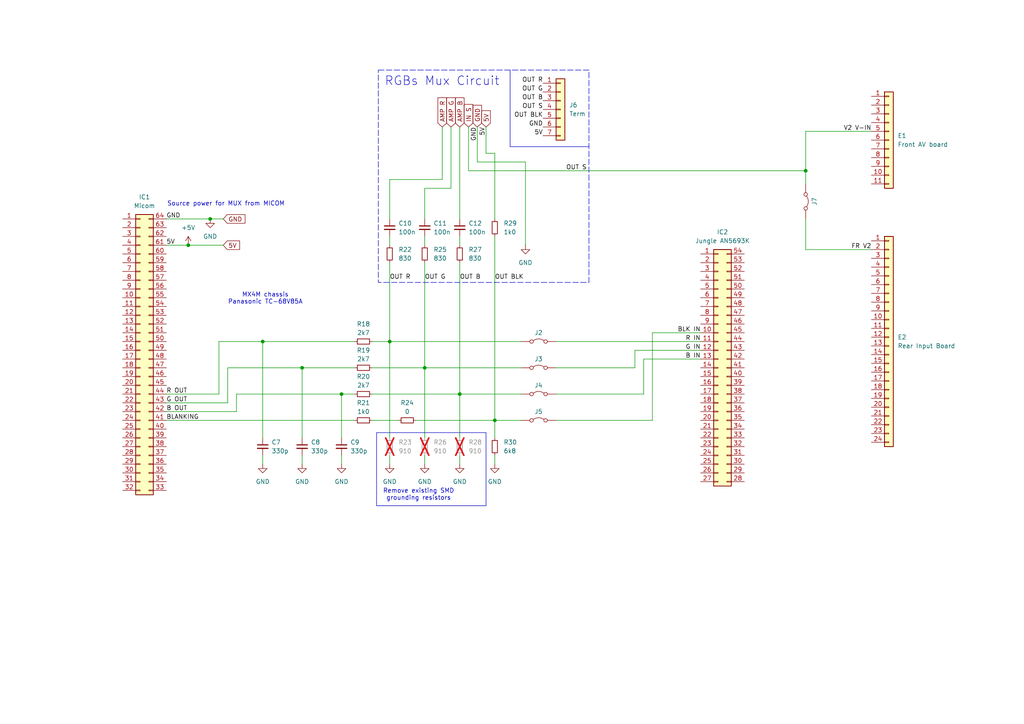
<source format=kicad_sch>
(kicad_sch
	(version 20231120)
	(generator "eeschema")
	(generator_version "8.0")
	(uuid "8b8d76aa-7157-4f3f-977d-97aac02fc406")
	(paper "A4")
	(lib_symbols
		(symbol "Connector_Generic:Conn_01x07"
			(pin_names
				(offset 1.016) hide)
			(exclude_from_sim no)
			(in_bom yes)
			(on_board yes)
			(property "Reference" "J"
				(at 0 10.16 0)
				(effects
					(font
						(size 1.27 1.27)
					)
				)
			)
			(property "Value" "Conn_01x07"
				(at 0 -10.16 0)
				(effects
					(font
						(size 1.27 1.27)
					)
				)
			)
			(property "Footprint" ""
				(at 0 0 0)
				(effects
					(font
						(size 1.27 1.27)
					)
					(hide yes)
				)
			)
			(property "Datasheet" "~"
				(at 0 0 0)
				(effects
					(font
						(size 1.27 1.27)
					)
					(hide yes)
				)
			)
			(property "Description" "Generic connector, single row, 01x07, script generated (kicad-library-utils/schlib/autogen/connector/)"
				(at 0 0 0)
				(effects
					(font
						(size 1.27 1.27)
					)
					(hide yes)
				)
			)
			(property "ki_keywords" "connector"
				(at 0 0 0)
				(effects
					(font
						(size 1.27 1.27)
					)
					(hide yes)
				)
			)
			(property "ki_fp_filters" "Connector*:*_1x??_*"
				(at 0 0 0)
				(effects
					(font
						(size 1.27 1.27)
					)
					(hide yes)
				)
			)
			(symbol "Conn_01x07_1_1"
				(rectangle
					(start -1.27 -7.493)
					(end 0 -7.747)
					(stroke
						(width 0.1524)
						(type default)
					)
					(fill
						(type none)
					)
				)
				(rectangle
					(start -1.27 -4.953)
					(end 0 -5.207)
					(stroke
						(width 0.1524)
						(type default)
					)
					(fill
						(type none)
					)
				)
				(rectangle
					(start -1.27 -2.413)
					(end 0 -2.667)
					(stroke
						(width 0.1524)
						(type default)
					)
					(fill
						(type none)
					)
				)
				(rectangle
					(start -1.27 0.127)
					(end 0 -0.127)
					(stroke
						(width 0.1524)
						(type default)
					)
					(fill
						(type none)
					)
				)
				(rectangle
					(start -1.27 2.667)
					(end 0 2.413)
					(stroke
						(width 0.1524)
						(type default)
					)
					(fill
						(type none)
					)
				)
				(rectangle
					(start -1.27 5.207)
					(end 0 4.953)
					(stroke
						(width 0.1524)
						(type default)
					)
					(fill
						(type none)
					)
				)
				(rectangle
					(start -1.27 7.747)
					(end 0 7.493)
					(stroke
						(width 0.1524)
						(type default)
					)
					(fill
						(type none)
					)
				)
				(rectangle
					(start -1.27 8.89)
					(end 1.27 -8.89)
					(stroke
						(width 0.254)
						(type default)
					)
					(fill
						(type background)
					)
				)
				(pin passive line
					(at -5.08 7.62 0)
					(length 3.81)
					(name "Pin_1"
						(effects
							(font
								(size 1.27 1.27)
							)
						)
					)
					(number "1"
						(effects
							(font
								(size 1.27 1.27)
							)
						)
					)
				)
				(pin passive line
					(at -5.08 5.08 0)
					(length 3.81)
					(name "Pin_2"
						(effects
							(font
								(size 1.27 1.27)
							)
						)
					)
					(number "2"
						(effects
							(font
								(size 1.27 1.27)
							)
						)
					)
				)
				(pin passive line
					(at -5.08 2.54 0)
					(length 3.81)
					(name "Pin_3"
						(effects
							(font
								(size 1.27 1.27)
							)
						)
					)
					(number "3"
						(effects
							(font
								(size 1.27 1.27)
							)
						)
					)
				)
				(pin passive line
					(at -5.08 0 0)
					(length 3.81)
					(name "Pin_4"
						(effects
							(font
								(size 1.27 1.27)
							)
						)
					)
					(number "4"
						(effects
							(font
								(size 1.27 1.27)
							)
						)
					)
				)
				(pin passive line
					(at -5.08 -2.54 0)
					(length 3.81)
					(name "Pin_5"
						(effects
							(font
								(size 1.27 1.27)
							)
						)
					)
					(number "5"
						(effects
							(font
								(size 1.27 1.27)
							)
						)
					)
				)
				(pin passive line
					(at -5.08 -5.08 0)
					(length 3.81)
					(name "Pin_6"
						(effects
							(font
								(size 1.27 1.27)
							)
						)
					)
					(number "6"
						(effects
							(font
								(size 1.27 1.27)
							)
						)
					)
				)
				(pin passive line
					(at -5.08 -7.62 0)
					(length 3.81)
					(name "Pin_7"
						(effects
							(font
								(size 1.27 1.27)
							)
						)
					)
					(number "7"
						(effects
							(font
								(size 1.27 1.27)
							)
						)
					)
				)
			)
		)
		(symbol "Connector_Generic:Conn_01x11"
			(pin_names
				(offset 1.016) hide)
			(exclude_from_sim no)
			(in_bom yes)
			(on_board yes)
			(property "Reference" "J"
				(at 0 15.24 0)
				(effects
					(font
						(size 1.27 1.27)
					)
				)
			)
			(property "Value" "Conn_01x11"
				(at 0 -15.24 0)
				(effects
					(font
						(size 1.27 1.27)
					)
				)
			)
			(property "Footprint" ""
				(at 0 0 0)
				(effects
					(font
						(size 1.27 1.27)
					)
					(hide yes)
				)
			)
			(property "Datasheet" "~"
				(at 0 0 0)
				(effects
					(font
						(size 1.27 1.27)
					)
					(hide yes)
				)
			)
			(property "Description" "Generic connector, single row, 01x11, script generated (kicad-library-utils/schlib/autogen/connector/)"
				(at 0 0 0)
				(effects
					(font
						(size 1.27 1.27)
					)
					(hide yes)
				)
			)
			(property "ki_keywords" "connector"
				(at 0 0 0)
				(effects
					(font
						(size 1.27 1.27)
					)
					(hide yes)
				)
			)
			(property "ki_fp_filters" "Connector*:*_1x??_*"
				(at 0 0 0)
				(effects
					(font
						(size 1.27 1.27)
					)
					(hide yes)
				)
			)
			(symbol "Conn_01x11_1_1"
				(rectangle
					(start -1.27 -12.573)
					(end 0 -12.827)
					(stroke
						(width 0.1524)
						(type default)
					)
					(fill
						(type none)
					)
				)
				(rectangle
					(start -1.27 -10.033)
					(end 0 -10.287)
					(stroke
						(width 0.1524)
						(type default)
					)
					(fill
						(type none)
					)
				)
				(rectangle
					(start -1.27 -7.493)
					(end 0 -7.747)
					(stroke
						(width 0.1524)
						(type default)
					)
					(fill
						(type none)
					)
				)
				(rectangle
					(start -1.27 -4.953)
					(end 0 -5.207)
					(stroke
						(width 0.1524)
						(type default)
					)
					(fill
						(type none)
					)
				)
				(rectangle
					(start -1.27 -2.413)
					(end 0 -2.667)
					(stroke
						(width 0.1524)
						(type default)
					)
					(fill
						(type none)
					)
				)
				(rectangle
					(start -1.27 0.127)
					(end 0 -0.127)
					(stroke
						(width 0.1524)
						(type default)
					)
					(fill
						(type none)
					)
				)
				(rectangle
					(start -1.27 2.667)
					(end 0 2.413)
					(stroke
						(width 0.1524)
						(type default)
					)
					(fill
						(type none)
					)
				)
				(rectangle
					(start -1.27 5.207)
					(end 0 4.953)
					(stroke
						(width 0.1524)
						(type default)
					)
					(fill
						(type none)
					)
				)
				(rectangle
					(start -1.27 7.747)
					(end 0 7.493)
					(stroke
						(width 0.1524)
						(type default)
					)
					(fill
						(type none)
					)
				)
				(rectangle
					(start -1.27 10.287)
					(end 0 10.033)
					(stroke
						(width 0.1524)
						(type default)
					)
					(fill
						(type none)
					)
				)
				(rectangle
					(start -1.27 12.827)
					(end 0 12.573)
					(stroke
						(width 0.1524)
						(type default)
					)
					(fill
						(type none)
					)
				)
				(rectangle
					(start -1.27 13.97)
					(end 1.27 -13.97)
					(stroke
						(width 0.254)
						(type default)
					)
					(fill
						(type background)
					)
				)
				(pin passive line
					(at -5.08 12.7 0)
					(length 3.81)
					(name "Pin_1"
						(effects
							(font
								(size 1.27 1.27)
							)
						)
					)
					(number "1"
						(effects
							(font
								(size 1.27 1.27)
							)
						)
					)
				)
				(pin passive line
					(at -5.08 -10.16 0)
					(length 3.81)
					(name "Pin_10"
						(effects
							(font
								(size 1.27 1.27)
							)
						)
					)
					(number "10"
						(effects
							(font
								(size 1.27 1.27)
							)
						)
					)
				)
				(pin passive line
					(at -5.08 -12.7 0)
					(length 3.81)
					(name "Pin_11"
						(effects
							(font
								(size 1.27 1.27)
							)
						)
					)
					(number "11"
						(effects
							(font
								(size 1.27 1.27)
							)
						)
					)
				)
				(pin passive line
					(at -5.08 10.16 0)
					(length 3.81)
					(name "Pin_2"
						(effects
							(font
								(size 1.27 1.27)
							)
						)
					)
					(number "2"
						(effects
							(font
								(size 1.27 1.27)
							)
						)
					)
				)
				(pin passive line
					(at -5.08 7.62 0)
					(length 3.81)
					(name "Pin_3"
						(effects
							(font
								(size 1.27 1.27)
							)
						)
					)
					(number "3"
						(effects
							(font
								(size 1.27 1.27)
							)
						)
					)
				)
				(pin passive line
					(at -5.08 5.08 0)
					(length 3.81)
					(name "Pin_4"
						(effects
							(font
								(size 1.27 1.27)
							)
						)
					)
					(number "4"
						(effects
							(font
								(size 1.27 1.27)
							)
						)
					)
				)
				(pin passive line
					(at -5.08 2.54 0)
					(length 3.81)
					(name "Pin_5"
						(effects
							(font
								(size 1.27 1.27)
							)
						)
					)
					(number "5"
						(effects
							(font
								(size 1.27 1.27)
							)
						)
					)
				)
				(pin passive line
					(at -5.08 0 0)
					(length 3.81)
					(name "Pin_6"
						(effects
							(font
								(size 1.27 1.27)
							)
						)
					)
					(number "6"
						(effects
							(font
								(size 1.27 1.27)
							)
						)
					)
				)
				(pin passive line
					(at -5.08 -2.54 0)
					(length 3.81)
					(name "Pin_7"
						(effects
							(font
								(size 1.27 1.27)
							)
						)
					)
					(number "7"
						(effects
							(font
								(size 1.27 1.27)
							)
						)
					)
				)
				(pin passive line
					(at -5.08 -5.08 0)
					(length 3.81)
					(name "Pin_8"
						(effects
							(font
								(size 1.27 1.27)
							)
						)
					)
					(number "8"
						(effects
							(font
								(size 1.27 1.27)
							)
						)
					)
				)
				(pin passive line
					(at -5.08 -7.62 0)
					(length 3.81)
					(name "Pin_9"
						(effects
							(font
								(size 1.27 1.27)
							)
						)
					)
					(number "9"
						(effects
							(font
								(size 1.27 1.27)
							)
						)
					)
				)
			)
		)
		(symbol "Connector_Generic:Conn_01x24"
			(pin_names
				(offset 1.016) hide)
			(exclude_from_sim no)
			(in_bom yes)
			(on_board yes)
			(property "Reference" "J"
				(at 0 30.48 0)
				(effects
					(font
						(size 1.27 1.27)
					)
				)
			)
			(property "Value" "Conn_01x24"
				(at 0 -33.02 0)
				(effects
					(font
						(size 1.27 1.27)
					)
				)
			)
			(property "Footprint" ""
				(at 0 0 0)
				(effects
					(font
						(size 1.27 1.27)
					)
					(hide yes)
				)
			)
			(property "Datasheet" "~"
				(at 0 0 0)
				(effects
					(font
						(size 1.27 1.27)
					)
					(hide yes)
				)
			)
			(property "Description" "Generic connector, single row, 01x24, script generated (kicad-library-utils/schlib/autogen/connector/)"
				(at 0 0 0)
				(effects
					(font
						(size 1.27 1.27)
					)
					(hide yes)
				)
			)
			(property "ki_keywords" "connector"
				(at 0 0 0)
				(effects
					(font
						(size 1.27 1.27)
					)
					(hide yes)
				)
			)
			(property "ki_fp_filters" "Connector*:*_1x??_*"
				(at 0 0 0)
				(effects
					(font
						(size 1.27 1.27)
					)
					(hide yes)
				)
			)
			(symbol "Conn_01x24_1_1"
				(rectangle
					(start -1.27 -30.353)
					(end 0 -30.607)
					(stroke
						(width 0.1524)
						(type default)
					)
					(fill
						(type none)
					)
				)
				(rectangle
					(start -1.27 -27.813)
					(end 0 -28.067)
					(stroke
						(width 0.1524)
						(type default)
					)
					(fill
						(type none)
					)
				)
				(rectangle
					(start -1.27 -25.273)
					(end 0 -25.527)
					(stroke
						(width 0.1524)
						(type default)
					)
					(fill
						(type none)
					)
				)
				(rectangle
					(start -1.27 -22.733)
					(end 0 -22.987)
					(stroke
						(width 0.1524)
						(type default)
					)
					(fill
						(type none)
					)
				)
				(rectangle
					(start -1.27 -20.193)
					(end 0 -20.447)
					(stroke
						(width 0.1524)
						(type default)
					)
					(fill
						(type none)
					)
				)
				(rectangle
					(start -1.27 -17.653)
					(end 0 -17.907)
					(stroke
						(width 0.1524)
						(type default)
					)
					(fill
						(type none)
					)
				)
				(rectangle
					(start -1.27 -15.113)
					(end 0 -15.367)
					(stroke
						(width 0.1524)
						(type default)
					)
					(fill
						(type none)
					)
				)
				(rectangle
					(start -1.27 -12.573)
					(end 0 -12.827)
					(stroke
						(width 0.1524)
						(type default)
					)
					(fill
						(type none)
					)
				)
				(rectangle
					(start -1.27 -10.033)
					(end 0 -10.287)
					(stroke
						(width 0.1524)
						(type default)
					)
					(fill
						(type none)
					)
				)
				(rectangle
					(start -1.27 -7.493)
					(end 0 -7.747)
					(stroke
						(width 0.1524)
						(type default)
					)
					(fill
						(type none)
					)
				)
				(rectangle
					(start -1.27 -4.953)
					(end 0 -5.207)
					(stroke
						(width 0.1524)
						(type default)
					)
					(fill
						(type none)
					)
				)
				(rectangle
					(start -1.27 -2.413)
					(end 0 -2.667)
					(stroke
						(width 0.1524)
						(type default)
					)
					(fill
						(type none)
					)
				)
				(rectangle
					(start -1.27 0.127)
					(end 0 -0.127)
					(stroke
						(width 0.1524)
						(type default)
					)
					(fill
						(type none)
					)
				)
				(rectangle
					(start -1.27 2.667)
					(end 0 2.413)
					(stroke
						(width 0.1524)
						(type default)
					)
					(fill
						(type none)
					)
				)
				(rectangle
					(start -1.27 5.207)
					(end 0 4.953)
					(stroke
						(width 0.1524)
						(type default)
					)
					(fill
						(type none)
					)
				)
				(rectangle
					(start -1.27 7.747)
					(end 0 7.493)
					(stroke
						(width 0.1524)
						(type default)
					)
					(fill
						(type none)
					)
				)
				(rectangle
					(start -1.27 10.287)
					(end 0 10.033)
					(stroke
						(width 0.1524)
						(type default)
					)
					(fill
						(type none)
					)
				)
				(rectangle
					(start -1.27 12.827)
					(end 0 12.573)
					(stroke
						(width 0.1524)
						(type default)
					)
					(fill
						(type none)
					)
				)
				(rectangle
					(start -1.27 15.367)
					(end 0 15.113)
					(stroke
						(width 0.1524)
						(type default)
					)
					(fill
						(type none)
					)
				)
				(rectangle
					(start -1.27 17.907)
					(end 0 17.653)
					(stroke
						(width 0.1524)
						(type default)
					)
					(fill
						(type none)
					)
				)
				(rectangle
					(start -1.27 20.447)
					(end 0 20.193)
					(stroke
						(width 0.1524)
						(type default)
					)
					(fill
						(type none)
					)
				)
				(rectangle
					(start -1.27 22.987)
					(end 0 22.733)
					(stroke
						(width 0.1524)
						(type default)
					)
					(fill
						(type none)
					)
				)
				(rectangle
					(start -1.27 25.527)
					(end 0 25.273)
					(stroke
						(width 0.1524)
						(type default)
					)
					(fill
						(type none)
					)
				)
				(rectangle
					(start -1.27 28.067)
					(end 0 27.813)
					(stroke
						(width 0.1524)
						(type default)
					)
					(fill
						(type none)
					)
				)
				(rectangle
					(start -1.27 29.21)
					(end 1.27 -31.75)
					(stroke
						(width 0.254)
						(type default)
					)
					(fill
						(type background)
					)
				)
				(pin passive line
					(at -5.08 27.94 0)
					(length 3.81)
					(name "Pin_1"
						(effects
							(font
								(size 1.27 1.27)
							)
						)
					)
					(number "1"
						(effects
							(font
								(size 1.27 1.27)
							)
						)
					)
				)
				(pin passive line
					(at -5.08 5.08 0)
					(length 3.81)
					(name "Pin_10"
						(effects
							(font
								(size 1.27 1.27)
							)
						)
					)
					(number "10"
						(effects
							(font
								(size 1.27 1.27)
							)
						)
					)
				)
				(pin passive line
					(at -5.08 2.54 0)
					(length 3.81)
					(name "Pin_11"
						(effects
							(font
								(size 1.27 1.27)
							)
						)
					)
					(number "11"
						(effects
							(font
								(size 1.27 1.27)
							)
						)
					)
				)
				(pin passive line
					(at -5.08 0 0)
					(length 3.81)
					(name "Pin_12"
						(effects
							(font
								(size 1.27 1.27)
							)
						)
					)
					(number "12"
						(effects
							(font
								(size 1.27 1.27)
							)
						)
					)
				)
				(pin passive line
					(at -5.08 -2.54 0)
					(length 3.81)
					(name "Pin_13"
						(effects
							(font
								(size 1.27 1.27)
							)
						)
					)
					(number "13"
						(effects
							(font
								(size 1.27 1.27)
							)
						)
					)
				)
				(pin passive line
					(at -5.08 -5.08 0)
					(length 3.81)
					(name "Pin_14"
						(effects
							(font
								(size 1.27 1.27)
							)
						)
					)
					(number "14"
						(effects
							(font
								(size 1.27 1.27)
							)
						)
					)
				)
				(pin passive line
					(at -5.08 -7.62 0)
					(length 3.81)
					(name "Pin_15"
						(effects
							(font
								(size 1.27 1.27)
							)
						)
					)
					(number "15"
						(effects
							(font
								(size 1.27 1.27)
							)
						)
					)
				)
				(pin passive line
					(at -5.08 -10.16 0)
					(length 3.81)
					(name "Pin_16"
						(effects
							(font
								(size 1.27 1.27)
							)
						)
					)
					(number "16"
						(effects
							(font
								(size 1.27 1.27)
							)
						)
					)
				)
				(pin passive line
					(at -5.08 -12.7 0)
					(length 3.81)
					(name "Pin_17"
						(effects
							(font
								(size 1.27 1.27)
							)
						)
					)
					(number "17"
						(effects
							(font
								(size 1.27 1.27)
							)
						)
					)
				)
				(pin passive line
					(at -5.08 -15.24 0)
					(length 3.81)
					(name "Pin_18"
						(effects
							(font
								(size 1.27 1.27)
							)
						)
					)
					(number "18"
						(effects
							(font
								(size 1.27 1.27)
							)
						)
					)
				)
				(pin passive line
					(at -5.08 -17.78 0)
					(length 3.81)
					(name "Pin_19"
						(effects
							(font
								(size 1.27 1.27)
							)
						)
					)
					(number "19"
						(effects
							(font
								(size 1.27 1.27)
							)
						)
					)
				)
				(pin passive line
					(at -5.08 25.4 0)
					(length 3.81)
					(name "Pin_2"
						(effects
							(font
								(size 1.27 1.27)
							)
						)
					)
					(number "2"
						(effects
							(font
								(size 1.27 1.27)
							)
						)
					)
				)
				(pin passive line
					(at -5.08 -20.32 0)
					(length 3.81)
					(name "Pin_20"
						(effects
							(font
								(size 1.27 1.27)
							)
						)
					)
					(number "20"
						(effects
							(font
								(size 1.27 1.27)
							)
						)
					)
				)
				(pin passive line
					(at -5.08 -22.86 0)
					(length 3.81)
					(name "Pin_21"
						(effects
							(font
								(size 1.27 1.27)
							)
						)
					)
					(number "21"
						(effects
							(font
								(size 1.27 1.27)
							)
						)
					)
				)
				(pin passive line
					(at -5.08 -25.4 0)
					(length 3.81)
					(name "Pin_22"
						(effects
							(font
								(size 1.27 1.27)
							)
						)
					)
					(number "22"
						(effects
							(font
								(size 1.27 1.27)
							)
						)
					)
				)
				(pin passive line
					(at -5.08 -27.94 0)
					(length 3.81)
					(name "Pin_23"
						(effects
							(font
								(size 1.27 1.27)
							)
						)
					)
					(number "23"
						(effects
							(font
								(size 1.27 1.27)
							)
						)
					)
				)
				(pin passive line
					(at -5.08 -30.48 0)
					(length 3.81)
					(name "Pin_24"
						(effects
							(font
								(size 1.27 1.27)
							)
						)
					)
					(number "24"
						(effects
							(font
								(size 1.27 1.27)
							)
						)
					)
				)
				(pin passive line
					(at -5.08 22.86 0)
					(length 3.81)
					(name "Pin_3"
						(effects
							(font
								(size 1.27 1.27)
							)
						)
					)
					(number "3"
						(effects
							(font
								(size 1.27 1.27)
							)
						)
					)
				)
				(pin passive line
					(at -5.08 20.32 0)
					(length 3.81)
					(name "Pin_4"
						(effects
							(font
								(size 1.27 1.27)
							)
						)
					)
					(number "4"
						(effects
							(font
								(size 1.27 1.27)
							)
						)
					)
				)
				(pin passive line
					(at -5.08 17.78 0)
					(length 3.81)
					(name "Pin_5"
						(effects
							(font
								(size 1.27 1.27)
							)
						)
					)
					(number "5"
						(effects
							(font
								(size 1.27 1.27)
							)
						)
					)
				)
				(pin passive line
					(at -5.08 15.24 0)
					(length 3.81)
					(name "Pin_6"
						(effects
							(font
								(size 1.27 1.27)
							)
						)
					)
					(number "6"
						(effects
							(font
								(size 1.27 1.27)
							)
						)
					)
				)
				(pin passive line
					(at -5.08 12.7 0)
					(length 3.81)
					(name "Pin_7"
						(effects
							(font
								(size 1.27 1.27)
							)
						)
					)
					(number "7"
						(effects
							(font
								(size 1.27 1.27)
							)
						)
					)
				)
				(pin passive line
					(at -5.08 10.16 0)
					(length 3.81)
					(name "Pin_8"
						(effects
							(font
								(size 1.27 1.27)
							)
						)
					)
					(number "8"
						(effects
							(font
								(size 1.27 1.27)
							)
						)
					)
				)
				(pin passive line
					(at -5.08 7.62 0)
					(length 3.81)
					(name "Pin_9"
						(effects
							(font
								(size 1.27 1.27)
							)
						)
					)
					(number "9"
						(effects
							(font
								(size 1.27 1.27)
							)
						)
					)
				)
			)
		)
		(symbol "Connector_Generic:Conn_02x27_Counter_Clockwise"
			(pin_names
				(offset 1.016) hide)
			(exclude_from_sim no)
			(in_bom yes)
			(on_board yes)
			(property "Reference" "J"
				(at 1.27 35.56 0)
				(effects
					(font
						(size 1.27 1.27)
					)
				)
			)
			(property "Value" "Conn_02x27_Counter_Clockwise"
				(at 1.27 -35.56 0)
				(effects
					(font
						(size 1.27 1.27)
					)
				)
			)
			(property "Footprint" ""
				(at 0 0 0)
				(effects
					(font
						(size 1.27 1.27)
					)
					(hide yes)
				)
			)
			(property "Datasheet" "~"
				(at 0 0 0)
				(effects
					(font
						(size 1.27 1.27)
					)
					(hide yes)
				)
			)
			(property "Description" "Generic connector, double row, 02x27, counter clockwise pin numbering scheme (similar to DIP package numbering), script generated (kicad-library-utils/schlib/autogen/connector/)"
				(at 0 0 0)
				(effects
					(font
						(size 1.27 1.27)
					)
					(hide yes)
				)
			)
			(property "ki_keywords" "connector"
				(at 0 0 0)
				(effects
					(font
						(size 1.27 1.27)
					)
					(hide yes)
				)
			)
			(property "ki_fp_filters" "Connector*:*_2x??_*"
				(at 0 0 0)
				(effects
					(font
						(size 1.27 1.27)
					)
					(hide yes)
				)
			)
			(symbol "Conn_02x27_Counter_Clockwise_1_1"
				(rectangle
					(start -1.27 -32.893)
					(end 0 -33.147)
					(stroke
						(width 0.1524)
						(type default)
					)
					(fill
						(type none)
					)
				)
				(rectangle
					(start -1.27 -30.353)
					(end 0 -30.607)
					(stroke
						(width 0.1524)
						(type default)
					)
					(fill
						(type none)
					)
				)
				(rectangle
					(start -1.27 -27.813)
					(end 0 -28.067)
					(stroke
						(width 0.1524)
						(type default)
					)
					(fill
						(type none)
					)
				)
				(rectangle
					(start -1.27 -25.273)
					(end 0 -25.527)
					(stroke
						(width 0.1524)
						(type default)
					)
					(fill
						(type none)
					)
				)
				(rectangle
					(start -1.27 -22.733)
					(end 0 -22.987)
					(stroke
						(width 0.1524)
						(type default)
					)
					(fill
						(type none)
					)
				)
				(rectangle
					(start -1.27 -20.193)
					(end 0 -20.447)
					(stroke
						(width 0.1524)
						(type default)
					)
					(fill
						(type none)
					)
				)
				(rectangle
					(start -1.27 -17.653)
					(end 0 -17.907)
					(stroke
						(width 0.1524)
						(type default)
					)
					(fill
						(type none)
					)
				)
				(rectangle
					(start -1.27 -15.113)
					(end 0 -15.367)
					(stroke
						(width 0.1524)
						(type default)
					)
					(fill
						(type none)
					)
				)
				(rectangle
					(start -1.27 -12.573)
					(end 0 -12.827)
					(stroke
						(width 0.1524)
						(type default)
					)
					(fill
						(type none)
					)
				)
				(rectangle
					(start -1.27 -10.033)
					(end 0 -10.287)
					(stroke
						(width 0.1524)
						(type default)
					)
					(fill
						(type none)
					)
				)
				(rectangle
					(start -1.27 -7.493)
					(end 0 -7.747)
					(stroke
						(width 0.1524)
						(type default)
					)
					(fill
						(type none)
					)
				)
				(rectangle
					(start -1.27 -4.953)
					(end 0 -5.207)
					(stroke
						(width 0.1524)
						(type default)
					)
					(fill
						(type none)
					)
				)
				(rectangle
					(start -1.27 -2.413)
					(end 0 -2.667)
					(stroke
						(width 0.1524)
						(type default)
					)
					(fill
						(type none)
					)
				)
				(rectangle
					(start -1.27 0.127)
					(end 0 -0.127)
					(stroke
						(width 0.1524)
						(type default)
					)
					(fill
						(type none)
					)
				)
				(rectangle
					(start -1.27 2.667)
					(end 0 2.413)
					(stroke
						(width 0.1524)
						(type default)
					)
					(fill
						(type none)
					)
				)
				(rectangle
					(start -1.27 5.207)
					(end 0 4.953)
					(stroke
						(width 0.1524)
						(type default)
					)
					(fill
						(type none)
					)
				)
				(rectangle
					(start -1.27 7.747)
					(end 0 7.493)
					(stroke
						(width 0.1524)
						(type default)
					)
					(fill
						(type none)
					)
				)
				(rectangle
					(start -1.27 10.287)
					(end 0 10.033)
					(stroke
						(width 0.1524)
						(type default)
					)
					(fill
						(type none)
					)
				)
				(rectangle
					(start -1.27 12.827)
					(end 0 12.573)
					(stroke
						(width 0.1524)
						(type default)
					)
					(fill
						(type none)
					)
				)
				(rectangle
					(start -1.27 15.367)
					(end 0 15.113)
					(stroke
						(width 0.1524)
						(type default)
					)
					(fill
						(type none)
					)
				)
				(rectangle
					(start -1.27 17.907)
					(end 0 17.653)
					(stroke
						(width 0.1524)
						(type default)
					)
					(fill
						(type none)
					)
				)
				(rectangle
					(start -1.27 20.447)
					(end 0 20.193)
					(stroke
						(width 0.1524)
						(type default)
					)
					(fill
						(type none)
					)
				)
				(rectangle
					(start -1.27 22.987)
					(end 0 22.733)
					(stroke
						(width 0.1524)
						(type default)
					)
					(fill
						(type none)
					)
				)
				(rectangle
					(start -1.27 25.527)
					(end 0 25.273)
					(stroke
						(width 0.1524)
						(type default)
					)
					(fill
						(type none)
					)
				)
				(rectangle
					(start -1.27 28.067)
					(end 0 27.813)
					(stroke
						(width 0.1524)
						(type default)
					)
					(fill
						(type none)
					)
				)
				(rectangle
					(start -1.27 30.607)
					(end 0 30.353)
					(stroke
						(width 0.1524)
						(type default)
					)
					(fill
						(type none)
					)
				)
				(rectangle
					(start -1.27 33.147)
					(end 0 32.893)
					(stroke
						(width 0.1524)
						(type default)
					)
					(fill
						(type none)
					)
				)
				(rectangle
					(start -1.27 34.29)
					(end 3.81 -34.29)
					(stroke
						(width 0.254)
						(type default)
					)
					(fill
						(type background)
					)
				)
				(rectangle
					(start 3.81 -32.893)
					(end 2.54 -33.147)
					(stroke
						(width 0.1524)
						(type default)
					)
					(fill
						(type none)
					)
				)
				(rectangle
					(start 3.81 -30.353)
					(end 2.54 -30.607)
					(stroke
						(width 0.1524)
						(type default)
					)
					(fill
						(type none)
					)
				)
				(rectangle
					(start 3.81 -27.813)
					(end 2.54 -28.067)
					(stroke
						(width 0.1524)
						(type default)
					)
					(fill
						(type none)
					)
				)
				(rectangle
					(start 3.81 -25.273)
					(end 2.54 -25.527)
					(stroke
						(width 0.1524)
						(type default)
					)
					(fill
						(type none)
					)
				)
				(rectangle
					(start 3.81 -22.733)
					(end 2.54 -22.987)
					(stroke
						(width 0.1524)
						(type default)
					)
					(fill
						(type none)
					)
				)
				(rectangle
					(start 3.81 -20.193)
					(end 2.54 -20.447)
					(stroke
						(width 0.1524)
						(type default)
					)
					(fill
						(type none)
					)
				)
				(rectangle
					(start 3.81 -17.653)
					(end 2.54 -17.907)
					(stroke
						(width 0.1524)
						(type default)
					)
					(fill
						(type none)
					)
				)
				(rectangle
					(start 3.81 -15.113)
					(end 2.54 -15.367)
					(stroke
						(width 0.1524)
						(type default)
					)
					(fill
						(type none)
					)
				)
				(rectangle
					(start 3.81 -12.573)
					(end 2.54 -12.827)
					(stroke
						(width 0.1524)
						(type default)
					)
					(fill
						(type none)
					)
				)
				(rectangle
					(start 3.81 -10.033)
					(end 2.54 -10.287)
					(stroke
						(width 0.1524)
						(type default)
					)
					(fill
						(type none)
					)
				)
				(rectangle
					(start 3.81 -7.493)
					(end 2.54 -7.747)
					(stroke
						(width 0.1524)
						(type default)
					)
					(fill
						(type none)
					)
				)
				(rectangle
					(start 3.81 -4.953)
					(end 2.54 -5.207)
					(stroke
						(width 0.1524)
						(type default)
					)
					(fill
						(type none)
					)
				)
				(rectangle
					(start 3.81 -2.413)
					(end 2.54 -2.667)
					(stroke
						(width 0.1524)
						(type default)
					)
					(fill
						(type none)
					)
				)
				(rectangle
					(start 3.81 0.127)
					(end 2.54 -0.127)
					(stroke
						(width 0.1524)
						(type default)
					)
					(fill
						(type none)
					)
				)
				(rectangle
					(start 3.81 2.667)
					(end 2.54 2.413)
					(stroke
						(width 0.1524)
						(type default)
					)
					(fill
						(type none)
					)
				)
				(rectangle
					(start 3.81 5.207)
					(end 2.54 4.953)
					(stroke
						(width 0.1524)
						(type default)
					)
					(fill
						(type none)
					)
				)
				(rectangle
					(start 3.81 7.747)
					(end 2.54 7.493)
					(stroke
						(width 0.1524)
						(type default)
					)
					(fill
						(type none)
					)
				)
				(rectangle
					(start 3.81 10.287)
					(end 2.54 10.033)
					(stroke
						(width 0.1524)
						(type default)
					)
					(fill
						(type none)
					)
				)
				(rectangle
					(start 3.81 12.827)
					(end 2.54 12.573)
					(stroke
						(width 0.1524)
						(type default)
					)
					(fill
						(type none)
					)
				)
				(rectangle
					(start 3.81 15.367)
					(end 2.54 15.113)
					(stroke
						(width 0.1524)
						(type default)
					)
					(fill
						(type none)
					)
				)
				(rectangle
					(start 3.81 17.907)
					(end 2.54 17.653)
					(stroke
						(width 0.1524)
						(type default)
					)
					(fill
						(type none)
					)
				)
				(rectangle
					(start 3.81 20.447)
					(end 2.54 20.193)
					(stroke
						(width 0.1524)
						(type default)
					)
					(fill
						(type none)
					)
				)
				(rectangle
					(start 3.81 22.987)
					(end 2.54 22.733)
					(stroke
						(width 0.1524)
						(type default)
					)
					(fill
						(type none)
					)
				)
				(rectangle
					(start 3.81 25.527)
					(end 2.54 25.273)
					(stroke
						(width 0.1524)
						(type default)
					)
					(fill
						(type none)
					)
				)
				(rectangle
					(start 3.81 28.067)
					(end 2.54 27.813)
					(stroke
						(width 0.1524)
						(type default)
					)
					(fill
						(type none)
					)
				)
				(rectangle
					(start 3.81 30.607)
					(end 2.54 30.353)
					(stroke
						(width 0.1524)
						(type default)
					)
					(fill
						(type none)
					)
				)
				(rectangle
					(start 3.81 33.147)
					(end 2.54 32.893)
					(stroke
						(width 0.1524)
						(type default)
					)
					(fill
						(type none)
					)
				)
				(pin passive line
					(at -5.08 33.02 0)
					(length 3.81)
					(name "Pin_1"
						(effects
							(font
								(size 1.27 1.27)
							)
						)
					)
					(number "1"
						(effects
							(font
								(size 1.27 1.27)
							)
						)
					)
				)
				(pin passive line
					(at -5.08 10.16 0)
					(length 3.81)
					(name "Pin_10"
						(effects
							(font
								(size 1.27 1.27)
							)
						)
					)
					(number "10"
						(effects
							(font
								(size 1.27 1.27)
							)
						)
					)
				)
				(pin passive line
					(at -5.08 7.62 0)
					(length 3.81)
					(name "Pin_11"
						(effects
							(font
								(size 1.27 1.27)
							)
						)
					)
					(number "11"
						(effects
							(font
								(size 1.27 1.27)
							)
						)
					)
				)
				(pin passive line
					(at -5.08 5.08 0)
					(length 3.81)
					(name "Pin_12"
						(effects
							(font
								(size 1.27 1.27)
							)
						)
					)
					(number "12"
						(effects
							(font
								(size 1.27 1.27)
							)
						)
					)
				)
				(pin passive line
					(at -5.08 2.54 0)
					(length 3.81)
					(name "Pin_13"
						(effects
							(font
								(size 1.27 1.27)
							)
						)
					)
					(number "13"
						(effects
							(font
								(size 1.27 1.27)
							)
						)
					)
				)
				(pin passive line
					(at -5.08 0 0)
					(length 3.81)
					(name "Pin_14"
						(effects
							(font
								(size 1.27 1.27)
							)
						)
					)
					(number "14"
						(effects
							(font
								(size 1.27 1.27)
							)
						)
					)
				)
				(pin passive line
					(at -5.08 -2.54 0)
					(length 3.81)
					(name "Pin_15"
						(effects
							(font
								(size 1.27 1.27)
							)
						)
					)
					(number "15"
						(effects
							(font
								(size 1.27 1.27)
							)
						)
					)
				)
				(pin passive line
					(at -5.08 -5.08 0)
					(length 3.81)
					(name "Pin_16"
						(effects
							(font
								(size 1.27 1.27)
							)
						)
					)
					(number "16"
						(effects
							(font
								(size 1.27 1.27)
							)
						)
					)
				)
				(pin passive line
					(at -5.08 -7.62 0)
					(length 3.81)
					(name "Pin_17"
						(effects
							(font
								(size 1.27 1.27)
							)
						)
					)
					(number "17"
						(effects
							(font
								(size 1.27 1.27)
							)
						)
					)
				)
				(pin passive line
					(at -5.08 -10.16 0)
					(length 3.81)
					(name "Pin_18"
						(effects
							(font
								(size 1.27 1.27)
							)
						)
					)
					(number "18"
						(effects
							(font
								(size 1.27 1.27)
							)
						)
					)
				)
				(pin passive line
					(at -5.08 -12.7 0)
					(length 3.81)
					(name "Pin_19"
						(effects
							(font
								(size 1.27 1.27)
							)
						)
					)
					(number "19"
						(effects
							(font
								(size 1.27 1.27)
							)
						)
					)
				)
				(pin passive line
					(at -5.08 30.48 0)
					(length 3.81)
					(name "Pin_2"
						(effects
							(font
								(size 1.27 1.27)
							)
						)
					)
					(number "2"
						(effects
							(font
								(size 1.27 1.27)
							)
						)
					)
				)
				(pin passive line
					(at -5.08 -15.24 0)
					(length 3.81)
					(name "Pin_20"
						(effects
							(font
								(size 1.27 1.27)
							)
						)
					)
					(number "20"
						(effects
							(font
								(size 1.27 1.27)
							)
						)
					)
				)
				(pin passive line
					(at -5.08 -17.78 0)
					(length 3.81)
					(name "Pin_21"
						(effects
							(font
								(size 1.27 1.27)
							)
						)
					)
					(number "21"
						(effects
							(font
								(size 1.27 1.27)
							)
						)
					)
				)
				(pin passive line
					(at -5.08 -20.32 0)
					(length 3.81)
					(name "Pin_22"
						(effects
							(font
								(size 1.27 1.27)
							)
						)
					)
					(number "22"
						(effects
							(font
								(size 1.27 1.27)
							)
						)
					)
				)
				(pin passive line
					(at -5.08 -22.86 0)
					(length 3.81)
					(name "Pin_23"
						(effects
							(font
								(size 1.27 1.27)
							)
						)
					)
					(number "23"
						(effects
							(font
								(size 1.27 1.27)
							)
						)
					)
				)
				(pin passive line
					(at -5.08 -25.4 0)
					(length 3.81)
					(name "Pin_24"
						(effects
							(font
								(size 1.27 1.27)
							)
						)
					)
					(number "24"
						(effects
							(font
								(size 1.27 1.27)
							)
						)
					)
				)
				(pin passive line
					(at -5.08 -27.94 0)
					(length 3.81)
					(name "Pin_25"
						(effects
							(font
								(size 1.27 1.27)
							)
						)
					)
					(number "25"
						(effects
							(font
								(size 1.27 1.27)
							)
						)
					)
				)
				(pin passive line
					(at -5.08 -30.48 0)
					(length 3.81)
					(name "Pin_26"
						(effects
							(font
								(size 1.27 1.27)
							)
						)
					)
					(number "26"
						(effects
							(font
								(size 1.27 1.27)
							)
						)
					)
				)
				(pin passive line
					(at -5.08 -33.02 0)
					(length 3.81)
					(name "Pin_27"
						(effects
							(font
								(size 1.27 1.27)
							)
						)
					)
					(number "27"
						(effects
							(font
								(size 1.27 1.27)
							)
						)
					)
				)
				(pin passive line
					(at 7.62 -33.02 180)
					(length 3.81)
					(name "Pin_28"
						(effects
							(font
								(size 1.27 1.27)
							)
						)
					)
					(number "28"
						(effects
							(font
								(size 1.27 1.27)
							)
						)
					)
				)
				(pin passive line
					(at 7.62 -30.48 180)
					(length 3.81)
					(name "Pin_29"
						(effects
							(font
								(size 1.27 1.27)
							)
						)
					)
					(number "29"
						(effects
							(font
								(size 1.27 1.27)
							)
						)
					)
				)
				(pin passive line
					(at -5.08 27.94 0)
					(length 3.81)
					(name "Pin_3"
						(effects
							(font
								(size 1.27 1.27)
							)
						)
					)
					(number "3"
						(effects
							(font
								(size 1.27 1.27)
							)
						)
					)
				)
				(pin passive line
					(at 7.62 -27.94 180)
					(length 3.81)
					(name "Pin_30"
						(effects
							(font
								(size 1.27 1.27)
							)
						)
					)
					(number "30"
						(effects
							(font
								(size 1.27 1.27)
							)
						)
					)
				)
				(pin passive line
					(at 7.62 -25.4 180)
					(length 3.81)
					(name "Pin_31"
						(effects
							(font
								(size 1.27 1.27)
							)
						)
					)
					(number "31"
						(effects
							(font
								(size 1.27 1.27)
							)
						)
					)
				)
				(pin passive line
					(at 7.62 -22.86 180)
					(length 3.81)
					(name "Pin_32"
						(effects
							(font
								(size 1.27 1.27)
							)
						)
					)
					(number "32"
						(effects
							(font
								(size 1.27 1.27)
							)
						)
					)
				)
				(pin passive line
					(at 7.62 -20.32 180)
					(length 3.81)
					(name "Pin_33"
						(effects
							(font
								(size 1.27 1.27)
							)
						)
					)
					(number "33"
						(effects
							(font
								(size 1.27 1.27)
							)
						)
					)
				)
				(pin passive line
					(at 7.62 -17.78 180)
					(length 3.81)
					(name "Pin_34"
						(effects
							(font
								(size 1.27 1.27)
							)
						)
					)
					(number "34"
						(effects
							(font
								(size 1.27 1.27)
							)
						)
					)
				)
				(pin passive line
					(at 7.62 -15.24 180)
					(length 3.81)
					(name "Pin_35"
						(effects
							(font
								(size 1.27 1.27)
							)
						)
					)
					(number "35"
						(effects
							(font
								(size 1.27 1.27)
							)
						)
					)
				)
				(pin passive line
					(at 7.62 -12.7 180)
					(length 3.81)
					(name "Pin_36"
						(effects
							(font
								(size 1.27 1.27)
							)
						)
					)
					(number "36"
						(effects
							(font
								(size 1.27 1.27)
							)
						)
					)
				)
				(pin passive line
					(at 7.62 -10.16 180)
					(length 3.81)
					(name "Pin_37"
						(effects
							(font
								(size 1.27 1.27)
							)
						)
					)
					(number "37"
						(effects
							(font
								(size 1.27 1.27)
							)
						)
					)
				)
				(pin passive line
					(at 7.62 -7.62 180)
					(length 3.81)
					(name "Pin_38"
						(effects
							(font
								(size 1.27 1.27)
							)
						)
					)
					(number "38"
						(effects
							(font
								(size 1.27 1.27)
							)
						)
					)
				)
				(pin passive line
					(at 7.62 -5.08 180)
					(length 3.81)
					(name "Pin_39"
						(effects
							(font
								(size 1.27 1.27)
							)
						)
					)
					(number "39"
						(effects
							(font
								(size 1.27 1.27)
							)
						)
					)
				)
				(pin passive line
					(at -5.08 25.4 0)
					(length 3.81)
					(name "Pin_4"
						(effects
							(font
								(size 1.27 1.27)
							)
						)
					)
					(number "4"
						(effects
							(font
								(size 1.27 1.27)
							)
						)
					)
				)
				(pin passive line
					(at 7.62 -2.54 180)
					(length 3.81)
					(name "Pin_40"
						(effects
							(font
								(size 1.27 1.27)
							)
						)
					)
					(number "40"
						(effects
							(font
								(size 1.27 1.27)
							)
						)
					)
				)
				(pin passive line
					(at 7.62 0 180)
					(length 3.81)
					(name "Pin_41"
						(effects
							(font
								(size 1.27 1.27)
							)
						)
					)
					(number "41"
						(effects
							(font
								(size 1.27 1.27)
							)
						)
					)
				)
				(pin passive line
					(at 7.62 2.54 180)
					(length 3.81)
					(name "Pin_42"
						(effects
							(font
								(size 1.27 1.27)
							)
						)
					)
					(number "42"
						(effects
							(font
								(size 1.27 1.27)
							)
						)
					)
				)
				(pin passive line
					(at 7.62 5.08 180)
					(length 3.81)
					(name "Pin_43"
						(effects
							(font
								(size 1.27 1.27)
							)
						)
					)
					(number "43"
						(effects
							(font
								(size 1.27 1.27)
							)
						)
					)
				)
				(pin passive line
					(at 7.62 7.62 180)
					(length 3.81)
					(name "Pin_44"
						(effects
							(font
								(size 1.27 1.27)
							)
						)
					)
					(number "44"
						(effects
							(font
								(size 1.27 1.27)
							)
						)
					)
				)
				(pin passive line
					(at 7.62 10.16 180)
					(length 3.81)
					(name "Pin_45"
						(effects
							(font
								(size 1.27 1.27)
							)
						)
					)
					(number "45"
						(effects
							(font
								(size 1.27 1.27)
							)
						)
					)
				)
				(pin passive line
					(at 7.62 12.7 180)
					(length 3.81)
					(name "Pin_46"
						(effects
							(font
								(size 1.27 1.27)
							)
						)
					)
					(number "46"
						(effects
							(font
								(size 1.27 1.27)
							)
						)
					)
				)
				(pin passive line
					(at 7.62 15.24 180)
					(length 3.81)
					(name "Pin_47"
						(effects
							(font
								(size 1.27 1.27)
							)
						)
					)
					(number "47"
						(effects
							(font
								(size 1.27 1.27)
							)
						)
					)
				)
				(pin passive line
					(at 7.62 17.78 180)
					(length 3.81)
					(name "Pin_48"
						(effects
							(font
								(size 1.27 1.27)
							)
						)
					)
					(number "48"
						(effects
							(font
								(size 1.27 1.27)
							)
						)
					)
				)
				(pin passive line
					(at 7.62 20.32 180)
					(length 3.81)
					(name "Pin_49"
						(effects
							(font
								(size 1.27 1.27)
							)
						)
					)
					(number "49"
						(effects
							(font
								(size 1.27 1.27)
							)
						)
					)
				)
				(pin passive line
					(at -5.08 22.86 0)
					(length 3.81)
					(name "Pin_5"
						(effects
							(font
								(size 1.27 1.27)
							)
						)
					)
					(number "5"
						(effects
							(font
								(size 1.27 1.27)
							)
						)
					)
				)
				(pin passive line
					(at 7.62 22.86 180)
					(length 3.81)
					(name "Pin_50"
						(effects
							(font
								(size 1.27 1.27)
							)
						)
					)
					(number "50"
						(effects
							(font
								(size 1.27 1.27)
							)
						)
					)
				)
				(pin passive line
					(at 7.62 25.4 180)
					(length 3.81)
					(name "Pin_51"
						(effects
							(font
								(size 1.27 1.27)
							)
						)
					)
					(number "51"
						(effects
							(font
								(size 1.27 1.27)
							)
						)
					)
				)
				(pin passive line
					(at 7.62 27.94 180)
					(length 3.81)
					(name "Pin_52"
						(effects
							(font
								(size 1.27 1.27)
							)
						)
					)
					(number "52"
						(effects
							(font
								(size 1.27 1.27)
							)
						)
					)
				)
				(pin passive line
					(at 7.62 30.48 180)
					(length 3.81)
					(name "Pin_53"
						(effects
							(font
								(size 1.27 1.27)
							)
						)
					)
					(number "53"
						(effects
							(font
								(size 1.27 1.27)
							)
						)
					)
				)
				(pin passive line
					(at 7.62 33.02 180)
					(length 3.81)
					(name "Pin_54"
						(effects
							(font
								(size 1.27 1.27)
							)
						)
					)
					(number "54"
						(effects
							(font
								(size 1.27 1.27)
							)
						)
					)
				)
				(pin passive line
					(at -5.08 20.32 0)
					(length 3.81)
					(name "Pin_6"
						(effects
							(font
								(size 1.27 1.27)
							)
						)
					)
					(number "6"
						(effects
							(font
								(size 1.27 1.27)
							)
						)
					)
				)
				(pin passive line
					(at -5.08 17.78 0)
					(length 3.81)
					(name "Pin_7"
						(effects
							(font
								(size 1.27 1.27)
							)
						)
					)
					(number "7"
						(effects
							(font
								(size 1.27 1.27)
							)
						)
					)
				)
				(pin passive line
					(at -5.08 15.24 0)
					(length 3.81)
					(name "Pin_8"
						(effects
							(font
								(size 1.27 1.27)
							)
						)
					)
					(number "8"
						(effects
							(font
								(size 1.27 1.27)
							)
						)
					)
				)
				(pin passive line
					(at -5.08 12.7 0)
					(length 3.81)
					(name "Pin_9"
						(effects
							(font
								(size 1.27 1.27)
							)
						)
					)
					(number "9"
						(effects
							(font
								(size 1.27 1.27)
							)
						)
					)
				)
			)
		)
		(symbol "Connector_Generic:Conn_02x32_Counter_Clockwise"
			(pin_names
				(offset 1.016) hide)
			(exclude_from_sim no)
			(in_bom yes)
			(on_board yes)
			(property "Reference" "J"
				(at 1.27 40.64 0)
				(effects
					(font
						(size 1.27 1.27)
					)
				)
			)
			(property "Value" "Conn_02x32_Counter_Clockwise"
				(at 1.27 -43.18 0)
				(effects
					(font
						(size 1.27 1.27)
					)
				)
			)
			(property "Footprint" ""
				(at 0 0 0)
				(effects
					(font
						(size 1.27 1.27)
					)
					(hide yes)
				)
			)
			(property "Datasheet" "~"
				(at 0 0 0)
				(effects
					(font
						(size 1.27 1.27)
					)
					(hide yes)
				)
			)
			(property "Description" "Generic connector, double row, 02x32, counter clockwise pin numbering scheme (similar to DIP package numbering), script generated (kicad-library-utils/schlib/autogen/connector/)"
				(at 0 0 0)
				(effects
					(font
						(size 1.27 1.27)
					)
					(hide yes)
				)
			)
			(property "ki_keywords" "connector"
				(at 0 0 0)
				(effects
					(font
						(size 1.27 1.27)
					)
					(hide yes)
				)
			)
			(property "ki_fp_filters" "Connector*:*_2x??_*"
				(at 0 0 0)
				(effects
					(font
						(size 1.27 1.27)
					)
					(hide yes)
				)
			)
			(symbol "Conn_02x32_Counter_Clockwise_1_1"
				(rectangle
					(start -1.27 -40.513)
					(end 0 -40.767)
					(stroke
						(width 0.1524)
						(type default)
					)
					(fill
						(type none)
					)
				)
				(rectangle
					(start -1.27 -37.973)
					(end 0 -38.227)
					(stroke
						(width 0.1524)
						(type default)
					)
					(fill
						(type none)
					)
				)
				(rectangle
					(start -1.27 -35.433)
					(end 0 -35.687)
					(stroke
						(width 0.1524)
						(type default)
					)
					(fill
						(type none)
					)
				)
				(rectangle
					(start -1.27 -32.893)
					(end 0 -33.147)
					(stroke
						(width 0.1524)
						(type default)
					)
					(fill
						(type none)
					)
				)
				(rectangle
					(start -1.27 -30.353)
					(end 0 -30.607)
					(stroke
						(width 0.1524)
						(type default)
					)
					(fill
						(type none)
					)
				)
				(rectangle
					(start -1.27 -27.813)
					(end 0 -28.067)
					(stroke
						(width 0.1524)
						(type default)
					)
					(fill
						(type none)
					)
				)
				(rectangle
					(start -1.27 -25.273)
					(end 0 -25.527)
					(stroke
						(width 0.1524)
						(type default)
					)
					(fill
						(type none)
					)
				)
				(rectangle
					(start -1.27 -22.733)
					(end 0 -22.987)
					(stroke
						(width 0.1524)
						(type default)
					)
					(fill
						(type none)
					)
				)
				(rectangle
					(start -1.27 -20.193)
					(end 0 -20.447)
					(stroke
						(width 0.1524)
						(type default)
					)
					(fill
						(type none)
					)
				)
				(rectangle
					(start -1.27 -17.653)
					(end 0 -17.907)
					(stroke
						(width 0.1524)
						(type default)
					)
					(fill
						(type none)
					)
				)
				(rectangle
					(start -1.27 -15.113)
					(end 0 -15.367)
					(stroke
						(width 0.1524)
						(type default)
					)
					(fill
						(type none)
					)
				)
				(rectangle
					(start -1.27 -12.573)
					(end 0 -12.827)
					(stroke
						(width 0.1524)
						(type default)
					)
					(fill
						(type none)
					)
				)
				(rectangle
					(start -1.27 -10.033)
					(end 0 -10.287)
					(stroke
						(width 0.1524)
						(type default)
					)
					(fill
						(type none)
					)
				)
				(rectangle
					(start -1.27 -7.493)
					(end 0 -7.747)
					(stroke
						(width 0.1524)
						(type default)
					)
					(fill
						(type none)
					)
				)
				(rectangle
					(start -1.27 -4.953)
					(end 0 -5.207)
					(stroke
						(width 0.1524)
						(type default)
					)
					(fill
						(type none)
					)
				)
				(rectangle
					(start -1.27 -2.413)
					(end 0 -2.667)
					(stroke
						(width 0.1524)
						(type default)
					)
					(fill
						(type none)
					)
				)
				(rectangle
					(start -1.27 0.127)
					(end 0 -0.127)
					(stroke
						(width 0.1524)
						(type default)
					)
					(fill
						(type none)
					)
				)
				(rectangle
					(start -1.27 2.667)
					(end 0 2.413)
					(stroke
						(width 0.1524)
						(type default)
					)
					(fill
						(type none)
					)
				)
				(rectangle
					(start -1.27 5.207)
					(end 0 4.953)
					(stroke
						(width 0.1524)
						(type default)
					)
					(fill
						(type none)
					)
				)
				(rectangle
					(start -1.27 7.747)
					(end 0 7.493)
					(stroke
						(width 0.1524)
						(type default)
					)
					(fill
						(type none)
					)
				)
				(rectangle
					(start -1.27 10.287)
					(end 0 10.033)
					(stroke
						(width 0.1524)
						(type default)
					)
					(fill
						(type none)
					)
				)
				(rectangle
					(start -1.27 12.827)
					(end 0 12.573)
					(stroke
						(width 0.1524)
						(type default)
					)
					(fill
						(type none)
					)
				)
				(rectangle
					(start -1.27 15.367)
					(end 0 15.113)
					(stroke
						(width 0.1524)
						(type default)
					)
					(fill
						(type none)
					)
				)
				(rectangle
					(start -1.27 17.907)
					(end 0 17.653)
					(stroke
						(width 0.1524)
						(type default)
					)
					(fill
						(type none)
					)
				)
				(rectangle
					(start -1.27 20.447)
					(end 0 20.193)
					(stroke
						(width 0.1524)
						(type default)
					)
					(fill
						(type none)
					)
				)
				(rectangle
					(start -1.27 22.987)
					(end 0 22.733)
					(stroke
						(width 0.1524)
						(type default)
					)
					(fill
						(type none)
					)
				)
				(rectangle
					(start -1.27 25.527)
					(end 0 25.273)
					(stroke
						(width 0.1524)
						(type default)
					)
					(fill
						(type none)
					)
				)
				(rectangle
					(start -1.27 28.067)
					(end 0 27.813)
					(stroke
						(width 0.1524)
						(type default)
					)
					(fill
						(type none)
					)
				)
				(rectangle
					(start -1.27 30.607)
					(end 0 30.353)
					(stroke
						(width 0.1524)
						(type default)
					)
					(fill
						(type none)
					)
				)
				(rectangle
					(start -1.27 33.147)
					(end 0 32.893)
					(stroke
						(width 0.1524)
						(type default)
					)
					(fill
						(type none)
					)
				)
				(rectangle
					(start -1.27 35.687)
					(end 0 35.433)
					(stroke
						(width 0.1524)
						(type default)
					)
					(fill
						(type none)
					)
				)
				(rectangle
					(start -1.27 38.227)
					(end 0 37.973)
					(stroke
						(width 0.1524)
						(type default)
					)
					(fill
						(type none)
					)
				)
				(rectangle
					(start -1.27 39.37)
					(end 3.81 -41.91)
					(stroke
						(width 0.254)
						(type default)
					)
					(fill
						(type background)
					)
				)
				(rectangle
					(start 3.81 -40.513)
					(end 2.54 -40.767)
					(stroke
						(width 0.1524)
						(type default)
					)
					(fill
						(type none)
					)
				)
				(rectangle
					(start 3.81 -37.973)
					(end 2.54 -38.227)
					(stroke
						(width 0.1524)
						(type default)
					)
					(fill
						(type none)
					)
				)
				(rectangle
					(start 3.81 -35.433)
					(end 2.54 -35.687)
					(stroke
						(width 0.1524)
						(type default)
					)
					(fill
						(type none)
					)
				)
				(rectangle
					(start 3.81 -32.893)
					(end 2.54 -33.147)
					(stroke
						(width 0.1524)
						(type default)
					)
					(fill
						(type none)
					)
				)
				(rectangle
					(start 3.81 -30.353)
					(end 2.54 -30.607)
					(stroke
						(width 0.1524)
						(type default)
					)
					(fill
						(type none)
					)
				)
				(rectangle
					(start 3.81 -27.813)
					(end 2.54 -28.067)
					(stroke
						(width 0.1524)
						(type default)
					)
					(fill
						(type none)
					)
				)
				(rectangle
					(start 3.81 -25.273)
					(end 2.54 -25.527)
					(stroke
						(width 0.1524)
						(type default)
					)
					(fill
						(type none)
					)
				)
				(rectangle
					(start 3.81 -22.733)
					(end 2.54 -22.987)
					(stroke
						(width 0.1524)
						(type default)
					)
					(fill
						(type none)
					)
				)
				(rectangle
					(start 3.81 -20.193)
					(end 2.54 -20.447)
					(stroke
						(width 0.1524)
						(type default)
					)
					(fill
						(type none)
					)
				)
				(rectangle
					(start 3.81 -17.653)
					(end 2.54 -17.907)
					(stroke
						(width 0.1524)
						(type default)
					)
					(fill
						(type none)
					)
				)
				(rectangle
					(start 3.81 -15.113)
					(end 2.54 -15.367)
					(stroke
						(width 0.1524)
						(type default)
					)
					(fill
						(type none)
					)
				)
				(rectangle
					(start 3.81 -12.573)
					(end 2.54 -12.827)
					(stroke
						(width 0.1524)
						(type default)
					)
					(fill
						(type none)
					)
				)
				(rectangle
					(start 3.81 -10.033)
					(end 2.54 -10.287)
					(stroke
						(width 0.1524)
						(type default)
					)
					(fill
						(type none)
					)
				)
				(rectangle
					(start 3.81 -7.493)
					(end 2.54 -7.747)
					(stroke
						(width 0.1524)
						(type default)
					)
					(fill
						(type none)
					)
				)
				(rectangle
					(start 3.81 -4.953)
					(end 2.54 -5.207)
					(stroke
						(width 0.1524)
						(type default)
					)
					(fill
						(type none)
					)
				)
				(rectangle
					(start 3.81 -2.413)
					(end 2.54 -2.667)
					(stroke
						(width 0.1524)
						(type default)
					)
					(fill
						(type none)
					)
				)
				(rectangle
					(start 3.81 0.127)
					(end 2.54 -0.127)
					(stroke
						(width 0.1524)
						(type default)
					)
					(fill
						(type none)
					)
				)
				(rectangle
					(start 3.81 2.667)
					(end 2.54 2.413)
					(stroke
						(width 0.1524)
						(type default)
					)
					(fill
						(type none)
					)
				)
				(rectangle
					(start 3.81 5.207)
					(end 2.54 4.953)
					(stroke
						(width 0.1524)
						(type default)
					)
					(fill
						(type none)
					)
				)
				(rectangle
					(start 3.81 7.747)
					(end 2.54 7.493)
					(stroke
						(width 0.1524)
						(type default)
					)
					(fill
						(type none)
					)
				)
				(rectangle
					(start 3.81 10.287)
					(end 2.54 10.033)
					(stroke
						(width 0.1524)
						(type default)
					)
					(fill
						(type none)
					)
				)
				(rectangle
					(start 3.81 12.827)
					(end 2.54 12.573)
					(stroke
						(width 0.1524)
						(type default)
					)
					(fill
						(type none)
					)
				)
				(rectangle
					(start 3.81 15.367)
					(end 2.54 15.113)
					(stroke
						(width 0.1524)
						(type default)
					)
					(fill
						(type none)
					)
				)
				(rectangle
					(start 3.81 17.907)
					(end 2.54 17.653)
					(stroke
						(width 0.1524)
						(type default)
					)
					(fill
						(type none)
					)
				)
				(rectangle
					(start 3.81 20.447)
					(end 2.54 20.193)
					(stroke
						(width 0.1524)
						(type default)
					)
					(fill
						(type none)
					)
				)
				(rectangle
					(start 3.81 22.987)
					(end 2.54 22.733)
					(stroke
						(width 0.1524)
						(type default)
					)
					(fill
						(type none)
					)
				)
				(rectangle
					(start 3.81 25.527)
					(end 2.54 25.273)
					(stroke
						(width 0.1524)
						(type default)
					)
					(fill
						(type none)
					)
				)
				(rectangle
					(start 3.81 28.067)
					(end 2.54 27.813)
					(stroke
						(width 0.1524)
						(type default)
					)
					(fill
						(type none)
					)
				)
				(rectangle
					(start 3.81 30.607)
					(end 2.54 30.353)
					(stroke
						(width 0.1524)
						(type default)
					)
					(fill
						(type none)
					)
				)
				(rectangle
					(start 3.81 33.147)
					(end 2.54 32.893)
					(stroke
						(width 0.1524)
						(type default)
					)
					(fill
						(type none)
					)
				)
				(rectangle
					(start 3.81 35.687)
					(end 2.54 35.433)
					(stroke
						(width 0.1524)
						(type default)
					)
					(fill
						(type none)
					)
				)
				(rectangle
					(start 3.81 38.227)
					(end 2.54 37.973)
					(stroke
						(width 0.1524)
						(type default)
					)
					(fill
						(type none)
					)
				)
				(pin passive line
					(at -5.08 38.1 0)
					(length 3.81)
					(name "Pin_1"
						(effects
							(font
								(size 1.27 1.27)
							)
						)
					)
					(number "1"
						(effects
							(font
								(size 1.27 1.27)
							)
						)
					)
				)
				(pin passive line
					(at -5.08 15.24 0)
					(length 3.81)
					(name "Pin_10"
						(effects
							(font
								(size 1.27 1.27)
							)
						)
					)
					(number "10"
						(effects
							(font
								(size 1.27 1.27)
							)
						)
					)
				)
				(pin passive line
					(at -5.08 12.7 0)
					(length 3.81)
					(name "Pin_11"
						(effects
							(font
								(size 1.27 1.27)
							)
						)
					)
					(number "11"
						(effects
							(font
								(size 1.27 1.27)
							)
						)
					)
				)
				(pin passive line
					(at -5.08 10.16 0)
					(length 3.81)
					(name "Pin_12"
						(effects
							(font
								(size 1.27 1.27)
							)
						)
					)
					(number "12"
						(effects
							(font
								(size 1.27 1.27)
							)
						)
					)
				)
				(pin passive line
					(at -5.08 7.62 0)
					(length 3.81)
					(name "Pin_13"
						(effects
							(font
								(size 1.27 1.27)
							)
						)
					)
					(number "13"
						(effects
							(font
								(size 1.27 1.27)
							)
						)
					)
				)
				(pin passive line
					(at -5.08 5.08 0)
					(length 3.81)
					(name "Pin_14"
						(effects
							(font
								(size 1.27 1.27)
							)
						)
					)
					(number "14"
						(effects
							(font
								(size 1.27 1.27)
							)
						)
					)
				)
				(pin passive line
					(at -5.08 2.54 0)
					(length 3.81)
					(name "Pin_15"
						(effects
							(font
								(size 1.27 1.27)
							)
						)
					)
					(number "15"
						(effects
							(font
								(size 1.27 1.27)
							)
						)
					)
				)
				(pin passive line
					(at -5.08 0 0)
					(length 3.81)
					(name "Pin_16"
						(effects
							(font
								(size 1.27 1.27)
							)
						)
					)
					(number "16"
						(effects
							(font
								(size 1.27 1.27)
							)
						)
					)
				)
				(pin passive line
					(at -5.08 -2.54 0)
					(length 3.81)
					(name "Pin_17"
						(effects
							(font
								(size 1.27 1.27)
							)
						)
					)
					(number "17"
						(effects
							(font
								(size 1.27 1.27)
							)
						)
					)
				)
				(pin passive line
					(at -5.08 -5.08 0)
					(length 3.81)
					(name "Pin_18"
						(effects
							(font
								(size 1.27 1.27)
							)
						)
					)
					(number "18"
						(effects
							(font
								(size 1.27 1.27)
							)
						)
					)
				)
				(pin passive line
					(at -5.08 -7.62 0)
					(length 3.81)
					(name "Pin_19"
						(effects
							(font
								(size 1.27 1.27)
							)
						)
					)
					(number "19"
						(effects
							(font
								(size 1.27 1.27)
							)
						)
					)
				)
				(pin passive line
					(at -5.08 35.56 0)
					(length 3.81)
					(name "Pin_2"
						(effects
							(font
								(size 1.27 1.27)
							)
						)
					)
					(number "2"
						(effects
							(font
								(size 1.27 1.27)
							)
						)
					)
				)
				(pin passive line
					(at -5.08 -10.16 0)
					(length 3.81)
					(name "Pin_20"
						(effects
							(font
								(size 1.27 1.27)
							)
						)
					)
					(number "20"
						(effects
							(font
								(size 1.27 1.27)
							)
						)
					)
				)
				(pin passive line
					(at -5.08 -12.7 0)
					(length 3.81)
					(name "Pin_21"
						(effects
							(font
								(size 1.27 1.27)
							)
						)
					)
					(number "21"
						(effects
							(font
								(size 1.27 1.27)
							)
						)
					)
				)
				(pin passive line
					(at -5.08 -15.24 0)
					(length 3.81)
					(name "Pin_22"
						(effects
							(font
								(size 1.27 1.27)
							)
						)
					)
					(number "22"
						(effects
							(font
								(size 1.27 1.27)
							)
						)
					)
				)
				(pin passive line
					(at -5.08 -17.78 0)
					(length 3.81)
					(name "Pin_23"
						(effects
							(font
								(size 1.27 1.27)
							)
						)
					)
					(number "23"
						(effects
							(font
								(size 1.27 1.27)
							)
						)
					)
				)
				(pin passive line
					(at -5.08 -20.32 0)
					(length 3.81)
					(name "Pin_24"
						(effects
							(font
								(size 1.27 1.27)
							)
						)
					)
					(number "24"
						(effects
							(font
								(size 1.27 1.27)
							)
						)
					)
				)
				(pin passive line
					(at -5.08 -22.86 0)
					(length 3.81)
					(name "Pin_25"
						(effects
							(font
								(size 1.27 1.27)
							)
						)
					)
					(number "25"
						(effects
							(font
								(size 1.27 1.27)
							)
						)
					)
				)
				(pin passive line
					(at -5.08 -25.4 0)
					(length 3.81)
					(name "Pin_26"
						(effects
							(font
								(size 1.27 1.27)
							)
						)
					)
					(number "26"
						(effects
							(font
								(size 1.27 1.27)
							)
						)
					)
				)
				(pin passive line
					(at -5.08 -27.94 0)
					(length 3.81)
					(name "Pin_27"
						(effects
							(font
								(size 1.27 1.27)
							)
						)
					)
					(number "27"
						(effects
							(font
								(size 1.27 1.27)
							)
						)
					)
				)
				(pin passive line
					(at -5.08 -30.48 0)
					(length 3.81)
					(name "Pin_28"
						(effects
							(font
								(size 1.27 1.27)
							)
						)
					)
					(number "28"
						(effects
							(font
								(size 1.27 1.27)
							)
						)
					)
				)
				(pin passive line
					(at -5.08 -33.02 0)
					(length 3.81)
					(name "Pin_29"
						(effects
							(font
								(size 1.27 1.27)
							)
						)
					)
					(number "29"
						(effects
							(font
								(size 1.27 1.27)
							)
						)
					)
				)
				(pin passive line
					(at -5.08 33.02 0)
					(length 3.81)
					(name "Pin_3"
						(effects
							(font
								(size 1.27 1.27)
							)
						)
					)
					(number "3"
						(effects
							(font
								(size 1.27 1.27)
							)
						)
					)
				)
				(pin passive line
					(at -5.08 -35.56 0)
					(length 3.81)
					(name "Pin_30"
						(effects
							(font
								(size 1.27 1.27)
							)
						)
					)
					(number "30"
						(effects
							(font
								(size 1.27 1.27)
							)
						)
					)
				)
				(pin passive line
					(at -5.08 -38.1 0)
					(length 3.81)
					(name "Pin_31"
						(effects
							(font
								(size 1.27 1.27)
							)
						)
					)
					(number "31"
						(effects
							(font
								(size 1.27 1.27)
							)
						)
					)
				)
				(pin passive line
					(at -5.08 -40.64 0)
					(length 3.81)
					(name "Pin_32"
						(effects
							(font
								(size 1.27 1.27)
							)
						)
					)
					(number "32"
						(effects
							(font
								(size 1.27 1.27)
							)
						)
					)
				)
				(pin passive line
					(at 7.62 -40.64 180)
					(length 3.81)
					(name "Pin_33"
						(effects
							(font
								(size 1.27 1.27)
							)
						)
					)
					(number "33"
						(effects
							(font
								(size 1.27 1.27)
							)
						)
					)
				)
				(pin passive line
					(at 7.62 -38.1 180)
					(length 3.81)
					(name "Pin_34"
						(effects
							(font
								(size 1.27 1.27)
							)
						)
					)
					(number "34"
						(effects
							(font
								(size 1.27 1.27)
							)
						)
					)
				)
				(pin passive line
					(at 7.62 -35.56 180)
					(length 3.81)
					(name "Pin_35"
						(effects
							(font
								(size 1.27 1.27)
							)
						)
					)
					(number "35"
						(effects
							(font
								(size 1.27 1.27)
							)
						)
					)
				)
				(pin passive line
					(at 7.62 -33.02 180)
					(length 3.81)
					(name "Pin_36"
						(effects
							(font
								(size 1.27 1.27)
							)
						)
					)
					(number "36"
						(effects
							(font
								(size 1.27 1.27)
							)
						)
					)
				)
				(pin passive line
					(at 7.62 -30.48 180)
					(length 3.81)
					(name "Pin_37"
						(effects
							(font
								(size 1.27 1.27)
							)
						)
					)
					(number "37"
						(effects
							(font
								(size 1.27 1.27)
							)
						)
					)
				)
				(pin passive line
					(at 7.62 -27.94 180)
					(length 3.81)
					(name "Pin_38"
						(effects
							(font
								(size 1.27 1.27)
							)
						)
					)
					(number "38"
						(effects
							(font
								(size 1.27 1.27)
							)
						)
					)
				)
				(pin passive line
					(at 7.62 -25.4 180)
					(length 3.81)
					(name "Pin_39"
						(effects
							(font
								(size 1.27 1.27)
							)
						)
					)
					(number "39"
						(effects
							(font
								(size 1.27 1.27)
							)
						)
					)
				)
				(pin passive line
					(at -5.08 30.48 0)
					(length 3.81)
					(name "Pin_4"
						(effects
							(font
								(size 1.27 1.27)
							)
						)
					)
					(number "4"
						(effects
							(font
								(size 1.27 1.27)
							)
						)
					)
				)
				(pin passive line
					(at 7.62 -22.86 180)
					(length 3.81)
					(name "Pin_40"
						(effects
							(font
								(size 1.27 1.27)
							)
						)
					)
					(number "40"
						(effects
							(font
								(size 1.27 1.27)
							)
						)
					)
				)
				(pin passive line
					(at 7.62 -20.32 180)
					(length 3.81)
					(name "Pin_41"
						(effects
							(font
								(size 1.27 1.27)
							)
						)
					)
					(number "41"
						(effects
							(font
								(size 1.27 1.27)
							)
						)
					)
				)
				(pin passive line
					(at 7.62 -17.78 180)
					(length 3.81)
					(name "Pin_42"
						(effects
							(font
								(size 1.27 1.27)
							)
						)
					)
					(number "42"
						(effects
							(font
								(size 1.27 1.27)
							)
						)
					)
				)
				(pin passive line
					(at 7.62 -15.24 180)
					(length 3.81)
					(name "Pin_43"
						(effects
							(font
								(size 1.27 1.27)
							)
						)
					)
					(number "43"
						(effects
							(font
								(size 1.27 1.27)
							)
						)
					)
				)
				(pin passive line
					(at 7.62 -12.7 180)
					(length 3.81)
					(name "Pin_44"
						(effects
							(font
								(size 1.27 1.27)
							)
						)
					)
					(number "44"
						(effects
							(font
								(size 1.27 1.27)
							)
						)
					)
				)
				(pin passive line
					(at 7.62 -10.16 180)
					(length 3.81)
					(name "Pin_45"
						(effects
							(font
								(size 1.27 1.27)
							)
						)
					)
					(number "45"
						(effects
							(font
								(size 1.27 1.27)
							)
						)
					)
				)
				(pin passive line
					(at 7.62 -7.62 180)
					(length 3.81)
					(name "Pin_46"
						(effects
							(font
								(size 1.27 1.27)
							)
						)
					)
					(number "46"
						(effects
							(font
								(size 1.27 1.27)
							)
						)
					)
				)
				(pin passive line
					(at 7.62 -5.08 180)
					(length 3.81)
					(name "Pin_47"
						(effects
							(font
								(size 1.27 1.27)
							)
						)
					)
					(number "47"
						(effects
							(font
								(size 1.27 1.27)
							)
						)
					)
				)
				(pin passive line
					(at 7.62 -2.54 180)
					(length 3.81)
					(name "Pin_48"
						(effects
							(font
								(size 1.27 1.27)
							)
						)
					)
					(number "48"
						(effects
							(font
								(size 1.27 1.27)
							)
						)
					)
				)
				(pin passive line
					(at 7.62 0 180)
					(length 3.81)
					(name "Pin_49"
						(effects
							(font
								(size 1.27 1.27)
							)
						)
					)
					(number "49"
						(effects
							(font
								(size 1.27 1.27)
							)
						)
					)
				)
				(pin passive line
					(at -5.08 27.94 0)
					(length 3.81)
					(name "Pin_5"
						(effects
							(font
								(size 1.27 1.27)
							)
						)
					)
					(number "5"
						(effects
							(font
								(size 1.27 1.27)
							)
						)
					)
				)
				(pin passive line
					(at 7.62 2.54 180)
					(length 3.81)
					(name "Pin_50"
						(effects
							(font
								(size 1.27 1.27)
							)
						)
					)
					(number "50"
						(effects
							(font
								(size 1.27 1.27)
							)
						)
					)
				)
				(pin passive line
					(at 7.62 5.08 180)
					(length 3.81)
					(name "Pin_51"
						(effects
							(font
								(size 1.27 1.27)
							)
						)
					)
					(number "51"
						(effects
							(font
								(size 1.27 1.27)
							)
						)
					)
				)
				(pin passive line
					(at 7.62 7.62 180)
					(length 3.81)
					(name "Pin_52"
						(effects
							(font
								(size 1.27 1.27)
							)
						)
					)
					(number "52"
						(effects
							(font
								(size 1.27 1.27)
							)
						)
					)
				)
				(pin passive line
					(at 7.62 10.16 180)
					(length 3.81)
					(name "Pin_53"
						(effects
							(font
								(size 1.27 1.27)
							)
						)
					)
					(number "53"
						(effects
							(font
								(size 1.27 1.27)
							)
						)
					)
				)
				(pin passive line
					(at 7.62 12.7 180)
					(length 3.81)
					(name "Pin_54"
						(effects
							(font
								(size 1.27 1.27)
							)
						)
					)
					(number "54"
						(effects
							(font
								(size 1.27 1.27)
							)
						)
					)
				)
				(pin passive line
					(at 7.62 15.24 180)
					(length 3.81)
					(name "Pin_55"
						(effects
							(font
								(size 1.27 1.27)
							)
						)
					)
					(number "55"
						(effects
							(font
								(size 1.27 1.27)
							)
						)
					)
				)
				(pin passive line
					(at 7.62 17.78 180)
					(length 3.81)
					(name "Pin_56"
						(effects
							(font
								(size 1.27 1.27)
							)
						)
					)
					(number "56"
						(effects
							(font
								(size 1.27 1.27)
							)
						)
					)
				)
				(pin passive line
					(at 7.62 20.32 180)
					(length 3.81)
					(name "Pin_57"
						(effects
							(font
								(size 1.27 1.27)
							)
						)
					)
					(number "57"
						(effects
							(font
								(size 1.27 1.27)
							)
						)
					)
				)
				(pin passive line
					(at 7.62 22.86 180)
					(length 3.81)
					(name "Pin_58"
						(effects
							(font
								(size 1.27 1.27)
							)
						)
					)
					(number "58"
						(effects
							(font
								(size 1.27 1.27)
							)
						)
					)
				)
				(pin passive line
					(at 7.62 25.4 180)
					(length 3.81)
					(name "Pin_59"
						(effects
							(font
								(size 1.27 1.27)
							)
						)
					)
					(number "59"
						(effects
							(font
								(size 1.27 1.27)
							)
						)
					)
				)
				(pin passive line
					(at -5.08 25.4 0)
					(length 3.81)
					(name "Pin_6"
						(effects
							(font
								(size 1.27 1.27)
							)
						)
					)
					(number "6"
						(effects
							(font
								(size 1.27 1.27)
							)
						)
					)
				)
				(pin passive line
					(at 7.62 27.94 180)
					(length 3.81)
					(name "Pin_60"
						(effects
							(font
								(size 1.27 1.27)
							)
						)
					)
					(number "60"
						(effects
							(font
								(size 1.27 1.27)
							)
						)
					)
				)
				(pin passive line
					(at 7.62 30.48 180)
					(length 3.81)
					(name "Pin_61"
						(effects
							(font
								(size 1.27 1.27)
							)
						)
					)
					(number "61"
						(effects
							(font
								(size 1.27 1.27)
							)
						)
					)
				)
				(pin passive line
					(at 7.62 33.02 180)
					(length 3.81)
					(name "Pin_62"
						(effects
							(font
								(size 1.27 1.27)
							)
						)
					)
					(number "62"
						(effects
							(font
								(size 1.27 1.27)
							)
						)
					)
				)
				(pin passive line
					(at 7.62 35.56 180)
					(length 3.81)
					(name "Pin_63"
						(effects
							(font
								(size 1.27 1.27)
							)
						)
					)
					(number "63"
						(effects
							(font
								(size 1.27 1.27)
							)
						)
					)
				)
				(pin passive line
					(at 7.62 38.1 180)
					(length 3.81)
					(name "Pin_64"
						(effects
							(font
								(size 1.27 1.27)
							)
						)
					)
					(number "64"
						(effects
							(font
								(size 1.27 1.27)
							)
						)
					)
				)
				(pin passive line
					(at -5.08 22.86 0)
					(length 3.81)
					(name "Pin_7"
						(effects
							(font
								(size 1.27 1.27)
							)
						)
					)
					(number "7"
						(effects
							(font
								(size 1.27 1.27)
							)
						)
					)
				)
				(pin passive line
					(at -5.08 20.32 0)
					(length 3.81)
					(name "Pin_8"
						(effects
							(font
								(size 1.27 1.27)
							)
						)
					)
					(number "8"
						(effects
							(font
								(size 1.27 1.27)
							)
						)
					)
				)
				(pin passive line
					(at -5.08 17.78 0)
					(length 3.81)
					(name "Pin_9"
						(effects
							(font
								(size 1.27 1.27)
							)
						)
					)
					(number "9"
						(effects
							(font
								(size 1.27 1.27)
							)
						)
					)
				)
			)
		)
		(symbol "Device:C_Small"
			(pin_numbers hide)
			(pin_names
				(offset 0.254) hide)
			(exclude_from_sim no)
			(in_bom yes)
			(on_board yes)
			(property "Reference" "C"
				(at 0.254 1.778 0)
				(effects
					(font
						(size 1.27 1.27)
					)
					(justify left)
				)
			)
			(property "Value" "C_Small"
				(at 0.254 -2.032 0)
				(effects
					(font
						(size 1.27 1.27)
					)
					(justify left)
				)
			)
			(property "Footprint" ""
				(at 0 0 0)
				(effects
					(font
						(size 1.27 1.27)
					)
					(hide yes)
				)
			)
			(property "Datasheet" "~"
				(at 0 0 0)
				(effects
					(font
						(size 1.27 1.27)
					)
					(hide yes)
				)
			)
			(property "Description" "Unpolarized capacitor, small symbol"
				(at 0 0 0)
				(effects
					(font
						(size 1.27 1.27)
					)
					(hide yes)
				)
			)
			(property "ki_keywords" "capacitor cap"
				(at 0 0 0)
				(effects
					(font
						(size 1.27 1.27)
					)
					(hide yes)
				)
			)
			(property "ki_fp_filters" "C_*"
				(at 0 0 0)
				(effects
					(font
						(size 1.27 1.27)
					)
					(hide yes)
				)
			)
			(symbol "C_Small_0_1"
				(polyline
					(pts
						(xy -1.524 -0.508) (xy 1.524 -0.508)
					)
					(stroke
						(width 0.3302)
						(type default)
					)
					(fill
						(type none)
					)
				)
				(polyline
					(pts
						(xy -1.524 0.508) (xy 1.524 0.508)
					)
					(stroke
						(width 0.3048)
						(type default)
					)
					(fill
						(type none)
					)
				)
			)
			(symbol "C_Small_1_1"
				(pin passive line
					(at 0 2.54 270)
					(length 2.032)
					(name "~"
						(effects
							(font
								(size 1.27 1.27)
							)
						)
					)
					(number "1"
						(effects
							(font
								(size 1.27 1.27)
							)
						)
					)
				)
				(pin passive line
					(at 0 -2.54 90)
					(length 2.032)
					(name "~"
						(effects
							(font
								(size 1.27 1.27)
							)
						)
					)
					(number "2"
						(effects
							(font
								(size 1.27 1.27)
							)
						)
					)
				)
			)
		)
		(symbol "Device:R_Small"
			(pin_numbers hide)
			(pin_names
				(offset 0.254) hide)
			(exclude_from_sim no)
			(in_bom yes)
			(on_board yes)
			(property "Reference" "R"
				(at 0.762 0.508 0)
				(effects
					(font
						(size 1.27 1.27)
					)
					(justify left)
				)
			)
			(property "Value" "R_Small"
				(at 0.762 -1.016 0)
				(effects
					(font
						(size 1.27 1.27)
					)
					(justify left)
				)
			)
			(property "Footprint" ""
				(at 0 0 0)
				(effects
					(font
						(size 1.27 1.27)
					)
					(hide yes)
				)
			)
			(property "Datasheet" "~"
				(at 0 0 0)
				(effects
					(font
						(size 1.27 1.27)
					)
					(hide yes)
				)
			)
			(property "Description" "Resistor, small symbol"
				(at 0 0 0)
				(effects
					(font
						(size 1.27 1.27)
					)
					(hide yes)
				)
			)
			(property "ki_keywords" "R resistor"
				(at 0 0 0)
				(effects
					(font
						(size 1.27 1.27)
					)
					(hide yes)
				)
			)
			(property "ki_fp_filters" "R_*"
				(at 0 0 0)
				(effects
					(font
						(size 1.27 1.27)
					)
					(hide yes)
				)
			)
			(symbol "R_Small_0_1"
				(rectangle
					(start -0.762 1.778)
					(end 0.762 -1.778)
					(stroke
						(width 0.2032)
						(type default)
					)
					(fill
						(type none)
					)
				)
			)
			(symbol "R_Small_1_1"
				(pin passive line
					(at 0 2.54 270)
					(length 0.762)
					(name "~"
						(effects
							(font
								(size 1.27 1.27)
							)
						)
					)
					(number "1"
						(effects
							(font
								(size 1.27 1.27)
							)
						)
					)
				)
				(pin passive line
					(at 0 -2.54 90)
					(length 0.762)
					(name "~"
						(effects
							(font
								(size 1.27 1.27)
							)
						)
					)
					(number "2"
						(effects
							(font
								(size 1.27 1.27)
							)
						)
					)
				)
			)
		)
		(symbol "Jumper:Jumper_2_Bridged"
			(pin_numbers hide)
			(pin_names
				(offset 0) hide)
			(exclude_from_sim yes)
			(in_bom yes)
			(on_board yes)
			(property "Reference" "JP"
				(at 0 1.905 0)
				(effects
					(font
						(size 1.27 1.27)
					)
				)
			)
			(property "Value" "Jumper_2_Bridged"
				(at 0 -2.54 0)
				(effects
					(font
						(size 1.27 1.27)
					)
				)
			)
			(property "Footprint" ""
				(at 0 0 0)
				(effects
					(font
						(size 1.27 1.27)
					)
					(hide yes)
				)
			)
			(property "Datasheet" "~"
				(at 0 0 0)
				(effects
					(font
						(size 1.27 1.27)
					)
					(hide yes)
				)
			)
			(property "Description" "Jumper, 2-pole, closed/bridged"
				(at 0 0 0)
				(effects
					(font
						(size 1.27 1.27)
					)
					(hide yes)
				)
			)
			(property "ki_keywords" "Jumper SPST"
				(at 0 0 0)
				(effects
					(font
						(size 1.27 1.27)
					)
					(hide yes)
				)
			)
			(property "ki_fp_filters" "Jumper* TestPoint*2Pads* TestPoint*Bridge*"
				(at 0 0 0)
				(effects
					(font
						(size 1.27 1.27)
					)
					(hide yes)
				)
			)
			(symbol "Jumper_2_Bridged_0_0"
				(circle
					(center -2.032 0)
					(radius 0.508)
					(stroke
						(width 0)
						(type default)
					)
					(fill
						(type none)
					)
				)
				(circle
					(center 2.032 0)
					(radius 0.508)
					(stroke
						(width 0)
						(type default)
					)
					(fill
						(type none)
					)
				)
			)
			(symbol "Jumper_2_Bridged_0_1"
				(arc
					(start 1.524 0.254)
					(mid 0 0.762)
					(end -1.524 0.254)
					(stroke
						(width 0)
						(type default)
					)
					(fill
						(type none)
					)
				)
			)
			(symbol "Jumper_2_Bridged_1_1"
				(pin passive line
					(at -5.08 0 0)
					(length 2.54)
					(name "A"
						(effects
							(font
								(size 1.27 1.27)
							)
						)
					)
					(number "1"
						(effects
							(font
								(size 1.27 1.27)
							)
						)
					)
				)
				(pin passive line
					(at 5.08 0 180)
					(length 2.54)
					(name "B"
						(effects
							(font
								(size 1.27 1.27)
							)
						)
					)
					(number "2"
						(effects
							(font
								(size 1.27 1.27)
							)
						)
					)
				)
			)
		)
		(symbol "power:+5V"
			(power)
			(pin_numbers hide)
			(pin_names
				(offset 0) hide)
			(exclude_from_sim no)
			(in_bom yes)
			(on_board yes)
			(property "Reference" "#PWR"
				(at 0 -3.81 0)
				(effects
					(font
						(size 1.27 1.27)
					)
					(hide yes)
				)
			)
			(property "Value" "+5V"
				(at 0 3.556 0)
				(effects
					(font
						(size 1.27 1.27)
					)
				)
			)
			(property "Footprint" ""
				(at 0 0 0)
				(effects
					(font
						(size 1.27 1.27)
					)
					(hide yes)
				)
			)
			(property "Datasheet" ""
				(at 0 0 0)
				(effects
					(font
						(size 1.27 1.27)
					)
					(hide yes)
				)
			)
			(property "Description" "Power symbol creates a global label with name \"+5V\""
				(at 0 0 0)
				(effects
					(font
						(size 1.27 1.27)
					)
					(hide yes)
				)
			)
			(property "ki_keywords" "global power"
				(at 0 0 0)
				(effects
					(font
						(size 1.27 1.27)
					)
					(hide yes)
				)
			)
			(symbol "+5V_0_1"
				(polyline
					(pts
						(xy -0.762 1.27) (xy 0 2.54)
					)
					(stroke
						(width 0)
						(type default)
					)
					(fill
						(type none)
					)
				)
				(polyline
					(pts
						(xy 0 0) (xy 0 2.54)
					)
					(stroke
						(width 0)
						(type default)
					)
					(fill
						(type none)
					)
				)
				(polyline
					(pts
						(xy 0 2.54) (xy 0.762 1.27)
					)
					(stroke
						(width 0)
						(type default)
					)
					(fill
						(type none)
					)
				)
			)
			(symbol "+5V_1_1"
				(pin power_in line
					(at 0 0 90)
					(length 0)
					(name "~"
						(effects
							(font
								(size 1.27 1.27)
							)
						)
					)
					(number "1"
						(effects
							(font
								(size 1.27 1.27)
							)
						)
					)
				)
			)
		)
		(symbol "power:GND"
			(power)
			(pin_numbers hide)
			(pin_names
				(offset 0) hide)
			(exclude_from_sim no)
			(in_bom yes)
			(on_board yes)
			(property "Reference" "#PWR"
				(at 0 -6.35 0)
				(effects
					(font
						(size 1.27 1.27)
					)
					(hide yes)
				)
			)
			(property "Value" "GND"
				(at 0 -3.81 0)
				(effects
					(font
						(size 1.27 1.27)
					)
				)
			)
			(property "Footprint" ""
				(at 0 0 0)
				(effects
					(font
						(size 1.27 1.27)
					)
					(hide yes)
				)
			)
			(property "Datasheet" ""
				(at 0 0 0)
				(effects
					(font
						(size 1.27 1.27)
					)
					(hide yes)
				)
			)
			(property "Description" "Power symbol creates a global label with name \"GND\" , ground"
				(at 0 0 0)
				(effects
					(font
						(size 1.27 1.27)
					)
					(hide yes)
				)
			)
			(property "ki_keywords" "global power"
				(at 0 0 0)
				(effects
					(font
						(size 1.27 1.27)
					)
					(hide yes)
				)
			)
			(symbol "GND_0_1"
				(polyline
					(pts
						(xy 0 0) (xy 0 -1.27) (xy 1.27 -1.27) (xy 0 -2.54) (xy -1.27 -1.27) (xy 0 -1.27)
					)
					(stroke
						(width 0)
						(type default)
					)
					(fill
						(type none)
					)
				)
			)
			(symbol "GND_1_1"
				(pin power_in line
					(at 0 0 270)
					(length 0)
					(name "~"
						(effects
							(font
								(size 1.27 1.27)
							)
						)
					)
					(number "1"
						(effects
							(font
								(size 1.27 1.27)
							)
						)
					)
				)
			)
		)
	)
	(junction
		(at 54.61 71.12)
		(diameter 0)
		(color 0 0 0 0)
		(uuid "0212920a-b099-479a-b8da-259d25db3bf3")
	)
	(junction
		(at 76.2 99.06)
		(diameter 0)
		(color 0 0 0 0)
		(uuid "678dbdcf-cbfe-464e-80f9-8d80dfa7c053")
	)
	(junction
		(at 123.19 106.68)
		(diameter 0)
		(color 0 0 0 0)
		(uuid "80c5d28a-a6c9-4430-8bc5-c63e745fbbfe")
	)
	(junction
		(at 143.51 121.92)
		(diameter 0)
		(color 0 0 0 0)
		(uuid "891986c7-85e7-4add-a9d1-a8262378b2ab")
	)
	(junction
		(at 60.96 63.5)
		(diameter 0)
		(color 0 0 0 0)
		(uuid "8ae8aa5c-52b1-4878-9631-3d553c86fb78")
	)
	(junction
		(at 87.63 106.68)
		(diameter 0)
		(color 0 0 0 0)
		(uuid "ad79939e-ee35-4120-bd79-b08df030619d")
	)
	(junction
		(at 113.03 99.06)
		(diameter 0)
		(color 0 0 0 0)
		(uuid "aff6a18e-673f-47f6-8c61-d2f78bdedf38")
	)
	(junction
		(at 133.35 114.3)
		(diameter 0)
		(color 0 0 0 0)
		(uuid "bb414819-8437-486b-af22-4ab4ceac6c11")
	)
	(junction
		(at 99.06 114.3)
		(diameter 0)
		(color 0 0 0 0)
		(uuid "c42746df-827d-41e8-b74d-1e7d8a364026")
	)
	(junction
		(at 233.68 49.53)
		(diameter 0)
		(color 0 0 0 0)
		(uuid "e6f359c4-b6fe-45db-acf6-dfd3967bde4f")
	)
	(wire
		(pts
			(xy 184.15 106.68) (xy 184.15 101.6)
		)
		(stroke
			(width 0)
			(type default)
		)
		(uuid "02d882e6-c81d-4a6a-8c6a-f3bc508c40ae")
	)
	(wire
		(pts
			(xy 68.58 114.3) (xy 68.58 119.38)
		)
		(stroke
			(width 0)
			(type default)
		)
		(uuid "03969470-68f3-484b-99b8-3bd8e9d8fd1e")
	)
	(wire
		(pts
			(xy 152.4 46.99) (xy 152.4 71.12)
		)
		(stroke
			(width 0)
			(type default)
		)
		(uuid "05d6e5a9-1ae0-44b1-b45b-1f51ee5397d1")
	)
	(wire
		(pts
			(xy 123.19 106.68) (xy 151.13 106.68)
		)
		(stroke
			(width 0)
			(type default)
		)
		(uuid "060dce73-5eaa-4826-a88d-2fb79ca7117e")
	)
	(wire
		(pts
			(xy 123.19 68.58) (xy 123.19 71.12)
		)
		(stroke
			(width 0)
			(type default)
		)
		(uuid "07180a59-5e55-401e-a1f4-b484e47230d2")
	)
	(wire
		(pts
			(xy 186.69 114.3) (xy 186.69 104.14)
		)
		(stroke
			(width 0)
			(type default)
		)
		(uuid "0c2c61b0-cd85-437b-8d24-fdd75765c06e")
	)
	(wire
		(pts
			(xy 48.26 63.5) (xy 60.96 63.5)
		)
		(stroke
			(width 0)
			(type default)
		)
		(uuid "0cbb43fd-9d0c-46cf-a63e-1e0045cfa43c")
	)
	(wire
		(pts
			(xy 99.06 114.3) (xy 99.06 127)
		)
		(stroke
			(width 0)
			(type default)
		)
		(uuid "0db420c9-b659-4ef4-a625-ffaeb6103164")
	)
	(wire
		(pts
			(xy 143.51 121.92) (xy 151.13 121.92)
		)
		(stroke
			(width 0)
			(type default)
		)
		(uuid "1008e193-b73a-4ae7-8dcc-d0c7e5b0d3d6")
	)
	(wire
		(pts
			(xy 48.26 114.3) (xy 63.5 114.3)
		)
		(stroke
			(width 0)
			(type default)
		)
		(uuid "19984889-b6d7-4b85-9ec0-d4b28ce004ba")
	)
	(wire
		(pts
			(xy 161.29 114.3) (xy 186.69 114.3)
		)
		(stroke
			(width 0)
			(type default)
		)
		(uuid "1c3bbf3a-0427-4595-aaa8-700a3975bb72")
	)
	(wire
		(pts
			(xy 133.35 114.3) (xy 133.35 127)
		)
		(stroke
			(width 0)
			(type default)
		)
		(uuid "1d526c0c-d25e-4fe3-91f3-532e1633c3b6")
	)
	(wire
		(pts
			(xy 189.23 96.52) (xy 203.2 96.52)
		)
		(stroke
			(width 0)
			(type default)
		)
		(uuid "1f18e5fb-a94b-4f3c-847b-9b3d800df273")
	)
	(wire
		(pts
			(xy 130.81 36.83) (xy 130.81 54.61)
		)
		(stroke
			(width 0)
			(type default)
		)
		(uuid "2aaacf77-a3d4-4d39-99b4-cce3c90dce8d")
	)
	(wire
		(pts
			(xy 123.19 106.68) (xy 123.19 127)
		)
		(stroke
			(width 0)
			(type default)
		)
		(uuid "2cd58d4e-4555-476a-97bd-87ff5a9fbdf0")
	)
	(wire
		(pts
			(xy 113.03 132.08) (xy 113.03 134.62)
		)
		(stroke
			(width 0)
			(type default)
		)
		(uuid "3abeeb3d-2d65-434d-824f-e4b775954bdf")
	)
	(wire
		(pts
			(xy 130.81 54.61) (xy 123.19 54.61)
		)
		(stroke
			(width 0)
			(type default)
		)
		(uuid "3b61eab1-f779-430e-a370-50b5e39a4472")
	)
	(wire
		(pts
			(xy 186.69 104.14) (xy 203.2 104.14)
		)
		(stroke
			(width 0)
			(type default)
		)
		(uuid "3cf66cb0-2dad-4d25-8b50-29f99750e749")
	)
	(wire
		(pts
			(xy 123.19 76.2) (xy 123.19 106.68)
		)
		(stroke
			(width 0)
			(type default)
		)
		(uuid "3d6628ec-643d-4329-987f-7788e3dae0ed")
	)
	(wire
		(pts
			(xy 68.58 114.3) (xy 99.06 114.3)
		)
		(stroke
			(width 0)
			(type default)
		)
		(uuid "3d9771c8-210b-424a-b7e4-9fe549a51cb6")
	)
	(wire
		(pts
			(xy 138.43 36.83) (xy 138.43 46.99)
		)
		(stroke
			(width 0)
			(type default)
		)
		(uuid "406ee789-ab14-4c88-875b-b2878155a553")
	)
	(wire
		(pts
			(xy 63.5 114.3) (xy 63.5 99.06)
		)
		(stroke
			(width 0)
			(type default)
		)
		(uuid "4291f2b7-25bc-4938-bc6f-5d2fda7ee3aa")
	)
	(wire
		(pts
			(xy 133.35 114.3) (xy 151.13 114.3)
		)
		(stroke
			(width 0)
			(type default)
		)
		(uuid "47017aaf-bc2f-44a8-90f2-a039b3a2c41f")
	)
	(wire
		(pts
			(xy 76.2 99.06) (xy 102.87 99.06)
		)
		(stroke
			(width 0)
			(type default)
		)
		(uuid "4d50f267-1bb4-4b9f-a6d3-d92ec187cb97")
	)
	(wire
		(pts
			(xy 64.77 71.12) (xy 54.61 71.12)
		)
		(stroke
			(width 0)
			(type default)
		)
		(uuid "55a100b6-6d29-4514-b58b-e2918700b0cb")
	)
	(wire
		(pts
			(xy 99.06 114.3) (xy 102.87 114.3)
		)
		(stroke
			(width 0)
			(type default)
		)
		(uuid "578165eb-f260-4ead-92e1-dc7f8a57cbfb")
	)
	(wire
		(pts
			(xy 107.95 99.06) (xy 113.03 99.06)
		)
		(stroke
			(width 0)
			(type default)
		)
		(uuid "5f2d6c4f-9dae-4caa-8fb2-143bb4e21178")
	)
	(wire
		(pts
			(xy 233.68 38.1) (xy 252.73 38.1)
		)
		(stroke
			(width 0)
			(type default)
		)
		(uuid "5ffe7938-1d43-4f6d-8b51-e613e7f2423a")
	)
	(wire
		(pts
			(xy 120.65 121.92) (xy 143.51 121.92)
		)
		(stroke
			(width 0)
			(type default)
		)
		(uuid "620bda73-bbe0-4cea-b277-252386c32289")
	)
	(wire
		(pts
			(xy 133.35 36.83) (xy 133.35 63.5)
		)
		(stroke
			(width 0)
			(type default)
		)
		(uuid "6569fd78-c171-4b0c-8020-62d9a914dd0a")
	)
	(wire
		(pts
			(xy 64.77 63.5) (xy 60.96 63.5)
		)
		(stroke
			(width 0)
			(type default)
		)
		(uuid "660ade70-1fde-46bf-a4ac-f689f0155450")
	)
	(wire
		(pts
			(xy 143.51 68.58) (xy 143.51 121.92)
		)
		(stroke
			(width 0)
			(type default)
		)
		(uuid "666dba89-c102-4fab-ba93-4bc2f3ec8701")
	)
	(wire
		(pts
			(xy 87.63 106.68) (xy 102.87 106.68)
		)
		(stroke
			(width 0)
			(type default)
		)
		(uuid "676269c1-8dd3-49c8-a302-60b317c5c240")
	)
	(wire
		(pts
			(xy 63.5 99.06) (xy 76.2 99.06)
		)
		(stroke
			(width 0)
			(type default)
		)
		(uuid "682b066b-621e-421b-9f1d-6dc8b7fd2121")
	)
	(wire
		(pts
			(xy 48.26 119.38) (xy 68.58 119.38)
		)
		(stroke
			(width 0)
			(type default)
		)
		(uuid "68fdb0fd-2a56-4c0e-8baa-bca07041dc6b")
	)
	(wire
		(pts
			(xy 133.35 132.08) (xy 133.35 134.62)
		)
		(stroke
			(width 0)
			(type default)
		)
		(uuid "6c496ec8-6023-4d78-adc7-d9551bfcc73a")
	)
	(wire
		(pts
			(xy 133.35 68.58) (xy 133.35 71.12)
		)
		(stroke
			(width 0)
			(type default)
		)
		(uuid "71d56567-8561-438e-89f2-bd1d08946d93")
	)
	(wire
		(pts
			(xy 107.95 106.68) (xy 123.19 106.68)
		)
		(stroke
			(width 0)
			(type default)
		)
		(uuid "73039070-8c27-4384-b417-ef8117929d93")
	)
	(wire
		(pts
			(xy 87.63 132.08) (xy 87.63 134.62)
		)
		(stroke
			(width 0)
			(type default)
		)
		(uuid "7fc9db18-2a9d-412a-97e1-de413cc72bad")
	)
	(wire
		(pts
			(xy 113.03 52.07) (xy 113.03 63.5)
		)
		(stroke
			(width 0)
			(type default)
		)
		(uuid "8305331f-0093-4437-aa67-93a1384be658")
	)
	(wire
		(pts
			(xy 107.95 121.92) (xy 115.57 121.92)
		)
		(stroke
			(width 0)
			(type default)
		)
		(uuid "863e7a3f-d847-42dd-b3f4-1f445a1b93f0")
	)
	(polyline
		(pts
			(xy 147.955 42.545) (xy 170.815 42.545)
		)
		(stroke
			(width 0)
			(type default)
		)
		(uuid "874a6060-00bd-4130-8f6e-fa8a6df623a7")
	)
	(wire
		(pts
			(xy 233.68 49.53) (xy 233.68 53.34)
		)
		(stroke
			(width 0)
			(type default)
		)
		(uuid "899a4ba8-e021-4168-a6a2-9ae689b8d728")
	)
	(wire
		(pts
			(xy 128.27 52.07) (xy 113.03 52.07)
		)
		(stroke
			(width 0)
			(type default)
		)
		(uuid "8dfd87cf-2952-4609-910c-93520cfb8eb4")
	)
	(wire
		(pts
			(xy 161.29 99.06) (xy 203.2 99.06)
		)
		(stroke
			(width 0)
			(type default)
		)
		(uuid "8ed173af-a564-443c-a48f-b7394cdac933")
	)
	(wire
		(pts
			(xy 66.04 106.68) (xy 87.63 106.68)
		)
		(stroke
			(width 0)
			(type default)
		)
		(uuid "90366a84-1eb5-4287-8da8-da4c069afe84")
	)
	(wire
		(pts
			(xy 113.03 99.06) (xy 113.03 127)
		)
		(stroke
			(width 0)
			(type default)
		)
		(uuid "94bc44df-60b1-4e4a-925b-dede2c33f83b")
	)
	(wire
		(pts
			(xy 48.26 116.84) (xy 66.04 116.84)
		)
		(stroke
			(width 0)
			(type default)
		)
		(uuid "95924dab-3b6a-4853-8a56-48116c03d1de")
	)
	(wire
		(pts
			(xy 99.06 132.08) (xy 99.06 134.62)
		)
		(stroke
			(width 0)
			(type default)
		)
		(uuid "a63d08fa-a763-4f96-a9a7-9cb744f1be64")
	)
	(wire
		(pts
			(xy 184.15 101.6) (xy 203.2 101.6)
		)
		(stroke
			(width 0)
			(type default)
		)
		(uuid "a7f05b65-be24-40c0-9420-eb52cc0af34e")
	)
	(wire
		(pts
			(xy 76.2 132.08) (xy 76.2 134.62)
		)
		(stroke
			(width 0)
			(type default)
		)
		(uuid "aab3ccf4-f2c8-403e-a139-fcb12eb7654b")
	)
	(wire
		(pts
			(xy 189.23 121.92) (xy 189.23 96.52)
		)
		(stroke
			(width 0)
			(type default)
		)
		(uuid "ab3a2f9b-73c7-4f47-81f4-ee587a7d1f1e")
	)
	(wire
		(pts
			(xy 87.63 106.68) (xy 87.63 127)
		)
		(stroke
			(width 0)
			(type default)
		)
		(uuid "ac7771ad-8b1b-4caf-b373-538421bfdd01")
	)
	(wire
		(pts
			(xy 138.43 46.99) (xy 152.4 46.99)
		)
		(stroke
			(width 0)
			(type default)
		)
		(uuid "aeeceecd-56e8-4be7-9ed2-09abcda50261")
	)
	(wire
		(pts
			(xy 140.97 44.45) (xy 143.51 44.45)
		)
		(stroke
			(width 0)
			(type default)
		)
		(uuid "b35971f3-0b66-4fe1-8b54-afc102ed2de5")
	)
	(wire
		(pts
			(xy 143.51 44.45) (xy 143.51 63.5)
		)
		(stroke
			(width 0)
			(type default)
		)
		(uuid "b4730ebd-d34b-4421-86e4-4ae30c8e3445")
	)
	(polyline
		(pts
			(xy 147.955 20.32) (xy 147.955 42.545)
		)
		(stroke
			(width 0)
			(type default)
		)
		(uuid "b48ecd6c-129e-44b5-9dec-bed803a7a674")
	)
	(wire
		(pts
			(xy 113.03 76.2) (xy 113.03 99.06)
		)
		(stroke
			(width 0)
			(type default)
		)
		(uuid "b9c913bc-cf60-4fc4-94d9-d84d81d24365")
	)
	(wire
		(pts
			(xy 48.26 121.92) (xy 102.87 121.92)
		)
		(stroke
			(width 0)
			(type default)
		)
		(uuid "bb063ea7-d2e9-45c7-8221-c8f84e18b50b")
	)
	(wire
		(pts
			(xy 123.19 132.08) (xy 123.19 134.62)
		)
		(stroke
			(width 0)
			(type default)
		)
		(uuid "c05b19fc-1940-45a5-a871-5b4040e15c05")
	)
	(wire
		(pts
			(xy 133.35 76.2) (xy 133.35 114.3)
		)
		(stroke
			(width 0)
			(type default)
		)
		(uuid "cb5c7c96-90d8-4187-a4b4-de227e874991")
	)
	(wire
		(pts
			(xy 128.27 36.83) (xy 128.27 52.07)
		)
		(stroke
			(width 0)
			(type default)
		)
		(uuid "ccd81044-5804-4212-aa99-631f1f0a87a2")
	)
	(wire
		(pts
			(xy 135.89 36.83) (xy 135.89 49.53)
		)
		(stroke
			(width 0)
			(type default)
		)
		(uuid "d465e3f6-3258-4e4b-8d03-04acbc8ca68b")
	)
	(wire
		(pts
			(xy 233.68 38.1) (xy 233.68 49.53)
		)
		(stroke
			(width 0)
			(type default)
		)
		(uuid "d6b3deb0-45d9-44bf-82a1-fdeaae92c736")
	)
	(wire
		(pts
			(xy 54.61 71.12) (xy 48.26 71.12)
		)
		(stroke
			(width 0)
			(type default)
		)
		(uuid "d7a79555-44ea-4209-8cd0-efa29151c5ec")
	)
	(wire
		(pts
			(xy 135.89 49.53) (xy 233.68 49.53)
		)
		(stroke
			(width 0)
			(type default)
		)
		(uuid "d99ff08e-a20b-4d7a-ba7e-4877533fb7ac")
	)
	(wire
		(pts
			(xy 233.68 72.39) (xy 252.73 72.39)
		)
		(stroke
			(width 0)
			(type default)
		)
		(uuid "dbb1008d-f86a-46d9-bbed-17a83bb67f0a")
	)
	(wire
		(pts
			(xy 233.68 63.5) (xy 233.68 72.39)
		)
		(stroke
			(width 0)
			(type default)
		)
		(uuid "dbf24df7-9c5f-4476-95cb-ba559cee00f4")
	)
	(wire
		(pts
			(xy 161.29 121.92) (xy 189.23 121.92)
		)
		(stroke
			(width 0)
			(type default)
		)
		(uuid "dddd226c-be9a-4dd6-8c03-4be0058e9c50")
	)
	(wire
		(pts
			(xy 140.97 36.83) (xy 140.97 44.45)
		)
		(stroke
			(width 0)
			(type default)
		)
		(uuid "df470d2f-7c9c-44db-9bad-f9da1948bb6a")
	)
	(wire
		(pts
			(xy 113.03 99.06) (xy 151.13 99.06)
		)
		(stroke
			(width 0)
			(type default)
		)
		(uuid "eb38d385-31fb-43dd-b468-a066b096c745")
	)
	(wire
		(pts
			(xy 143.51 132.08) (xy 143.51 134.62)
		)
		(stroke
			(width 0)
			(type default)
		)
		(uuid "eb799eed-856f-4572-baef-288f0030c74f")
	)
	(wire
		(pts
			(xy 161.29 106.68) (xy 184.15 106.68)
		)
		(stroke
			(width 0)
			(type default)
		)
		(uuid "ece86b91-67a9-4029-a03a-da7d62b2f521")
	)
	(wire
		(pts
			(xy 143.51 121.92) (xy 143.51 127)
		)
		(stroke
			(width 0)
			(type default)
		)
		(uuid "ed0bf51a-a2cc-4ad4-94dc-5cc505e54081")
	)
	(wire
		(pts
			(xy 107.95 114.3) (xy 133.35 114.3)
		)
		(stroke
			(width 0)
			(type default)
		)
		(uuid "f443935e-37ed-45bf-a5f8-aca70999615a")
	)
	(wire
		(pts
			(xy 76.2 99.06) (xy 76.2 127)
		)
		(stroke
			(width 0)
			(type default)
		)
		(uuid "f5fc409c-f673-4f11-b0b8-0763493c55ae")
	)
	(wire
		(pts
			(xy 123.19 54.61) (xy 123.19 63.5)
		)
		(stroke
			(width 0)
			(type default)
		)
		(uuid "f9e7f79d-e75b-4eac-a21b-6612bda0ef53")
	)
	(wire
		(pts
			(xy 66.04 116.84) (xy 66.04 106.68)
		)
		(stroke
			(width 0)
			(type default)
		)
		(uuid "fc9686fb-bff9-4527-89de-6cfb4a8ce6ee")
	)
	(wire
		(pts
			(xy 113.03 68.58) (xy 113.03 71.12)
		)
		(stroke
			(width 0)
			(type default)
		)
		(uuid "fe149588-5629-4c85-9c7f-9438acb31eba")
	)
	(rectangle
		(start 109.728 20.32)
		(end 170.815 81.915)
		(stroke
			(width 0)
			(type dash)
		)
		(fill
			(type none)
		)
		(uuid 82326131-ae3c-4ec1-bbcb-a9d1edf9c075)
	)
	(rectangle
		(start 109.22 125.476)
		(end 140.97 146.685)
		(stroke
			(width 0)
			(type solid)
		)
		(fill
			(type none)
		)
		(uuid a466d754-2492-42c0-9781-985f0d565625)
	)
	(text "MX4M chassis\nPanasonic TC-68V85A"
		(exclude_from_sim no)
		(at 76.962 86.614 0)
		(effects
			(font
				(size 1.27 1.27)
			)
		)
		(uuid "108c4a6e-bc7c-462d-b427-ce309ff3b1c0")
	)
	(text "RGBs Mux Circuit"
		(exclude_from_sim no)
		(at 111.506 23.622 0)
		(effects
			(font
				(size 2.54 2.54)
			)
			(justify left)
		)
		(uuid "6d849ebd-5850-4886-b563-635acff1c430")
	)
	(text "Remove existing SMD\ngrounding resistors"
		(exclude_from_sim no)
		(at 121.412 143.51 0)
		(effects
			(font
				(size 1.27 1.27)
			)
		)
		(uuid "b5c5b6c5-b907-4eb1-8c4f-c138ee610b27")
	)
	(text "Source power for MUX from MICOM"
		(exclude_from_sim no)
		(at 65.532 59.182 0)
		(effects
			(font
				(size 1.27 1.27)
			)
		)
		(uuid "d72b832f-dad6-410b-8335-9ae98bb72bc8")
	)
	(label "OUT B"
		(at 157.48 29.21 180)
		(fields_autoplaced yes)
		(effects
			(font
				(size 1.27 1.27)
			)
			(justify right bottom)
		)
		(uuid "04a46154-b6f5-4ec3-bd70-a1963e785bb7")
	)
	(label "B IN"
		(at 203.2 104.14 180)
		(fields_autoplaced yes)
		(effects
			(font
				(size 1.27 1.27)
			)
			(justify right bottom)
		)
		(uuid "0a5dc049-c69b-44ea-aaed-d183c31f86e7")
	)
	(label "OUT G"
		(at 157.48 26.67 180)
		(fields_autoplaced yes)
		(effects
			(font
				(size 1.27 1.27)
			)
			(justify right bottom)
		)
		(uuid "0a961f9f-c4b5-4163-9e3b-932a08d2755a")
	)
	(label "5V"
		(at 48.26 71.12 0)
		(fields_autoplaced yes)
		(effects
			(font
				(size 1.27 1.27)
			)
			(justify left bottom)
		)
		(uuid "1c0fa1b4-99d9-440d-9358-f66f0cdd1154")
	)
	(label "OUT BLK"
		(at 143.51 81.28 0)
		(fields_autoplaced yes)
		(effects
			(font
				(size 1.27 1.27)
			)
			(justify left bottom)
		)
		(uuid "21c17061-dad0-4d13-91bd-7295f41c3fb5")
	)
	(label "G IN"
		(at 203.2 101.6 180)
		(fields_autoplaced yes)
		(effects
			(font
				(size 1.27 1.27)
			)
			(justify right bottom)
		)
		(uuid "255aa713-069a-4eb4-be84-44e30afb1293")
	)
	(label "B OUT"
		(at 48.26 119.38 0)
		(fields_autoplaced yes)
		(effects
			(font
				(size 1.27 1.27)
			)
			(justify left bottom)
		)
		(uuid "4845da4a-0389-4c23-8d3a-52aa3df8375f")
	)
	(label "BLK IN"
		(at 203.2 96.52 180)
		(fields_autoplaced yes)
		(effects
			(font
				(size 1.27 1.27)
			)
			(justify right bottom)
		)
		(uuid "52e4bf99-bcd3-4966-b75b-f4643da06bd2")
	)
	(label "GND"
		(at 138.43 36.83 270)
		(fields_autoplaced yes)
		(effects
			(font
				(size 1.27 1.27)
			)
			(justify right bottom)
		)
		(uuid "6f954fdb-bec5-4fd3-8523-41f63687feed")
	)
	(label "R IN"
		(at 203.2 99.06 180)
		(fields_autoplaced yes)
		(effects
			(font
				(size 1.27 1.27)
			)
			(justify right bottom)
		)
		(uuid "757b49ed-79ac-4c7c-b3e0-67a3bccc48d1")
	)
	(label "FR V2"
		(at 252.73 72.39 180)
		(fields_autoplaced yes)
		(effects
			(font
				(size 1.27 1.27)
			)
			(justify right bottom)
		)
		(uuid "8b913baf-64d6-49f4-b18b-bf40dd9787f9")
	)
	(label "OUT S"
		(at 157.48 31.75 180)
		(fields_autoplaced yes)
		(effects
			(font
				(size 1.27 1.27)
			)
			(justify right bottom)
		)
		(uuid "94fe6e05-deb4-47fe-8f36-f2474774b79a")
	)
	(label "OUT BLK"
		(at 157.48 34.29 180)
		(fields_autoplaced yes)
		(effects
			(font
				(size 1.27 1.27)
			)
			(justify right bottom)
		)
		(uuid "9a2a6f34-dd03-4a75-95e8-de58789d4e8f")
	)
	(label "5V"
		(at 157.48 39.37 180)
		(fields_autoplaced yes)
		(effects
			(font
				(size 1.27 1.27)
			)
			(justify right bottom)
		)
		(uuid "9fd6b1f3-4f4b-4cb8-8cf6-7e13532863ec")
	)
	(label "GND"
		(at 48.26 63.5 0)
		(fields_autoplaced yes)
		(effects
			(font
				(size 1.27 1.27)
			)
			(justify left bottom)
		)
		(uuid "ba066a18-fb6b-45c4-b267-7dcc83292011")
	)
	(label "5V"
		(at 140.97 36.83 270)
		(fields_autoplaced yes)
		(effects
			(font
				(size 1.27 1.27)
			)
			(justify right bottom)
		)
		(uuid "c16cbb04-e765-4433-b87d-e3cdb4653619")
	)
	(label "G OUT"
		(at 48.26 116.84 0)
		(fields_autoplaced yes)
		(effects
			(font
				(size 1.27 1.27)
			)
			(justify left bottom)
		)
		(uuid "c843eef5-1f16-47fb-8533-ba7f5db309ba")
	)
	(label "GND"
		(at 157.48 36.83 180)
		(fields_autoplaced yes)
		(effects
			(font
				(size 1.27 1.27)
			)
			(justify right bottom)
		)
		(uuid "d2d768c2-de52-4185-b770-0040e3ee94b1")
	)
	(label "OUT R"
		(at 157.48 24.13 180)
		(fields_autoplaced yes)
		(effects
			(font
				(size 1.27 1.27)
			)
			(justify right bottom)
		)
		(uuid "d53c585e-1e5a-4454-af24-2665d83c1fbb")
	)
	(label "V2 V-IN"
		(at 252.73 38.1 180)
		(fields_autoplaced yes)
		(effects
			(font
				(size 1.27 1.27)
			)
			(justify right bottom)
		)
		(uuid "dbf9a8bb-b8f3-463e-924d-843b43879693")
	)
	(label "R OUT"
		(at 48.26 114.3 0)
		(fields_autoplaced yes)
		(effects
			(font
				(size 1.27 1.27)
			)
			(justify left bottom)
		)
		(uuid "dc6fd84c-c86a-4771-b18e-38e37fefec14")
	)
	(label "OUT R"
		(at 113.03 81.28 0)
		(fields_autoplaced yes)
		(effects
			(font
				(size 1.27 1.27)
			)
			(justify left bottom)
		)
		(uuid "e515f983-5035-45a0-9e7a-e29092c61b0f")
	)
	(label "BLANKING"
		(at 48.26 121.92 0)
		(fields_autoplaced yes)
		(effects
			(font
				(size 1.27 1.27)
			)
			(justify left bottom)
		)
		(uuid "ee5b0866-7b6e-4107-b66d-cf68ab0f8136")
	)
	(label "OUT B"
		(at 133.35 81.28 0)
		(fields_autoplaced yes)
		(effects
			(font
				(size 1.27 1.27)
			)
			(justify left bottom)
		)
		(uuid "f0d5c744-6586-49b1-ae36-22014cec3e70")
	)
	(label "OUT G"
		(at 123.19 81.28 0)
		(fields_autoplaced yes)
		(effects
			(font
				(size 1.27 1.27)
			)
			(justify left bottom)
		)
		(uuid "f423d7ae-630f-41a9-8db0-c53047ab86f9")
	)
	(label "OUT S"
		(at 170.18 49.53 180)
		(fields_autoplaced yes)
		(effects
			(font
				(size 1.27 1.27)
			)
			(justify right bottom)
		)
		(uuid "fcbfb358-de2a-45fd-be6f-3043e0ae4cc7")
	)
	(global_label "IN S"
		(shape input)
		(at 135.89 36.83 90)
		(fields_autoplaced yes)
		(effects
			(font
				(size 1.27 1.27)
			)
			(justify left)
		)
		(uuid "0b76ff62-12d7-4fa0-ac76-b5158ffe4a48")
		(property "Intersheetrefs" "${INTERSHEET_REFS}"
			(at 135.89 29.7324 90)
			(effects
				(font
					(size 1.27 1.27)
				)
				(justify left)
				(hide yes)
			)
		)
	)
	(global_label "GND"
		(shape input)
		(at 138.43 36.83 90)
		(fields_autoplaced yes)
		(effects
			(font
				(size 1.27 1.27)
			)
			(justify left)
		)
		(uuid "57b9c50a-126e-4689-8bd9-684d41de7e34")
		(property "Intersheetrefs" "${INTERSHEET_REFS}"
			(at 138.43 29.9743 90)
			(effects
				(font
					(size 1.27 1.27)
				)
				(justify left)
				(hide yes)
			)
		)
	)
	(global_label "5V"
		(shape input)
		(at 64.77 71.12 0)
		(fields_autoplaced yes)
		(effects
			(font
				(size 1.27 1.27)
			)
			(justify left)
		)
		(uuid "5fe19aff-3cdb-408b-8e7e-da7bc20a1b60")
		(property "Intersheetrefs" "${INTERSHEET_REFS}"
			(at 70.0533 71.12 0)
			(effects
				(font
					(size 1.27 1.27)
				)
				(justify left)
				(hide yes)
			)
		)
	)
	(global_label "AMP G"
		(shape input)
		(at 130.81 36.83 90)
		(fields_autoplaced yes)
		(effects
			(font
				(size 1.27 1.27)
			)
			(justify left)
		)
		(uuid "77938a3c-e4bb-48fb-bfa4-72fc87945d67")
		(property "Intersheetrefs" "${INTERSHEET_REFS}"
			(at 130.81 27.7972 90)
			(effects
				(font
					(size 1.27 1.27)
				)
				(justify left)
				(hide yes)
			)
		)
	)
	(global_label "AMP R"
		(shape input)
		(at 128.27 36.83 90)
		(fields_autoplaced yes)
		(effects
			(font
				(size 1.27 1.27)
			)
			(justify left)
		)
		(uuid "7911ab90-538d-4768-8220-bb8b0fe4e4b7")
		(property "Intersheetrefs" "${INTERSHEET_REFS}"
			(at 128.27 27.7972 90)
			(effects
				(font
					(size 1.27 1.27)
				)
				(justify left)
				(hide yes)
			)
		)
	)
	(global_label "AMP B"
		(shape input)
		(at 133.35 36.83 90)
		(fields_autoplaced yes)
		(effects
			(font
				(size 1.27 1.27)
			)
			(justify left)
		)
		(uuid "d3b4c2b6-7a1b-4173-b9dd-2202988ee4b1")
		(property "Intersheetrefs" "${INTERSHEET_REFS}"
			(at 133.35 27.7972 90)
			(effects
				(font
					(size 1.27 1.27)
				)
				(justify left)
				(hide yes)
			)
		)
	)
	(global_label "GND"
		(shape input)
		(at 64.77 63.5 0)
		(fields_autoplaced yes)
		(effects
			(font
				(size 1.27 1.27)
			)
			(justify left)
		)
		(uuid "ec7045b6-5b21-4341-a6ed-a66bb96f0860")
		(property "Intersheetrefs" "${INTERSHEET_REFS}"
			(at 71.6257 63.5 0)
			(effects
				(font
					(size 1.27 1.27)
				)
				(justify left)
				(hide yes)
			)
		)
	)
	(global_label "5V"
		(shape input)
		(at 140.97 36.83 90)
		(fields_autoplaced yes)
		(effects
			(font
				(size 1.27 1.27)
			)
			(justify left)
		)
		(uuid "ef2d7af1-3e1d-40ab-a80a-be2977af7647")
		(property "Intersheetrefs" "${INTERSHEET_REFS}"
			(at 140.97 31.5467 90)
			(effects
				(font
					(size 1.27 1.27)
				)
				(justify left)
				(hide yes)
			)
		)
	)
	(symbol
		(lib_id "power:GND")
		(at 60.96 63.5 0)
		(unit 1)
		(exclude_from_sim no)
		(in_bom yes)
		(on_board yes)
		(dnp no)
		(fields_autoplaced yes)
		(uuid "08bfbaf0-a595-4afc-b384-5eec12a3922a")
		(property "Reference" "#PWR017"
			(at 60.96 69.85 0)
			(effects
				(font
					(size 1.27 1.27)
				)
				(hide yes)
			)
		)
		(property "Value" "GND"
			(at 60.96 68.58 0)
			(effects
				(font
					(size 1.27 1.27)
				)
			)
		)
		(property "Footprint" ""
			(at 60.96 63.5 0)
			(effects
				(font
					(size 1.27 1.27)
				)
				(hide yes)
			)
		)
		(property "Datasheet" ""
			(at 60.96 63.5 0)
			(effects
				(font
					(size 1.27 1.27)
				)
				(hide yes)
			)
		)
		(property "Description" "Power symbol creates a global label with name \"GND\" , ground"
			(at 60.96 63.5 0)
			(effects
				(font
					(size 1.27 1.27)
				)
				(hide yes)
			)
		)
		(pin "1"
			(uuid "41fe8ff8-1827-4e3f-8216-2415e86135ec")
		)
		(instances
			(project "arcade"
				(path "/fe21c13a-8405-4e1e-9297-688e7d18d624/e62dfb6d-3767-48eb-8eec-24b8f280056e"
					(reference "#PWR017")
					(unit 1)
				)
			)
		)
	)
	(symbol
		(lib_id "Device:C_Small")
		(at 99.06 129.54 0)
		(unit 1)
		(exclude_from_sim no)
		(in_bom yes)
		(on_board no)
		(dnp no)
		(fields_autoplaced yes)
		(uuid "0ef8a6d9-8808-4a51-b0c2-089142b12e92")
		(property "Reference" "C9"
			(at 101.6 128.2762 0)
			(effects
				(font
					(size 1.27 1.27)
				)
				(justify left)
			)
		)
		(property "Value" "330p"
			(at 101.6 130.8162 0)
			(effects
				(font
					(size 1.27 1.27)
				)
				(justify left)
			)
		)
		(property "Footprint" ""
			(at 99.06 129.54 0)
			(effects
				(font
					(size 1.27 1.27)
				)
				(hide yes)
			)
		)
		(property "Datasheet" "~"
			(at 99.06 129.54 0)
			(effects
				(font
					(size 1.27 1.27)
				)
				(hide yes)
			)
		)
		(property "Description" "Unpolarized capacitor, small symbol"
			(at 99.06 129.54 0)
			(effects
				(font
					(size 1.27 1.27)
				)
				(hide yes)
			)
		)
		(pin "2"
			(uuid "d5e3b0a4-222b-449d-96a2-6091ea011215")
		)
		(pin "1"
			(uuid "ebc13667-9d3b-405d-a5d3-05bf435deb59")
		)
		(instances
			(project "arcade"
				(path "/fe21c13a-8405-4e1e-9297-688e7d18d624/e62dfb6d-3767-48eb-8eec-24b8f280056e"
					(reference "C9")
					(unit 1)
				)
			)
		)
	)
	(symbol
		(lib_id "Device:C_Small")
		(at 87.63 129.54 0)
		(unit 1)
		(exclude_from_sim no)
		(in_bom yes)
		(on_board no)
		(dnp no)
		(uuid "1cc95076-655c-44db-a9d1-28178fc37c14")
		(property "Reference" "C8"
			(at 90.17 128.2762 0)
			(effects
				(font
					(size 1.27 1.27)
				)
				(justify left)
			)
		)
		(property "Value" "330p"
			(at 90.17 130.8162 0)
			(effects
				(font
					(size 1.27 1.27)
				)
				(justify left)
			)
		)
		(property "Footprint" ""
			(at 87.63 129.54 0)
			(effects
				(font
					(size 1.27 1.27)
				)
				(hide yes)
			)
		)
		(property "Datasheet" "~"
			(at 87.63 129.54 0)
			(effects
				(font
					(size 1.27 1.27)
				)
				(hide yes)
			)
		)
		(property "Description" "Unpolarized capacitor, small symbol"
			(at 87.63 129.54 0)
			(effects
				(font
					(size 1.27 1.27)
				)
				(hide yes)
			)
		)
		(pin "2"
			(uuid "bd66fe15-ef60-4bb4-9ae9-72f872060e6e")
		)
		(pin "1"
			(uuid "71012e66-7ac8-418f-bb5d-ef21a50be511")
		)
		(instances
			(project "arcade"
				(path "/fe21c13a-8405-4e1e-9297-688e7d18d624/e62dfb6d-3767-48eb-8eec-24b8f280056e"
					(reference "C8")
					(unit 1)
				)
			)
		)
	)
	(symbol
		(lib_id "Connector_Generic:Conn_01x11")
		(at 257.81 40.64 0)
		(unit 1)
		(exclude_from_sim no)
		(in_bom yes)
		(on_board no)
		(dnp no)
		(fields_autoplaced yes)
		(uuid "1da0a68e-8c69-45a6-94cd-3b268ac95cfa")
		(property "Reference" "E1"
			(at 260.35 39.3699 0)
			(effects
				(font
					(size 1.27 1.27)
				)
				(justify left)
			)
		)
		(property "Value" "Front AV board"
			(at 260.35 41.9099 0)
			(effects
				(font
					(size 1.27 1.27)
				)
				(justify left)
			)
		)
		(property "Footprint" ""
			(at 257.81 40.64 0)
			(effects
				(font
					(size 1.27 1.27)
				)
				(hide yes)
			)
		)
		(property "Datasheet" "~"
			(at 257.81 40.64 0)
			(effects
				(font
					(size 1.27 1.27)
				)
				(hide yes)
			)
		)
		(property "Description" "Generic connector, single row, 01x11, script generated (kicad-library-utils/schlib/autogen/connector/)"
			(at 257.81 40.64 0)
			(effects
				(font
					(size 1.27 1.27)
				)
				(hide yes)
			)
		)
		(pin "11"
			(uuid "a2e8a28b-c9e2-44ee-b716-a5abad93e0c5")
		)
		(pin "9"
			(uuid "311e73b1-e6f6-46d4-adba-14ce9cc2d273")
		)
		(pin "4"
			(uuid "18093b04-64c1-422a-951d-657d6ef1bda4")
		)
		(pin "5"
			(uuid "a1bc4df6-c4c3-45eb-aeae-6f5eaacf79b6")
		)
		(pin "10"
			(uuid "a857f692-d360-4ad2-8a47-7cc7856b7990")
		)
		(pin "8"
			(uuid "50c8af21-cf05-4f38-bcf2-07f1a43584f2")
		)
		(pin "7"
			(uuid "c91d82ed-7ae7-4daf-8b9a-56ca73fd10ed")
		)
		(pin "1"
			(uuid "77c26585-0fcd-4dfa-b7c1-6ccd03d0f0d1")
		)
		(pin "3"
			(uuid "30400dd6-1065-4ba2-bc3e-0883b30815f0")
		)
		(pin "6"
			(uuid "44babbf5-61e5-429a-91dd-4794f2c4d953")
		)
		(pin "2"
			(uuid "a07c7cee-d9b2-4094-a39c-295832a51021")
		)
		(instances
			(project "arcade"
				(path "/fe21c13a-8405-4e1e-9297-688e7d18d624/e62dfb6d-3767-48eb-8eec-24b8f280056e"
					(reference "E1")
					(unit 1)
				)
			)
		)
	)
	(symbol
		(lib_id "Device:R_Small")
		(at 133.35 129.54 0)
		(unit 1)
		(exclude_from_sim no)
		(in_bom yes)
		(on_board no)
		(dnp yes)
		(fields_autoplaced yes)
		(uuid "22d29d6f-19ed-47eb-8f35-f80cc7daebb2")
		(property "Reference" "R28"
			(at 135.89 128.2699 0)
			(effects
				(font
					(size 1.27 1.27)
				)
				(justify left)
			)
		)
		(property "Value" "910"
			(at 135.89 130.8099 0)
			(effects
				(font
					(size 1.27 1.27)
				)
				(justify left)
			)
		)
		(property "Footprint" ""
			(at 133.35 129.54 0)
			(effects
				(font
					(size 1.27 1.27)
				)
				(hide yes)
			)
		)
		(property "Datasheet" "~"
			(at 133.35 129.54 0)
			(effects
				(font
					(size 1.27 1.27)
				)
				(hide yes)
			)
		)
		(property "Description" "Resistor, small symbol"
			(at 133.35 129.54 0)
			(effects
				(font
					(size 1.27 1.27)
				)
				(hide yes)
			)
		)
		(pin "2"
			(uuid "4b6e97d3-aa68-4a4e-9bd3-93512498b184")
		)
		(pin "1"
			(uuid "35b6e0ef-5fcc-4c3c-8cb5-cca2fe98ded4")
		)
		(instances
			(project "arcade"
				(path "/fe21c13a-8405-4e1e-9297-688e7d18d624/e62dfb6d-3767-48eb-8eec-24b8f280056e"
					(reference "R28")
					(unit 1)
				)
			)
		)
	)
	(symbol
		(lib_id "power:+5V")
		(at 54.61 71.12 0)
		(unit 1)
		(exclude_from_sim no)
		(in_bom yes)
		(on_board yes)
		(dnp no)
		(fields_autoplaced yes)
		(uuid "23b45b94-43f2-484f-b65b-20775b40dc81")
		(property "Reference" "#PWR016"
			(at 54.61 74.93 0)
			(effects
				(font
					(size 1.27 1.27)
				)
				(hide yes)
			)
		)
		(property "Value" "+5V"
			(at 54.61 66.04 0)
			(effects
				(font
					(size 1.27 1.27)
				)
			)
		)
		(property "Footprint" ""
			(at 54.61 71.12 0)
			(effects
				(font
					(size 1.27 1.27)
				)
				(hide yes)
			)
		)
		(property "Datasheet" ""
			(at 54.61 71.12 0)
			(effects
				(font
					(size 1.27 1.27)
				)
				(hide yes)
			)
		)
		(property "Description" "Power symbol creates a global label with name \"+5V\""
			(at 54.61 71.12 0)
			(effects
				(font
					(size 1.27 1.27)
				)
				(hide yes)
			)
		)
		(pin "1"
			(uuid "b88c9de5-c650-49dd-b13c-8b5c494c1a6b")
		)
		(instances
			(project "arcade"
				(path "/fe21c13a-8405-4e1e-9297-688e7d18d624/e62dfb6d-3767-48eb-8eec-24b8f280056e"
					(reference "#PWR016")
					(unit 1)
				)
			)
		)
	)
	(symbol
		(lib_id "power:GND")
		(at 87.63 134.62 0)
		(unit 1)
		(exclude_from_sim no)
		(in_bom yes)
		(on_board no)
		(dnp no)
		(fields_autoplaced yes)
		(uuid "2c66032b-efb0-49ab-a71f-05f194573ff5")
		(property "Reference" "#PWR019"
			(at 87.63 140.97 0)
			(effects
				(font
					(size 1.27 1.27)
				)
				(hide yes)
			)
		)
		(property "Value" "GND"
			(at 87.63 139.7 0)
			(effects
				(font
					(size 1.27 1.27)
				)
			)
		)
		(property "Footprint" ""
			(at 87.63 134.62 0)
			(effects
				(font
					(size 1.27 1.27)
				)
				(hide yes)
			)
		)
		(property "Datasheet" ""
			(at 87.63 134.62 0)
			(effects
				(font
					(size 1.27 1.27)
				)
				(hide yes)
			)
		)
		(property "Description" "Power symbol creates a global label with name \"GND\" , ground"
			(at 87.63 134.62 0)
			(effects
				(font
					(size 1.27 1.27)
				)
				(hide yes)
			)
		)
		(pin "1"
			(uuid "ebbfe0d4-9caf-4449-8185-9e5ac29ade8f")
		)
		(instances
			(project "arcade"
				(path "/fe21c13a-8405-4e1e-9297-688e7d18d624/e62dfb6d-3767-48eb-8eec-24b8f280056e"
					(reference "#PWR019")
					(unit 1)
				)
			)
		)
	)
	(symbol
		(lib_id "power:GND")
		(at 152.4 71.12 0)
		(unit 1)
		(exclude_from_sim no)
		(in_bom yes)
		(on_board yes)
		(dnp no)
		(fields_autoplaced yes)
		(uuid "2c8f78ed-6251-49a7-8365-ed92e158a32f")
		(property "Reference" "#PWR025"
			(at 152.4 77.47 0)
			(effects
				(font
					(size 1.27 1.27)
				)
				(hide yes)
			)
		)
		(property "Value" "GND"
			(at 152.4 76.2 0)
			(effects
				(font
					(size 1.27 1.27)
				)
			)
		)
		(property "Footprint" ""
			(at 152.4 71.12 0)
			(effects
				(font
					(size 1.27 1.27)
				)
				(hide yes)
			)
		)
		(property "Datasheet" ""
			(at 152.4 71.12 0)
			(effects
				(font
					(size 1.27 1.27)
				)
				(hide yes)
			)
		)
		(property "Description" "Power symbol creates a global label with name \"GND\" , ground"
			(at 152.4 71.12 0)
			(effects
				(font
					(size 1.27 1.27)
				)
				(hide yes)
			)
		)
		(pin "1"
			(uuid "e8d8fe47-d96f-4616-a619-976265eeada0")
		)
		(instances
			(project "arcade"
				(path "/fe21c13a-8405-4e1e-9297-688e7d18d624/e62dfb6d-3767-48eb-8eec-24b8f280056e"
					(reference "#PWR025")
					(unit 1)
				)
			)
		)
	)
	(symbol
		(lib_id "power:GND")
		(at 76.2 134.62 0)
		(unit 1)
		(exclude_from_sim no)
		(in_bom yes)
		(on_board no)
		(dnp no)
		(fields_autoplaced yes)
		(uuid "2dfcaef9-31e1-4764-b138-cc19baed5080")
		(property "Reference" "#PWR018"
			(at 76.2 140.97 0)
			(effects
				(font
					(size 1.27 1.27)
				)
				(hide yes)
			)
		)
		(property "Value" "GND"
			(at 76.2 139.7 0)
			(effects
				(font
					(size 1.27 1.27)
				)
			)
		)
		(property "Footprint" ""
			(at 76.2 134.62 0)
			(effects
				(font
					(size 1.27 1.27)
				)
				(hide yes)
			)
		)
		(property "Datasheet" ""
			(at 76.2 134.62 0)
			(effects
				(font
					(size 1.27 1.27)
				)
				(hide yes)
			)
		)
		(property "Description" "Power symbol creates a global label with name \"GND\" , ground"
			(at 76.2 134.62 0)
			(effects
				(font
					(size 1.27 1.27)
				)
				(hide yes)
			)
		)
		(pin "1"
			(uuid "66eb4b5f-0461-4a3f-b411-fe9e20fb4673")
		)
		(instances
			(project "arcade"
				(path "/fe21c13a-8405-4e1e-9297-688e7d18d624/e62dfb6d-3767-48eb-8eec-24b8f280056e"
					(reference "#PWR018")
					(unit 1)
				)
			)
		)
	)
	(symbol
		(lib_id "Device:C_Small")
		(at 123.19 66.04 0)
		(unit 1)
		(exclude_from_sim no)
		(in_bom yes)
		(on_board yes)
		(dnp no)
		(fields_autoplaced yes)
		(uuid "36ac491f-f3f5-491e-99a3-22697f6c83aa")
		(property "Reference" "C11"
			(at 125.73 64.7762 0)
			(effects
				(font
					(size 1.27 1.27)
				)
				(justify left)
			)
		)
		(property "Value" "100n"
			(at 125.73 67.3162 0)
			(effects
				(font
					(size 1.27 1.27)
				)
				(justify left)
			)
		)
		(property "Footprint" "Capacitor_THT:C_Disc_D6.0mm_W2.5mm_P5.00mm"
			(at 123.19 66.04 0)
			(effects
				(font
					(size 1.27 1.27)
				)
				(hide yes)
			)
		)
		(property "Datasheet" "~"
			(at 123.19 66.04 0)
			(effects
				(font
					(size 1.27 1.27)
				)
				(hide yes)
			)
		)
		(property "Description" "Unpolarized capacitor, small symbol"
			(at 123.19 66.04 0)
			(effects
				(font
					(size 1.27 1.27)
				)
				(hide yes)
			)
		)
		(pin "2"
			(uuid "8cbe8505-3130-4b45-aab5-e293e4a91967")
		)
		(pin "1"
			(uuid "20ef725b-9a00-4cce-9aab-43e41a45bb4b")
		)
		(instances
			(project "arcade"
				(path "/fe21c13a-8405-4e1e-9297-688e7d18d624/e62dfb6d-3767-48eb-8eec-24b8f280056e"
					(reference "C11")
					(unit 1)
				)
			)
		)
	)
	(symbol
		(lib_id "Device:C_Small")
		(at 133.35 66.04 0)
		(unit 1)
		(exclude_from_sim no)
		(in_bom yes)
		(on_board yes)
		(dnp no)
		(fields_autoplaced yes)
		(uuid "3d92649b-d8e7-4b0c-9e15-dda25897d388")
		(property "Reference" "C12"
			(at 135.89 64.7762 0)
			(effects
				(font
					(size 1.27 1.27)
				)
				(justify left)
			)
		)
		(property "Value" "100n"
			(at 135.89 67.3162 0)
			(effects
				(font
					(size 1.27 1.27)
				)
				(justify left)
			)
		)
		(property "Footprint" "Capacitor_THT:C_Disc_D6.0mm_W2.5mm_P5.00mm"
			(at 133.35 66.04 0)
			(effects
				(font
					(size 1.27 1.27)
				)
				(hide yes)
			)
		)
		(property "Datasheet" "~"
			(at 133.35 66.04 0)
			(effects
				(font
					(size 1.27 1.27)
				)
				(hide yes)
			)
		)
		(property "Description" "Unpolarized capacitor, small symbol"
			(at 133.35 66.04 0)
			(effects
				(font
					(size 1.27 1.27)
				)
				(hide yes)
			)
		)
		(pin "2"
			(uuid "56f5e679-ccbc-4a7e-85d3-040ea9d32638")
		)
		(pin "1"
			(uuid "7bc5bed9-7995-4dac-86bf-5a58280492aa")
		)
		(instances
			(project "arcade"
				(path "/fe21c13a-8405-4e1e-9297-688e7d18d624/e62dfb6d-3767-48eb-8eec-24b8f280056e"
					(reference "C12")
					(unit 1)
				)
			)
		)
	)
	(symbol
		(lib_id "Device:R_Small")
		(at 133.35 73.66 0)
		(unit 1)
		(exclude_from_sim no)
		(in_bom yes)
		(on_board yes)
		(dnp no)
		(fields_autoplaced yes)
		(uuid "457f2d17-fc5e-4256-9a9b-a2af4a80373a")
		(property "Reference" "R27"
			(at 135.89 72.3899 0)
			(effects
				(font
					(size 1.27 1.27)
				)
				(justify left)
			)
		)
		(property "Value" "830"
			(at 135.89 74.9299 0)
			(effects
				(font
					(size 1.27 1.27)
				)
				(justify left)
			)
		)
		(property "Footprint" "Resistor_THT:R_Axial_DIN0204_L3.6mm_D1.6mm_P7.62mm_Horizontal"
			(at 133.35 73.66 0)
			(effects
				(font
					(size 1.27 1.27)
				)
				(hide yes)
			)
		)
		(property "Datasheet" "~"
			(at 133.35 73.66 0)
			(effects
				(font
					(size 1.27 1.27)
				)
				(hide yes)
			)
		)
		(property "Description" "Resistor, small symbol"
			(at 133.35 73.66 0)
			(effects
				(font
					(size 1.27 1.27)
				)
				(hide yes)
			)
		)
		(pin "1"
			(uuid "47b53460-8cd8-4aa8-85b0-c7e3b8e8d401")
		)
		(pin "2"
			(uuid "415b2ac6-1129-4563-8bde-2972ed75aafe")
		)
		(instances
			(project "arcade"
				(path "/fe21c13a-8405-4e1e-9297-688e7d18d624/e62dfb6d-3767-48eb-8eec-24b8f280056e"
					(reference "R27")
					(unit 1)
				)
			)
		)
	)
	(symbol
		(lib_id "Jumper:Jumper_2_Bridged")
		(at 233.68 58.42 270)
		(unit 1)
		(exclude_from_sim yes)
		(in_bom yes)
		(on_board no)
		(dnp no)
		(uuid "4a1cc082-73b4-405d-acf7-5f012ffc6c08")
		(property "Reference" "J7"
			(at 236.22 58.42 0)
			(effects
				(font
					(size 1.27 1.27)
				)
			)
		)
		(property "Value" "Jumper_2_Bridged"
			(at 236.22 58.42 0)
			(effects
				(font
					(size 1.27 1.27)
				)
				(hide yes)
			)
		)
		(property "Footprint" ""
			(at 233.68 58.42 0)
			(effects
				(font
					(size 1.27 1.27)
				)
				(hide yes)
			)
		)
		(property "Datasheet" "~"
			(at 233.68 58.42 0)
			(effects
				(font
					(size 1.27 1.27)
				)
				(hide yes)
			)
		)
		(property "Description" "Jumper, 2-pole, closed/bridged"
			(at 233.68 58.42 0)
			(effects
				(font
					(size 1.27 1.27)
				)
				(hide yes)
			)
		)
		(pin "1"
			(uuid "19276a53-4354-4484-9253-a8afdcd31fe2")
		)
		(pin "2"
			(uuid "8e6bb9e6-774f-472d-bf04-e6d73b6d9036")
		)
		(instances
			(project "arcade"
				(path "/fe21c13a-8405-4e1e-9297-688e7d18d624/e62dfb6d-3767-48eb-8eec-24b8f280056e"
					(reference "J7")
					(unit 1)
				)
			)
		)
	)
	(symbol
		(lib_id "Device:R_Small")
		(at 113.03 129.54 0)
		(unit 1)
		(exclude_from_sim no)
		(in_bom yes)
		(on_board no)
		(dnp yes)
		(fields_autoplaced yes)
		(uuid "4dffd687-42b8-4216-a3e3-622526377c07")
		(property "Reference" "R23"
			(at 115.57 128.2699 0)
			(effects
				(font
					(size 1.27 1.27)
				)
				(justify left)
			)
		)
		(property "Value" "910"
			(at 115.57 130.8099 0)
			(effects
				(font
					(size 1.27 1.27)
				)
				(justify left)
			)
		)
		(property "Footprint" ""
			(at 113.03 129.54 0)
			(effects
				(font
					(size 1.27 1.27)
				)
				(hide yes)
			)
		)
		(property "Datasheet" "~"
			(at 113.03 129.54 0)
			(effects
				(font
					(size 1.27 1.27)
				)
				(hide yes)
			)
		)
		(property "Description" "Resistor, small symbol"
			(at 113.03 129.54 0)
			(effects
				(font
					(size 1.27 1.27)
				)
				(hide yes)
			)
		)
		(pin "2"
			(uuid "2b6b3307-a89a-41a3-b42a-6ab863850854")
		)
		(pin "1"
			(uuid "d3d3f597-215c-41b9-886a-55e0774f5d2c")
		)
		(instances
			(project "arcade"
				(path "/fe21c13a-8405-4e1e-9297-688e7d18d624/e62dfb6d-3767-48eb-8eec-24b8f280056e"
					(reference "R23")
					(unit 1)
				)
			)
		)
	)
	(symbol
		(lib_id "Connector_Generic:Conn_02x27_Counter_Clockwise")
		(at 208.28 106.68 0)
		(unit 1)
		(exclude_from_sim no)
		(in_bom yes)
		(on_board no)
		(dnp no)
		(fields_autoplaced yes)
		(uuid "4ea12774-2403-4a1c-9b41-07efcb2258c0")
		(property "Reference" "IC2"
			(at 209.55 67.31 0)
			(effects
				(font
					(size 1.27 1.27)
				)
			)
		)
		(property "Value" "Jungle AN5693K"
			(at 209.55 69.85 0)
			(effects
				(font
					(size 1.27 1.27)
				)
			)
		)
		(property "Footprint" ""
			(at 208.28 106.68 0)
			(effects
				(font
					(size 1.27 1.27)
				)
				(hide yes)
			)
		)
		(property "Datasheet" "~"
			(at 208.28 106.68 0)
			(effects
				(font
					(size 1.27 1.27)
				)
				(hide yes)
			)
		)
		(property "Description" "Generic connector, double row, 02x27, counter clockwise pin numbering scheme (similar to DIP package numbering), script generated (kicad-library-utils/schlib/autogen/connector/)"
			(at 208.28 106.68 0)
			(effects
				(font
					(size 1.27 1.27)
				)
				(hide yes)
			)
		)
		(pin "48"
			(uuid "b0db8f3a-ade7-44ef-a851-313a86b8c9bd")
		)
		(pin "12"
			(uuid "958b0ed7-846d-4d46-8033-8a24f577006c")
		)
		(pin "16"
			(uuid "e63592b7-5604-4e04-960b-f021037bfb81")
		)
		(pin "41"
			(uuid "a742551d-7527-4c0f-9d0d-36cee1d1dbac")
		)
		(pin "47"
			(uuid "14f16411-b1dc-4fa1-86b3-d86c474e3900")
		)
		(pin "29"
			(uuid "6f66dab5-a46c-4dbe-a0a4-9f27a3942f3a")
		)
		(pin "40"
			(uuid "661757b8-4a06-4464-b960-99e21576f889")
		)
		(pin "51"
			(uuid "a32640a0-5254-4947-b6f6-e4bdd1d717f1")
		)
		(pin "1"
			(uuid "e0f645fe-9a58-437f-8ca9-313fa6dc4d49")
		)
		(pin "50"
			(uuid "8d11148f-d3c6-41a9-b18f-fe390a78df1b")
		)
		(pin "37"
			(uuid "65eeb223-89ba-494d-b1a7-1a58d53eb7bb")
		)
		(pin "2"
			(uuid "1749592c-5293-4898-9c3a-0cbe2d449279")
		)
		(pin "10"
			(uuid "74e9a5e0-e02a-4e75-99c2-369a055a3697")
		)
		(pin "54"
			(uuid "ea0495bd-1a7a-40de-b3dc-211b6200e69a")
		)
		(pin "14"
			(uuid "11e76708-e3ed-4c95-bd7d-c336646becf0")
		)
		(pin "20"
			(uuid "5224535c-9d66-45ee-9139-262645e3126f")
		)
		(pin "32"
			(uuid "aa72f71e-0d83-4c6c-9cda-1b6f2dd455e7")
		)
		(pin "36"
			(uuid "8da04e0d-6ab1-437d-a4d2-80351a25d83d")
		)
		(pin "17"
			(uuid "389df620-37e1-4ff4-887a-8109dd356ea3")
		)
		(pin "19"
			(uuid "f473aac6-b510-4cdb-8c23-07146eaa6163")
		)
		(pin "3"
			(uuid "98b5abae-a4e9-4a75-b5dd-2a5337dcd9ff")
		)
		(pin "22"
			(uuid "f1c61e6d-14f9-4433-83b9-9d6d43a9862d")
		)
		(pin "30"
			(uuid "82c810ea-01cf-47b7-81e4-0c546cb73ce4")
		)
		(pin "38"
			(uuid "ba016371-d491-43b1-a2cf-a2f56b4aec07")
		)
		(pin "42"
			(uuid "11966d95-727a-42f8-afe3-d72ad98233a6")
		)
		(pin "15"
			(uuid "e3c7840e-a776-4bfc-a4ab-03cbe50d74e9")
		)
		(pin "34"
			(uuid "010229cf-9810-45e8-b49b-53e90ff2f072")
		)
		(pin "44"
			(uuid "9722e165-7d17-4f7c-80d8-3676d25dc7a2")
		)
		(pin "49"
			(uuid "f7fa1ba7-77bd-475f-99d7-ec35485fcef4")
		)
		(pin "53"
			(uuid "4af2e20e-6e98-493c-9b21-e9239096a831")
		)
		(pin "6"
			(uuid "8d37009f-cab4-4ea6-8c60-ed28aa0bf016")
		)
		(pin "31"
			(uuid "45e7cbb7-e036-4c08-adb5-1b18363ffe23")
		)
		(pin "8"
			(uuid "c3426bb2-2dbf-4fa8-98b4-54b3500b6adc")
		)
		(pin "9"
			(uuid "decd7275-ee54-4f06-a35f-e42ad4c0b3cb")
		)
		(pin "13"
			(uuid "847c39a1-86a1-4ace-8481-f3fc1c5ee19c")
		)
		(pin "7"
			(uuid "ffa388d1-c943-4029-beda-7e20ddec7863")
		)
		(pin "45"
			(uuid "ddbad5c3-bcf1-46c1-ab89-08c8e0f94d46")
		)
		(pin "4"
			(uuid "53640e4a-6f35-4305-8c9f-7c39360efcca")
		)
		(pin "5"
			(uuid "367c182f-e635-431b-8c16-65e7b3023c4d")
		)
		(pin "52"
			(uuid "38aa983d-9872-490b-bd03-74c79a7b14c5")
		)
		(pin "18"
			(uuid "a06098ca-6333-4ade-b736-bc07bb52430c")
		)
		(pin "25"
			(uuid "2ea2b4b1-167d-4436-a0cd-d7e60651fb2b")
		)
		(pin "35"
			(uuid "63374f03-a6fc-40b2-afc4-9f72afa3a087")
		)
		(pin "11"
			(uuid "91c63635-a74e-4202-908c-6be35c11d977")
		)
		(pin "28"
			(uuid "b8031515-b96a-440b-af87-cd2728dec4c8")
		)
		(pin "26"
			(uuid "55966afc-1267-4694-b688-b45e81802843")
		)
		(pin "33"
			(uuid "2de966b7-a04b-4a05-9003-d8f0af949a83")
		)
		(pin "21"
			(uuid "85794de5-4596-4e40-98fb-3db51cbbd928")
		)
		(pin "39"
			(uuid "78946d52-5c1b-42c3-afb2-1439b17ff1f0")
		)
		(pin "24"
			(uuid "4c2af027-b5e2-442d-8574-52465cbf5667")
		)
		(pin "43"
			(uuid "01b085fe-c2f1-4c0c-891d-0de9adb01e43")
		)
		(pin "23"
			(uuid "8d31994b-6d07-4451-9161-ec5592e977b9")
		)
		(pin "46"
			(uuid "58759c2f-af62-44ed-a6dd-ed964f8374b6")
		)
		(pin "27"
			(uuid "706adbf4-1be0-4536-8044-85418a961fcc")
		)
		(instances
			(project "arcade"
				(path "/fe21c13a-8405-4e1e-9297-688e7d18d624/e62dfb6d-3767-48eb-8eec-24b8f280056e"
					(reference "IC2")
					(unit 1)
				)
			)
		)
	)
	(symbol
		(lib_id "Device:C_Small")
		(at 113.03 66.04 0)
		(unit 1)
		(exclude_from_sim no)
		(in_bom yes)
		(on_board yes)
		(dnp no)
		(uuid "53839e57-472e-4cf1-b3f1-0f94df44f79b")
		(property "Reference" "C10"
			(at 115.57 64.7762 0)
			(effects
				(font
					(size 1.27 1.27)
				)
				(justify left)
			)
		)
		(property "Value" "100n"
			(at 115.57 67.3162 0)
			(effects
				(font
					(size 1.27 1.27)
				)
				(justify left)
			)
		)
		(property "Footprint" "Capacitor_THT:C_Disc_D6.0mm_W2.5mm_P5.00mm"
			(at 113.03 66.04 0)
			(effects
				(font
					(size 1.27 1.27)
				)
				(hide yes)
			)
		)
		(property "Datasheet" "~"
			(at 113.03 66.04 0)
			(effects
				(font
					(size 1.27 1.27)
				)
				(hide yes)
			)
		)
		(property "Description" "Unpolarized capacitor, small symbol"
			(at 113.03 66.04 0)
			(effects
				(font
					(size 1.27 1.27)
				)
				(hide yes)
			)
		)
		(pin "2"
			(uuid "3880ffe7-d1db-494a-8a46-1c8377f972a6")
		)
		(pin "1"
			(uuid "a33e5a08-4a1a-4b8c-b40d-c68fcb0c0512")
		)
		(instances
			(project "arcade"
				(path "/fe21c13a-8405-4e1e-9297-688e7d18d624/e62dfb6d-3767-48eb-8eec-24b8f280056e"
					(reference "C10")
					(unit 1)
				)
			)
		)
	)
	(symbol
		(lib_id "Device:R_Small")
		(at 105.41 99.06 90)
		(unit 1)
		(exclude_from_sim no)
		(in_bom yes)
		(on_board no)
		(dnp no)
		(fields_autoplaced yes)
		(uuid "5a578a26-3828-4617-bec6-568d561684e4")
		(property "Reference" "R18"
			(at 105.41 93.98 90)
			(effects
				(font
					(size 1.27 1.27)
				)
			)
		)
		(property "Value" "2k7"
			(at 105.41 96.52 90)
			(effects
				(font
					(size 1.27 1.27)
				)
			)
		)
		(property "Footprint" ""
			(at 105.41 99.06 0)
			(effects
				(font
					(size 1.27 1.27)
				)
				(hide yes)
			)
		)
		(property "Datasheet" "~"
			(at 105.41 99.06 0)
			(effects
				(font
					(size 1.27 1.27)
				)
				(hide yes)
			)
		)
		(property "Description" "Resistor, small symbol"
			(at 105.41 99.06 0)
			(effects
				(font
					(size 1.27 1.27)
				)
				(hide yes)
			)
		)
		(pin "2"
			(uuid "1b527ab9-6ec4-498d-9fc2-61dac2f29962")
		)
		(pin "1"
			(uuid "aee09e93-a292-48c5-af9e-4cb15679c63f")
		)
		(instances
			(project "arcade"
				(path "/fe21c13a-8405-4e1e-9297-688e7d18d624/e62dfb6d-3767-48eb-8eec-24b8f280056e"
					(reference "R18")
					(unit 1)
				)
			)
		)
	)
	(symbol
		(lib_id "Device:R_Small")
		(at 105.41 106.68 90)
		(unit 1)
		(exclude_from_sim no)
		(in_bom yes)
		(on_board no)
		(dnp no)
		(fields_autoplaced yes)
		(uuid "5b2704f7-81d4-446e-ad50-3461b8b8daae")
		(property "Reference" "R19"
			(at 105.41 101.6 90)
			(effects
				(font
					(size 1.27 1.27)
				)
			)
		)
		(property "Value" "2k7"
			(at 105.41 104.14 90)
			(effects
				(font
					(size 1.27 1.27)
				)
			)
		)
		(property "Footprint" ""
			(at 105.41 106.68 0)
			(effects
				(font
					(size 1.27 1.27)
				)
				(hide yes)
			)
		)
		(property "Datasheet" "~"
			(at 105.41 106.68 0)
			(effects
				(font
					(size 1.27 1.27)
				)
				(hide yes)
			)
		)
		(property "Description" "Resistor, small symbol"
			(at 105.41 106.68 0)
			(effects
				(font
					(size 1.27 1.27)
				)
				(hide yes)
			)
		)
		(pin "2"
			(uuid "d8867011-283a-4dc0-a2ca-2e3b487c9bb6")
		)
		(pin "1"
			(uuid "e827748f-d89e-41a2-99b5-4f6eb076ff51")
		)
		(instances
			(project "arcade"
				(path "/fe21c13a-8405-4e1e-9297-688e7d18d624/e62dfb6d-3767-48eb-8eec-24b8f280056e"
					(reference "R19")
					(unit 1)
				)
			)
		)
	)
	(symbol
		(lib_id "Device:R_Small")
		(at 105.41 121.92 90)
		(unit 1)
		(exclude_from_sim no)
		(in_bom yes)
		(on_board no)
		(dnp no)
		(fields_autoplaced yes)
		(uuid "68d0f140-3d24-4dfc-9bf6-89429dfa647b")
		(property "Reference" "R21"
			(at 105.41 116.84 90)
			(effects
				(font
					(size 1.27 1.27)
				)
			)
		)
		(property "Value" "1k0"
			(at 105.41 119.38 90)
			(effects
				(font
					(size 1.27 1.27)
				)
			)
		)
		(property "Footprint" ""
			(at 105.41 121.92 0)
			(effects
				(font
					(size 1.27 1.27)
				)
				(hide yes)
			)
		)
		(property "Datasheet" "~"
			(at 105.41 121.92 0)
			(effects
				(font
					(size 1.27 1.27)
				)
				(hide yes)
			)
		)
		(property "Description" "Resistor, small symbol"
			(at 105.41 121.92 0)
			(effects
				(font
					(size 1.27 1.27)
				)
				(hide yes)
			)
		)
		(pin "1"
			(uuid "2cb332f5-8c03-4785-9f1a-af1172b75348")
		)
		(pin "2"
			(uuid "bfa849b9-7922-4ec6-8f7f-9f5434000a6c")
		)
		(instances
			(project "arcade"
				(path "/fe21c13a-8405-4e1e-9297-688e7d18d624/e62dfb6d-3767-48eb-8eec-24b8f280056e"
					(reference "R21")
					(unit 1)
				)
			)
		)
	)
	(symbol
		(lib_id "power:GND")
		(at 143.51 134.62 0)
		(unit 1)
		(exclude_from_sim no)
		(in_bom yes)
		(on_board no)
		(dnp no)
		(fields_autoplaced yes)
		(uuid "6b52c11f-15a1-4387-b6f5-897997e23f30")
		(property "Reference" "#PWR024"
			(at 143.51 140.97 0)
			(effects
				(font
					(size 1.27 1.27)
				)
				(hide yes)
			)
		)
		(property "Value" "GND"
			(at 143.51 139.7 0)
			(effects
				(font
					(size 1.27 1.27)
				)
			)
		)
		(property "Footprint" ""
			(at 143.51 134.62 0)
			(effects
				(font
					(size 1.27 1.27)
				)
				(hide yes)
			)
		)
		(property "Datasheet" ""
			(at 143.51 134.62 0)
			(effects
				(font
					(size 1.27 1.27)
				)
				(hide yes)
			)
		)
		(property "Description" "Power symbol creates a global label with name \"GND\" , ground"
			(at 143.51 134.62 0)
			(effects
				(font
					(size 1.27 1.27)
				)
				(hide yes)
			)
		)
		(pin "1"
			(uuid "007b6657-c07e-4397-8739-696f96ab736e")
		)
		(instances
			(project "arcade"
				(path "/fe21c13a-8405-4e1e-9297-688e7d18d624/e62dfb6d-3767-48eb-8eec-24b8f280056e"
					(reference "#PWR024")
					(unit 1)
				)
			)
		)
	)
	(symbol
		(lib_id "Device:C_Small")
		(at 76.2 129.54 0)
		(unit 1)
		(exclude_from_sim no)
		(in_bom yes)
		(on_board no)
		(dnp no)
		(uuid "829204ab-a442-42a5-b7c4-b27630c12c34")
		(property "Reference" "C7"
			(at 78.74 128.2762 0)
			(effects
				(font
					(size 1.27 1.27)
				)
				(justify left)
			)
		)
		(property "Value" "330p"
			(at 78.74 130.8162 0)
			(effects
				(font
					(size 1.27 1.27)
				)
				(justify left)
			)
		)
		(property "Footprint" ""
			(at 76.2 129.54 0)
			(effects
				(font
					(size 1.27 1.27)
				)
				(hide yes)
			)
		)
		(property "Datasheet" "~"
			(at 76.2 129.54 0)
			(effects
				(font
					(size 1.27 1.27)
				)
				(hide yes)
			)
		)
		(property "Description" "Unpolarized capacitor, small symbol"
			(at 76.2 129.54 0)
			(effects
				(font
					(size 1.27 1.27)
				)
				(hide yes)
			)
		)
		(pin "2"
			(uuid "a946c59e-b5d7-49ff-af8a-9d630239b70a")
		)
		(pin "1"
			(uuid "efc3b6b6-f275-4a81-b559-c69058a8d6d1")
		)
		(instances
			(project "arcade"
				(path "/fe21c13a-8405-4e1e-9297-688e7d18d624/e62dfb6d-3767-48eb-8eec-24b8f280056e"
					(reference "C7")
					(unit 1)
				)
			)
		)
	)
	(symbol
		(lib_id "Connector_Generic:Conn_01x24")
		(at 257.81 97.79 0)
		(unit 1)
		(exclude_from_sim no)
		(in_bom yes)
		(on_board no)
		(dnp no)
		(fields_autoplaced yes)
		(uuid "8d6924f2-6d2b-4496-ab6c-f8e89db0015d")
		(property "Reference" "E2"
			(at 260.35 97.7899 0)
			(effects
				(font
					(size 1.27 1.27)
				)
				(justify left)
			)
		)
		(property "Value" "Rear Input Board"
			(at 260.35 100.3299 0)
			(effects
				(font
					(size 1.27 1.27)
				)
				(justify left)
			)
		)
		(property "Footprint" ""
			(at 257.81 97.79 0)
			(effects
				(font
					(size 1.27 1.27)
				)
				(hide yes)
			)
		)
		(property "Datasheet" "~"
			(at 257.81 97.79 0)
			(effects
				(font
					(size 1.27 1.27)
				)
				(hide yes)
			)
		)
		(property "Description" "Generic connector, single row, 01x24, script generated (kicad-library-utils/schlib/autogen/connector/)"
			(at 257.81 97.79 0)
			(effects
				(font
					(size 1.27 1.27)
				)
				(hide yes)
			)
		)
		(pin "17"
			(uuid "ee0f9b6d-6f9c-4345-9325-8e0c70844ff5")
		)
		(pin "8"
			(uuid "6c5c957f-766e-40a6-86ea-d0f597d25879")
		)
		(pin "13"
			(uuid "05b2ae70-8bfa-4272-a67a-60741b832e56")
		)
		(pin "10"
			(uuid "55216322-0131-4275-aa5b-535a908b729a")
		)
		(pin "11"
			(uuid "4ba8b1c3-fa3e-4f16-b9f6-27d651c40ef0")
		)
		(pin "20"
			(uuid "7a0537f4-d27f-4bb4-a57d-f36b1ce31f73")
		)
		(pin "3"
			(uuid "296e2326-a952-4720-8ca6-7d84660474d1")
		)
		(pin "24"
			(uuid "41e6d2bb-d85c-48de-8218-2fdb7822001f")
		)
		(pin "6"
			(uuid "cb1e8ee3-b429-41d1-ae75-e4b5a5eb3d2e")
		)
		(pin "5"
			(uuid "ae941adb-0300-44e3-b506-17915d57bbe6")
		)
		(pin "12"
			(uuid "a8bce56c-3d71-432a-adcb-b12523b55775")
		)
		(pin "21"
			(uuid "8faf33f7-919a-4c7c-81fe-4d5a26598282")
		)
		(pin "16"
			(uuid "4ad18e11-c94d-4b3c-ac14-1ab48e0a2af3")
		)
		(pin "4"
			(uuid "2d6327d8-7fe6-45dd-b040-01889014f8b6")
		)
		(pin "18"
			(uuid "869d9799-ab3a-4efc-a4ce-dd25d4f921fc")
		)
		(pin "19"
			(uuid "0b560a67-2d17-4b0f-9ca7-1c28488a8f58")
		)
		(pin "7"
			(uuid "f467d632-1812-4bb8-8fbd-d7ff6aab3b00")
		)
		(pin "22"
			(uuid "66c1bdc1-dbd4-466d-8114-06a7c6e07a96")
		)
		(pin "15"
			(uuid "ef604d5b-fbf6-4fea-8be6-182a420aca64")
		)
		(pin "14"
			(uuid "83ef87f8-e360-4566-832c-41468c35f59c")
		)
		(pin "2"
			(uuid "30b218bf-f087-4f09-bad9-cfecebcee1c9")
		)
		(pin "23"
			(uuid "e8b33603-aecc-4736-93e1-20f2f400d4f5")
		)
		(pin "9"
			(uuid "cdf61236-e8a1-406c-adc2-11afca4c7c9c")
		)
		(pin "1"
			(uuid "dd306c0a-c85f-432e-834d-79abc1f68f2c")
		)
		(instances
			(project "arcade"
				(path "/fe21c13a-8405-4e1e-9297-688e7d18d624/e62dfb6d-3767-48eb-8eec-24b8f280056e"
					(reference "E2")
					(unit 1)
				)
			)
		)
	)
	(symbol
		(lib_id "power:GND")
		(at 123.19 134.62 0)
		(unit 1)
		(exclude_from_sim no)
		(in_bom yes)
		(on_board no)
		(dnp no)
		(fields_autoplaced yes)
		(uuid "932792f8-04bc-4d6d-bbef-63421754969c")
		(property "Reference" "#PWR022"
			(at 123.19 140.97 0)
			(effects
				(font
					(size 1.27 1.27)
				)
				(hide yes)
			)
		)
		(property "Value" "GND"
			(at 123.19 139.7 0)
			(effects
				(font
					(size 1.27 1.27)
				)
			)
		)
		(property "Footprint" ""
			(at 123.19 134.62 0)
			(effects
				(font
					(size 1.27 1.27)
				)
				(hide yes)
			)
		)
		(property "Datasheet" ""
			(at 123.19 134.62 0)
			(effects
				(font
					(size 1.27 1.27)
				)
				(hide yes)
			)
		)
		(property "Description" "Power symbol creates a global label with name \"GND\" , ground"
			(at 123.19 134.62 0)
			(effects
				(font
					(size 1.27 1.27)
				)
				(hide yes)
			)
		)
		(pin "1"
			(uuid "11d8adc6-bedb-4c3e-9d9b-ba47f2dcf2b2")
		)
		(instances
			(project "arcade"
				(path "/fe21c13a-8405-4e1e-9297-688e7d18d624/e62dfb6d-3767-48eb-8eec-24b8f280056e"
					(reference "#PWR022")
					(unit 1)
				)
			)
		)
	)
	(symbol
		(lib_id "Jumper:Jumper_2_Bridged")
		(at 156.21 106.68 0)
		(unit 1)
		(exclude_from_sim yes)
		(in_bom yes)
		(on_board no)
		(dnp no)
		(uuid "9a828fc6-af7a-446a-b8ca-a1a3fa1a7f19")
		(property "Reference" "J3"
			(at 156.21 104.14 0)
			(effects
				(font
					(size 1.27 1.27)
				)
			)
		)
		(property "Value" "Jumper_2_Bridged"
			(at 156.21 104.14 0)
			(effects
				(font
					(size 1.27 1.27)
				)
				(hide yes)
			)
		)
		(property "Footprint" ""
			(at 156.21 106.68 0)
			(effects
				(font
					(size 1.27 1.27)
				)
				(hide yes)
			)
		)
		(property "Datasheet" "~"
			(at 156.21 106.68 0)
			(effects
				(font
					(size 1.27 1.27)
				)
				(hide yes)
			)
		)
		(property "Description" "Jumper, 2-pole, closed/bridged"
			(at 156.21 106.68 0)
			(effects
				(font
					(size 1.27 1.27)
				)
				(hide yes)
			)
		)
		(pin "1"
			(uuid "5593a51e-98cb-4d75-b242-5e744b70089b")
		)
		(pin "2"
			(uuid "77215d2b-bf16-40a6-b2ec-6136d4d5a3ea")
		)
		(instances
			(project "arcade"
				(path "/fe21c13a-8405-4e1e-9297-688e7d18d624/e62dfb6d-3767-48eb-8eec-24b8f280056e"
					(reference "J3")
					(unit 1)
				)
			)
		)
	)
	(symbol
		(lib_id "Device:R_Small")
		(at 118.11 121.92 90)
		(unit 1)
		(exclude_from_sim no)
		(in_bom yes)
		(on_board no)
		(dnp no)
		(fields_autoplaced yes)
		(uuid "9b3a1d32-699e-4ae9-b45b-adf931f712bb")
		(property "Reference" "R24"
			(at 118.11 116.84 90)
			(effects
				(font
					(size 1.27 1.27)
				)
			)
		)
		(property "Value" "0"
			(at 118.11 119.38 90)
			(effects
				(font
					(size 1.27 1.27)
				)
			)
		)
		(property "Footprint" ""
			(at 118.11 121.92 0)
			(effects
				(font
					(size 1.27 1.27)
				)
				(hide yes)
			)
		)
		(property "Datasheet" "~"
			(at 118.11 121.92 0)
			(effects
				(font
					(size 1.27 1.27)
				)
				(hide yes)
			)
		)
		(property "Description" "Resistor, small symbol"
			(at 118.11 121.92 0)
			(effects
				(font
					(size 1.27 1.27)
				)
				(hide yes)
			)
		)
		(pin "1"
			(uuid "e408d1a5-8a9b-4b3b-af20-dbd03690b84c")
		)
		(pin "2"
			(uuid "12c21c46-0791-4d86-934e-f437f16ce111")
		)
		(instances
			(project "arcade"
				(path "/fe21c13a-8405-4e1e-9297-688e7d18d624/e62dfb6d-3767-48eb-8eec-24b8f280056e"
					(reference "R24")
					(unit 1)
				)
			)
		)
	)
	(symbol
		(lib_id "Device:R_Small")
		(at 105.41 114.3 90)
		(unit 1)
		(exclude_from_sim no)
		(in_bom yes)
		(on_board no)
		(dnp no)
		(fields_autoplaced yes)
		(uuid "9c419147-c9df-4d91-847a-7ed50832b69b")
		(property "Reference" "R20"
			(at 105.41 109.22 90)
			(effects
				(font
					(size 1.27 1.27)
				)
			)
		)
		(property "Value" "2k7"
			(at 105.41 111.76 90)
			(effects
				(font
					(size 1.27 1.27)
				)
			)
		)
		(property "Footprint" ""
			(at 105.41 114.3 0)
			(effects
				(font
					(size 1.27 1.27)
				)
				(hide yes)
			)
		)
		(property "Datasheet" "~"
			(at 105.41 114.3 0)
			(effects
				(font
					(size 1.27 1.27)
				)
				(hide yes)
			)
		)
		(property "Description" "Resistor, small symbol"
			(at 105.41 114.3 0)
			(effects
				(font
					(size 1.27 1.27)
				)
				(hide yes)
			)
		)
		(pin "2"
			(uuid "54c67b9d-3e08-49e7-94f9-7bf5df77eec0")
		)
		(pin "1"
			(uuid "033baadf-a54d-431a-b4dc-e452e4add360")
		)
		(instances
			(project "arcade"
				(path "/fe21c13a-8405-4e1e-9297-688e7d18d624/e62dfb6d-3767-48eb-8eec-24b8f280056e"
					(reference "R20")
					(unit 1)
				)
			)
		)
	)
	(symbol
		(lib_id "power:GND")
		(at 113.03 134.62 0)
		(unit 1)
		(exclude_from_sim no)
		(in_bom yes)
		(on_board no)
		(dnp no)
		(fields_autoplaced yes)
		(uuid "a0283881-c951-468d-bc36-36aafc83384d")
		(property "Reference" "#PWR021"
			(at 113.03 140.97 0)
			(effects
				(font
					(size 1.27 1.27)
				)
				(hide yes)
			)
		)
		(property "Value" "GND"
			(at 113.03 139.7 0)
			(effects
				(font
					(size 1.27 1.27)
				)
			)
		)
		(property "Footprint" ""
			(at 113.03 134.62 0)
			(effects
				(font
					(size 1.27 1.27)
				)
				(hide yes)
			)
		)
		(property "Datasheet" ""
			(at 113.03 134.62 0)
			(effects
				(font
					(size 1.27 1.27)
				)
				(hide yes)
			)
		)
		(property "Description" "Power symbol creates a global label with name \"GND\" , ground"
			(at 113.03 134.62 0)
			(effects
				(font
					(size 1.27 1.27)
				)
				(hide yes)
			)
		)
		(pin "1"
			(uuid "c9068ba9-ab90-45c1-a253-03772638a2ab")
		)
		(instances
			(project "arcade"
				(path "/fe21c13a-8405-4e1e-9297-688e7d18d624/e62dfb6d-3767-48eb-8eec-24b8f280056e"
					(reference "#PWR021")
					(unit 1)
				)
			)
		)
	)
	(symbol
		(lib_id "Device:R_Small")
		(at 113.03 73.66 0)
		(unit 1)
		(exclude_from_sim no)
		(in_bom yes)
		(on_board yes)
		(dnp no)
		(fields_autoplaced yes)
		(uuid "a189722e-c9c9-4788-925c-f36174c98f8d")
		(property "Reference" "R22"
			(at 115.57 72.3899 0)
			(effects
				(font
					(size 1.27 1.27)
				)
				(justify left)
			)
		)
		(property "Value" "830"
			(at 115.57 74.9299 0)
			(effects
				(font
					(size 1.27 1.27)
				)
				(justify left)
			)
		)
		(property "Footprint" "Resistor_THT:R_Axial_DIN0204_L3.6mm_D1.6mm_P7.62mm_Horizontal"
			(at 113.03 73.66 0)
			(effects
				(font
					(size 1.27 1.27)
				)
				(hide yes)
			)
		)
		(property "Datasheet" "~"
			(at 113.03 73.66 0)
			(effects
				(font
					(size 1.27 1.27)
				)
				(hide yes)
			)
		)
		(property "Description" "Resistor, small symbol"
			(at 113.03 73.66 0)
			(effects
				(font
					(size 1.27 1.27)
				)
				(hide yes)
			)
		)
		(pin "1"
			(uuid "3543b897-bcd2-4686-a146-50ef8989ce29")
		)
		(pin "2"
			(uuid "51d013d5-96e2-43c1-bb25-17ee75d71ac3")
		)
		(instances
			(project "arcade"
				(path "/fe21c13a-8405-4e1e-9297-688e7d18d624/e62dfb6d-3767-48eb-8eec-24b8f280056e"
					(reference "R22")
					(unit 1)
				)
			)
		)
	)
	(symbol
		(lib_id "power:GND")
		(at 99.06 134.62 0)
		(unit 1)
		(exclude_from_sim no)
		(in_bom yes)
		(on_board no)
		(dnp no)
		(fields_autoplaced yes)
		(uuid "a96298fa-05e8-4998-a305-9e36a26dee65")
		(property "Reference" "#PWR020"
			(at 99.06 140.97 0)
			(effects
				(font
					(size 1.27 1.27)
				)
				(hide yes)
			)
		)
		(property "Value" "GND"
			(at 99.06 139.7 0)
			(effects
				(font
					(size 1.27 1.27)
				)
			)
		)
		(property "Footprint" ""
			(at 99.06 134.62 0)
			(effects
				(font
					(size 1.27 1.27)
				)
				(hide yes)
			)
		)
		(property "Datasheet" ""
			(at 99.06 134.62 0)
			(effects
				(font
					(size 1.27 1.27)
				)
				(hide yes)
			)
		)
		(property "Description" "Power symbol creates a global label with name \"GND\" , ground"
			(at 99.06 134.62 0)
			(effects
				(font
					(size 1.27 1.27)
				)
				(hide yes)
			)
		)
		(pin "1"
			(uuid "ad73b8bc-a876-4c39-b462-fb66c137fea2")
		)
		(instances
			(project "arcade"
				(path "/fe21c13a-8405-4e1e-9297-688e7d18d624/e62dfb6d-3767-48eb-8eec-24b8f280056e"
					(reference "#PWR020")
					(unit 1)
				)
			)
		)
	)
	(symbol
		(lib_id "Device:R_Small")
		(at 143.51 66.04 0)
		(unit 1)
		(exclude_from_sim no)
		(in_bom yes)
		(on_board yes)
		(dnp no)
		(fields_autoplaced yes)
		(uuid "b25b3732-7adc-4ca1-8962-456054cc2259")
		(property "Reference" "R29"
			(at 146.05 64.7699 0)
			(effects
				(font
					(size 1.27 1.27)
				)
				(justify left)
			)
		)
		(property "Value" "1k0"
			(at 146.05 67.3099 0)
			(effects
				(font
					(size 1.27 1.27)
				)
				(justify left)
			)
		)
		(property "Footprint" "Resistor_THT:R_Axial_DIN0204_L3.6mm_D1.6mm_P7.62mm_Horizontal"
			(at 143.51 66.04 0)
			(effects
				(font
					(size 1.27 1.27)
				)
				(hide yes)
			)
		)
		(property "Datasheet" "~"
			(at 143.51 66.04 0)
			(effects
				(font
					(size 1.27 1.27)
				)
				(hide yes)
			)
		)
		(property "Description" "Resistor, small symbol"
			(at 143.51 66.04 0)
			(effects
				(font
					(size 1.27 1.27)
				)
				(hide yes)
			)
		)
		(pin "2"
			(uuid "8b764da5-7330-4ee0-a657-2e61f8c266d1")
		)
		(pin "1"
			(uuid "ab9edd1c-66a0-4a92-9e28-08dbcf1664ad")
		)
		(instances
			(project "arcade"
				(path "/fe21c13a-8405-4e1e-9297-688e7d18d624/e62dfb6d-3767-48eb-8eec-24b8f280056e"
					(reference "R29")
					(unit 1)
				)
			)
		)
	)
	(symbol
		(lib_id "Connector_Generic:Conn_02x32_Counter_Clockwise")
		(at 40.64 101.6 0)
		(unit 1)
		(exclude_from_sim no)
		(in_bom yes)
		(on_board no)
		(dnp no)
		(fields_autoplaced yes)
		(uuid "c7f7f3c6-01bf-4126-b373-3c76393e16ba")
		(property "Reference" "IC1"
			(at 41.91 57.15 0)
			(effects
				(font
					(size 1.27 1.27)
				)
			)
		)
		(property "Value" "Micom"
			(at 41.91 59.69 0)
			(effects
				(font
					(size 1.27 1.27)
				)
			)
		)
		(property "Footprint" ""
			(at 40.64 101.6 0)
			(effects
				(font
					(size 1.27 1.27)
				)
				(hide yes)
			)
		)
		(property "Datasheet" "~"
			(at 40.64 101.6 0)
			(effects
				(font
					(size 1.27 1.27)
				)
				(hide yes)
			)
		)
		(property "Description" "Generic connector, double row, 02x32, counter clockwise pin numbering scheme (similar to DIP package numbering), script generated (kicad-library-utils/schlib/autogen/connector/)"
			(at 40.64 101.6 0)
			(effects
				(font
					(size 1.27 1.27)
				)
				(hide yes)
			)
		)
		(pin "10"
			(uuid "65372434-c19d-4bff-a423-21fcb663f125")
		)
		(pin "22"
			(uuid "7f7671c8-a9dc-466c-8d06-652268ad4aa1")
		)
		(pin "31"
			(uuid "c879efe0-6656-47d8-b873-b9cac86104a7")
		)
		(pin "30"
			(uuid "dc77d99c-4d9a-4633-915a-b902bf12db73")
		)
		(pin "32"
			(uuid "19b674d4-b62b-4fb3-8485-4e851cd1bf56")
		)
		(pin "33"
			(uuid "dd6b1487-32ae-447e-bc90-e340bed65281")
		)
		(pin "29"
			(uuid "f95a8fa0-1f42-4b19-962c-77da0b4a02ad")
		)
		(pin "18"
			(uuid "3e6da344-aca2-4557-8342-8d9bccdab55b")
		)
		(pin "1"
			(uuid "3dabd67b-f709-42ba-9e0b-887dc54722ee")
		)
		(pin "13"
			(uuid "79ec01a6-081a-46c1-8813-fda86ec7b004")
		)
		(pin "15"
			(uuid "2a7cfc7d-f064-44ec-bd01-77980b44386c")
		)
		(pin "16"
			(uuid "5671e93f-c9ce-4ff9-aab1-7070bc3455f8")
		)
		(pin "19"
			(uuid "80cb88dc-f162-4f4c-a175-179fec199900")
		)
		(pin "20"
			(uuid "690be172-1b13-482e-a882-c652f2f22245")
		)
		(pin "23"
			(uuid "676b315d-91d0-42bc-a148-aab5f1325d58")
		)
		(pin "24"
			(uuid "2f840a1c-489e-48c7-860c-9e4c7423bb76")
		)
		(pin "21"
			(uuid "1177b698-8237-435c-9b2a-ae360d21ada6")
		)
		(pin "26"
			(uuid "484e648e-30ff-44aa-bcba-aa6194a87301")
		)
		(pin "2"
			(uuid "8cd17c79-789b-4ed7-9c09-1ffe669539cc")
		)
		(pin "25"
			(uuid "90928188-798e-48ed-b58f-05bd7c3c3e84")
		)
		(pin "27"
			(uuid "6398b42b-72cd-4755-a511-0332f8a47b93")
		)
		(pin "11"
			(uuid "b9a4f9c7-996d-4c6b-b97a-97497cd43d37")
		)
		(pin "14"
			(uuid "4115e56f-334e-4199-967d-1ea345081fa6")
		)
		(pin "28"
			(uuid "ed434ac6-4425-4e23-ba9a-2116021b5c8c")
		)
		(pin "3"
			(uuid "a650ec42-7c6b-4c56-acd2-80cba1fbaf6c")
		)
		(pin "12"
			(uuid "546fce9b-c88a-4148-b58b-a2c77b522a8d")
		)
		(pin "17"
			(uuid "da892169-e207-4aaa-865d-15bf60bc41d1")
		)
		(pin "34"
			(uuid "14d65314-5cb2-4313-87fc-5d78b9eb9cae")
		)
		(pin "58"
			(uuid "00f7b5ae-6955-4b90-b1f1-215ab23a9c51")
		)
		(pin "6"
			(uuid "3581d956-701b-4fa2-9742-1e4aaecb9f7b")
		)
		(pin "42"
			(uuid "ced2193e-30ed-4fc1-8985-7672691f5902")
		)
		(pin "60"
			(uuid "d1f08ca0-fb2d-4f44-9853-890a3eb25ee7")
		)
		(pin "61"
			(uuid "2ff6c7d9-d6fc-4eef-959a-3bde21326af7")
		)
		(pin "4"
			(uuid "ecd33035-7a5b-4737-ab6b-4cc4facee442")
		)
		(pin "62"
			(uuid "92c98701-294e-47c2-a9b8-b169d4552af6")
		)
		(pin "63"
			(uuid "8978c431-edb3-499f-8434-734ad2027194")
		)
		(pin "51"
			(uuid "bf74d8f1-8759-4597-b341-c2da136a17c3")
		)
		(pin "8"
			(uuid "e5d6a43b-887e-4af8-8071-7a9f98887d8b")
		)
		(pin "5"
			(uuid "61cca89d-f0e3-4a71-ba74-4a8150437b6d")
		)
		(pin "59"
			(uuid "10b4c83d-9dca-45ee-9b08-f8ae590e3920")
		)
		(pin "52"
			(uuid "8cc775fd-3e54-46db-abdc-90820fb478f9")
		)
		(pin "50"
			(uuid "e6c2cdc0-2675-47b5-8ece-6e968b55f300")
		)
		(pin "36"
			(uuid "885ca239-f2d9-45f3-8004-21373cb96afc")
		)
		(pin "64"
			(uuid "6d9ade5a-82a8-4b9a-9072-457ffc3d938c")
		)
		(pin "9"
			(uuid "dcd45e3d-1bcf-4c66-9980-8dadf5253fd5")
		)
		(pin "48"
			(uuid "1077911c-a54d-498c-bdaf-e14be0ff84b8")
		)
		(pin "56"
			(uuid "d31f5b04-aa0b-4359-b1ff-fb1a52db0c85")
		)
		(pin "7"
			(uuid "124af944-2340-4177-a9f2-34036fce8533")
		)
		(pin "47"
			(uuid "dbca49ed-d11e-49dc-a4ea-f05b05e7b605")
		)
		(pin "45"
			(uuid "7a725c7e-61aa-4d05-b775-c0a1430f5a37")
		)
		(pin "54"
			(uuid "2ce9f5d4-3d61-40ab-937a-f7d1d3f558b4")
		)
		(pin "35"
			(uuid "bc3784fd-387d-4331-8770-b8b9cad448af")
		)
		(pin "57"
			(uuid "a417f12c-d0bb-4744-8354-6467e4943ad1")
		)
		(pin "38"
			(uuid "3f455e84-65da-4d77-af14-4783c3f5abb6")
		)
		(pin "41"
			(uuid "a20c86b1-9974-4bde-a9ec-8420d4024f56")
		)
		(pin "46"
			(uuid "579ec7e3-62d1-438b-bf2b-4ab5bb26c727")
		)
		(pin "53"
			(uuid "51279181-8bf0-4976-92c7-9d20f0260aae")
		)
		(pin "43"
			(uuid "a6e0ef1d-87eb-42e6-8c85-4d05abeb4d4d")
		)
		(pin "39"
			(uuid "31985ae5-1ace-49bb-a363-d922b7471798")
		)
		(pin "49"
			(uuid "80cd4915-9f3b-4b4d-9e64-f66d7d620b40")
		)
		(pin "40"
			(uuid "e181833e-1a7e-433f-b8af-9ed46d29f82f")
		)
		(pin "44"
			(uuid "7d066d87-7504-4ec9-b102-f749356f3fe3")
		)
		(pin "55"
			(uuid "78fc10f8-f322-4882-81af-8d78052430bd")
		)
		(pin "37"
			(uuid "3a12ede3-c4c1-4770-a247-fd1f005c798e")
		)
		(instances
			(project "arcade"
				(path "/fe21c13a-8405-4e1e-9297-688e7d18d624/e62dfb6d-3767-48eb-8eec-24b8f280056e"
					(reference "IC1")
					(unit 1)
				)
			)
		)
	)
	(symbol
		(lib_id "power:GND")
		(at 133.35 134.62 0)
		(unit 1)
		(exclude_from_sim no)
		(in_bom yes)
		(on_board no)
		(dnp no)
		(fields_autoplaced yes)
		(uuid "c9db934e-3fca-4e73-8dca-ad50c276063b")
		(property "Reference" "#PWR023"
			(at 133.35 140.97 0)
			(effects
				(font
					(size 1.27 1.27)
				)
				(hide yes)
			)
		)
		(property "Value" "GND"
			(at 133.35 139.7 0)
			(effects
				(font
					(size 1.27 1.27)
				)
			)
		)
		(property "Footprint" ""
			(at 133.35 134.62 0)
			(effects
				(font
					(size 1.27 1.27)
				)
				(hide yes)
			)
		)
		(property "Datasheet" ""
			(at 133.35 134.62 0)
			(effects
				(font
					(size 1.27 1.27)
				)
				(hide yes)
			)
		)
		(property "Description" "Power symbol creates a global label with name \"GND\" , ground"
			(at 133.35 134.62 0)
			(effects
				(font
					(size 1.27 1.27)
				)
				(hide yes)
			)
		)
		(pin "1"
			(uuid "a77cd61f-0b20-4730-938f-faf79cbdfb1c")
		)
		(instances
			(project "arcade"
				(path "/fe21c13a-8405-4e1e-9297-688e7d18d624/e62dfb6d-3767-48eb-8eec-24b8f280056e"
					(reference "#PWR023")
					(unit 1)
				)
			)
		)
	)
	(symbol
		(lib_id "Jumper:Jumper_2_Bridged")
		(at 156.21 121.92 0)
		(unit 1)
		(exclude_from_sim yes)
		(in_bom yes)
		(on_board no)
		(dnp no)
		(uuid "cf646b46-56ac-4c1d-9d42-09e2689b3e5b")
		(property "Reference" "J5"
			(at 156.21 119.38 0)
			(effects
				(font
					(size 1.27 1.27)
				)
			)
		)
		(property "Value" "Jumper_2_Bridged"
			(at 156.21 119.38 0)
			(effects
				(font
					(size 1.27 1.27)
				)
				(hide yes)
			)
		)
		(property "Footprint" ""
			(at 156.21 121.92 0)
			(effects
				(font
					(size 1.27 1.27)
				)
				(hide yes)
			)
		)
		(property "Datasheet" "~"
			(at 156.21 121.92 0)
			(effects
				(font
					(size 1.27 1.27)
				)
				(hide yes)
			)
		)
		(property "Description" "Jumper, 2-pole, closed/bridged"
			(at 156.21 121.92 0)
			(effects
				(font
					(size 1.27 1.27)
				)
				(hide yes)
			)
		)
		(pin "1"
			(uuid "14501c47-7309-4abf-a0ba-877cf0f65e48")
		)
		(pin "2"
			(uuid "67c8c5f5-f311-4b26-b1b1-0c881b026c8b")
		)
		(instances
			(project "arcade"
				(path "/fe21c13a-8405-4e1e-9297-688e7d18d624/e62dfb6d-3767-48eb-8eec-24b8f280056e"
					(reference "J5")
					(unit 1)
				)
			)
		)
	)
	(symbol
		(lib_id "Jumper:Jumper_2_Bridged")
		(at 156.21 114.3 0)
		(unit 1)
		(exclude_from_sim yes)
		(in_bom yes)
		(on_board no)
		(dnp no)
		(uuid "cfb50d2a-9a05-42a9-9981-6239ebde2169")
		(property "Reference" "J4"
			(at 156.21 111.76 0)
			(effects
				(font
					(size 1.27 1.27)
				)
			)
		)
		(property "Value" "Jumper_2_Bridged"
			(at 156.21 111.76 0)
			(effects
				(font
					(size 1.27 1.27)
				)
				(hide yes)
			)
		)
		(property "Footprint" ""
			(at 156.21 114.3 0)
			(effects
				(font
					(size 1.27 1.27)
				)
				(hide yes)
			)
		)
		(property "Datasheet" "~"
			(at 156.21 114.3 0)
			(effects
				(font
					(size 1.27 1.27)
				)
				(hide yes)
			)
		)
		(property "Description" "Jumper, 2-pole, closed/bridged"
			(at 156.21 114.3 0)
			(effects
				(font
					(size 1.27 1.27)
				)
				(hide yes)
			)
		)
		(pin "1"
			(uuid "2b787c0c-03b9-4ed4-8eef-37c1d78bb310")
		)
		(pin "2"
			(uuid "d2bac910-3360-4aa8-b7c2-9ec4f90a6ee9")
		)
		(instances
			(project "arcade"
				(path "/fe21c13a-8405-4e1e-9297-688e7d18d624/e62dfb6d-3767-48eb-8eec-24b8f280056e"
					(reference "J4")
					(unit 1)
				)
			)
		)
	)
	(symbol
		(lib_id "Jumper:Jumper_2_Bridged")
		(at 156.21 99.06 0)
		(unit 1)
		(exclude_from_sim yes)
		(in_bom yes)
		(on_board no)
		(dnp no)
		(uuid "da67564b-94ac-4109-b7ff-11f979f47efe")
		(property "Reference" "J2"
			(at 156.21 96.52 0)
			(effects
				(font
					(size 1.27 1.27)
				)
			)
		)
		(property "Value" "Jumper_2_Bridged"
			(at 156.21 96.52 0)
			(effects
				(font
					(size 1.27 1.27)
				)
				(hide yes)
			)
		)
		(property "Footprint" ""
			(at 156.21 99.06 0)
			(effects
				(font
					(size 1.27 1.27)
				)
				(hide yes)
			)
		)
		(property "Datasheet" "~"
			(at 156.21 99.06 0)
			(effects
				(font
					(size 1.27 1.27)
				)
				(hide yes)
			)
		)
		(property "Description" "Jumper, 2-pole, closed/bridged"
			(at 156.21 99.06 0)
			(effects
				(font
					(size 1.27 1.27)
				)
				(hide yes)
			)
		)
		(pin "1"
			(uuid "bd4c3839-e12c-4e4c-9407-5dbc03271634")
		)
		(pin "2"
			(uuid "2618a9d1-ebfa-42cb-bfaa-ea3c241cab7d")
		)
		(instances
			(project "arcade"
				(path "/fe21c13a-8405-4e1e-9297-688e7d18d624/e62dfb6d-3767-48eb-8eec-24b8f280056e"
					(reference "J2")
					(unit 1)
				)
			)
		)
	)
	(symbol
		(lib_id "Connector_Generic:Conn_01x07")
		(at 162.56 31.75 0)
		(unit 1)
		(exclude_from_sim no)
		(in_bom yes)
		(on_board yes)
		(dnp no)
		(fields_autoplaced yes)
		(uuid "dd8fdb57-645b-4b13-ad83-4be354a9bb99")
		(property "Reference" "J6"
			(at 165.1 30.4799 0)
			(effects
				(font
					(size 1.27 1.27)
				)
				(justify left)
			)
		)
		(property "Value" "Term"
			(at 165.1 33.0199 0)
			(effects
				(font
					(size 1.27 1.27)
				)
				(justify left)
			)
		)
		(property "Footprint" "TerminalBlock_Altech:Altech_AK100_1x07_P5.00mm"
			(at 162.56 31.75 0)
			(effects
				(font
					(size 1.27 1.27)
				)
				(hide yes)
			)
		)
		(property "Datasheet" "~"
			(at 162.56 31.75 0)
			(effects
				(font
					(size 1.27 1.27)
				)
				(hide yes)
			)
		)
		(property "Description" "Generic connector, single row, 01x07, script generated (kicad-library-utils/schlib/autogen/connector/)"
			(at 162.56 31.75 0)
			(effects
				(font
					(size 1.27 1.27)
				)
				(hide yes)
			)
		)
		(pin "4"
			(uuid "0fa7d2b1-8422-4c2a-aaaa-92b6f0b0b389")
		)
		(pin "2"
			(uuid "2f8ee3ec-5f72-4dc4-978f-ef73b737ee08")
		)
		(pin "1"
			(uuid "76bd7ae1-5eec-46c0-8bb7-23edd769f4d6")
		)
		(pin "3"
			(uuid "bdc7a714-0471-4863-972c-ad842e78f26c")
		)
		(pin "5"
			(uuid "d2096d77-7f25-4318-aff3-9e3a87c36905")
		)
		(pin "6"
			(uuid "46d59990-c221-4326-bbf3-013edf52b46b")
		)
		(pin "7"
			(uuid "363b5b39-aebc-4a6e-967f-2544b770d37c")
		)
		(instances
			(project "arcade"
				(path "/fe21c13a-8405-4e1e-9297-688e7d18d624/e62dfb6d-3767-48eb-8eec-24b8f280056e"
					(reference "J6")
					(unit 1)
				)
			)
		)
	)
	(symbol
		(lib_id "Device:R_Small")
		(at 143.51 129.54 0)
		(unit 1)
		(exclude_from_sim no)
		(in_bom yes)
		(on_board no)
		(dnp no)
		(fields_autoplaced yes)
		(uuid "ec4f628e-df9d-417c-9f1f-d561c1d49f3a")
		(property "Reference" "R30"
			(at 146.05 128.2699 0)
			(effects
				(font
					(size 1.27 1.27)
				)
				(justify left)
			)
		)
		(property "Value" "6k8"
			(at 146.05 130.8099 0)
			(effects
				(font
					(size 1.27 1.27)
				)
				(justify left)
			)
		)
		(property "Footprint" ""
			(at 143.51 129.54 0)
			(effects
				(font
					(size 1.27 1.27)
				)
				(hide yes)
			)
		)
		(property "Datasheet" "~"
			(at 143.51 129.54 0)
			(effects
				(font
					(size 1.27 1.27)
				)
				(hide yes)
			)
		)
		(property "Description" "Resistor, small symbol"
			(at 143.51 129.54 0)
			(effects
				(font
					(size 1.27 1.27)
				)
				(hide yes)
			)
		)
		(pin "2"
			(uuid "c76f7a40-0c56-4eda-bec2-37ff2cc9b14c")
		)
		(pin "1"
			(uuid "b9d7b569-71f7-4acb-94a8-c7a1330a116f")
		)
		(instances
			(project "arcade"
				(path "/fe21c13a-8405-4e1e-9297-688e7d18d624/e62dfb6d-3767-48eb-8eec-24b8f280056e"
					(reference "R30")
					(unit 1)
				)
			)
		)
	)
	(symbol
		(lib_id "Device:R_Small")
		(at 123.19 73.66 0)
		(unit 1)
		(exclude_from_sim no)
		(in_bom yes)
		(on_board yes)
		(dnp no)
		(fields_autoplaced yes)
		(uuid "ec75f1d9-e92a-44ff-9c83-e785810b4b5b")
		(property "Reference" "R25"
			(at 125.73 72.3899 0)
			(effects
				(font
					(size 1.27 1.27)
				)
				(justify left)
			)
		)
		(property "Value" "830"
			(at 125.73 74.9299 0)
			(effects
				(font
					(size 1.27 1.27)
				)
				(justify left)
			)
		)
		(property "Footprint" "Resistor_THT:R_Axial_DIN0204_L3.6mm_D1.6mm_P7.62mm_Horizontal"
			(at 123.19 73.66 0)
			(effects
				(font
					(size 1.27 1.27)
				)
				(hide yes)
			)
		)
		(property "Datasheet" "~"
			(at 123.19 73.66 0)
			(effects
				(font
					(size 1.27 1.27)
				)
				(hide yes)
			)
		)
		(property "Description" "Resistor, small symbol"
			(at 123.19 73.66 0)
			(effects
				(font
					(size 1.27 1.27)
				)
				(hide yes)
			)
		)
		(pin "1"
			(uuid "80d35104-9593-436d-97f3-d34e5c01c094")
		)
		(pin "2"
			(uuid "5bd13e2f-0a1b-4494-97e9-ab787a9f5b78")
		)
		(instances
			(project "arcade"
				(path "/fe21c13a-8405-4e1e-9297-688e7d18d624/e62dfb6d-3767-48eb-8eec-24b8f280056e"
					(reference "R25")
					(unit 1)
				)
			)
		)
	)
	(symbol
		(lib_id "Device:R_Small")
		(at 123.19 129.54 0)
		(unit 1)
		(exclude_from_sim no)
		(in_bom yes)
		(on_board no)
		(dnp yes)
		(fields_autoplaced yes)
		(uuid "f4a75bbc-02a3-4221-b710-9454d455ec1e")
		(property "Reference" "R26"
			(at 125.73 128.2699 0)
			(effects
				(font
					(size 1.27 1.27)
				)
				(justify left)
			)
		)
		(property "Value" "910"
			(at 125.73 130.8099 0)
			(effects
				(font
					(size 1.27 1.27)
				)
				(justify left)
			)
		)
		(property "Footprint" ""
			(at 123.19 129.54 0)
			(effects
				(font
					(size 1.27 1.27)
				)
				(hide yes)
			)
		)
		(property "Datasheet" "~"
			(at 123.19 129.54 0)
			(effects
				(font
					(size 1.27 1.27)
				)
				(hide yes)
			)
		)
		(property "Description" "Resistor, small symbol"
			(at 123.19 129.54 0)
			(effects
				(font
					(size 1.27 1.27)
				)
				(hide yes)
			)
		)
		(pin "2"
			(uuid "10986764-2306-4a04-be8f-e84ca53ede27")
		)
		(pin "1"
			(uuid "a52e5b5b-2f6a-4988-b97c-d3342af7c60e")
		)
		(instances
			(project "arcade"
				(path "/fe21c13a-8405-4e1e-9297-688e7d18d624/e62dfb6d-3767-48eb-8eec-24b8f280056e"
					(reference "R26")
					(unit 1)
				)
			)
		)
	)
)
</source>
